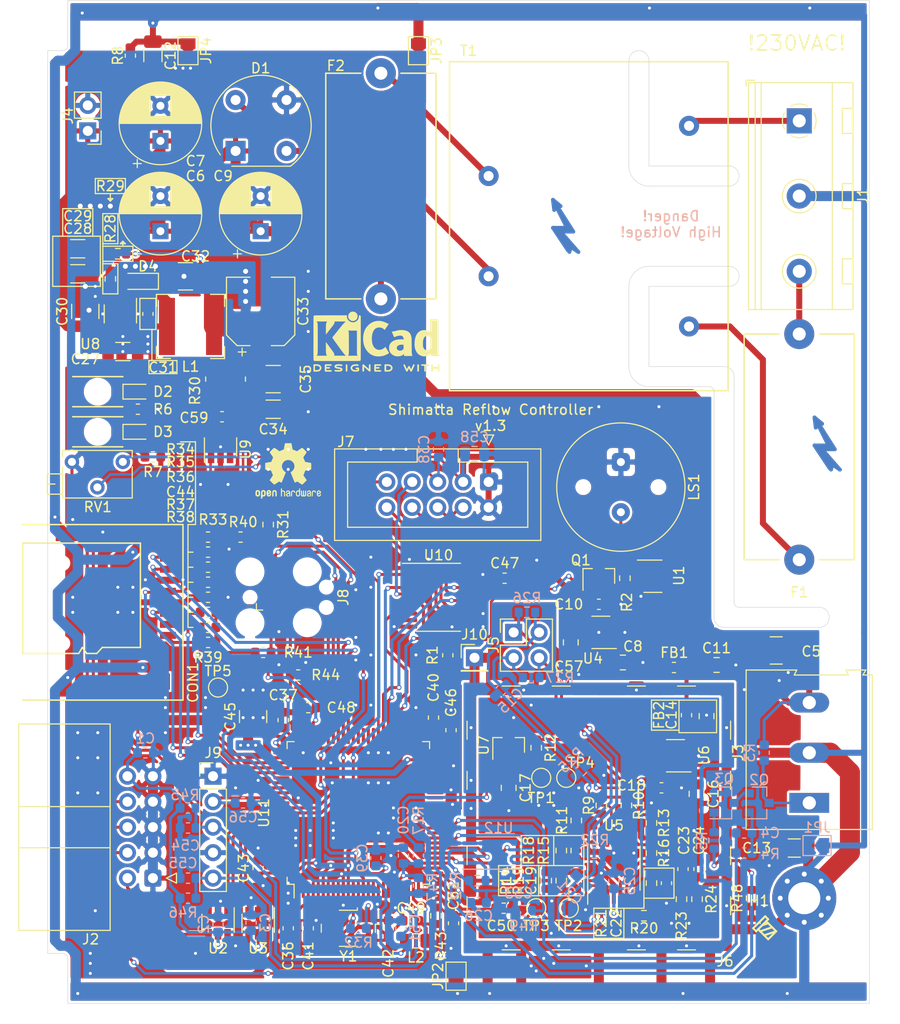
<source format=kicad_pcb>
(kicad_pcb (version 20171130) (host pcbnew 5.1.8)

  (general
    (thickness 1.6)
    (drawings 138)
    (tracks 1840)
    (zones 0)
    (modules 167)
    (nets 152)
  )

  (page A4)
  (layers
    (0 F.Cu signal)
    (31 B.Cu signal)
    (32 B.Adhes user)
    (33 F.Adhes user)
    (34 B.Paste user)
    (35 F.Paste user)
    (36 B.SilkS user)
    (37 F.SilkS user)
    (38 B.Mask user)
    (39 F.Mask user)
    (40 Dwgs.User user)
    (41 Cmts.User user)
    (42 Eco1.User user)
    (43 Eco2.User user)
    (44 Edge.Cuts user)
    (45 Margin user)
    (46 B.CrtYd user)
    (47 F.CrtYd user)
    (48 B.Fab user hide)
    (49 F.Fab user hide)
  )

  (setup
    (last_trace_width 0.3)
    (user_trace_width 0.3)
    (user_trace_width 0.4)
    (user_trace_width 0.6)
    (user_trace_width 1)
    (user_trace_width 2)
    (trace_clearance 0.2)
    (zone_clearance 0.25)
    (zone_45_only no)
    (trace_min 0.21)
    (via_size 0.5)
    (via_drill 0.3)
    (via_min_size 0.4)
    (via_min_drill 0.3)
    (user_via 0.9 0.5)
    (uvia_size 0.3)
    (uvia_drill 0.1)
    (uvias_allowed no)
    (uvia_min_size 0.2)
    (uvia_min_drill 0.1)
    (edge_width 0.05)
    (segment_width 0.2)
    (pcb_text_width 0.3)
    (pcb_text_size 1.5 1.5)
    (mod_edge_width 0.12)
    (mod_text_size 1 1)
    (mod_text_width 0.15)
    (pad_size 1.15 1.8)
    (pad_drill 0)
    (pad_to_mask_clearance 0.051)
    (solder_mask_min_width 0.25)
    (aux_axis_origin 13 13)
    (grid_origin 13 13)
    (visible_elements FFFFFF7F)
    (pcbplotparams
      (layerselection 0x010fc_ffffffff)
      (usegerberextensions true)
      (usegerberattributes false)
      (usegerberadvancedattributes false)
      (creategerberjobfile true)
      (excludeedgelayer true)
      (linewidth 0.100000)
      (plotframeref false)
      (viasonmask false)
      (mode 1)
      (useauxorigin false)
      (hpglpennumber 1)
      (hpglpenspeed 20)
      (hpglpendiameter 15.000000)
      (psnegative false)
      (psa4output false)
      (plotreference true)
      (plotvalue true)
      (plotinvisibletext false)
      (padsonsilk false)
      (subtractmaskfromsilk false)
      (outputformat 1)
      (mirror false)
      (drillshape 0)
      (scaleselection 1)
      (outputdirectory "gerber/"))
  )

  (net 0 "")
  (net 1 Earth)
  (net 2 GND)
  (net 3 +8V)
  (net 4 +3V3)
  (net 5 +5V)
  (net 6 /Controller/ENC1)
  (net 7 /Controller/ENC2)
  (net 8 /Controller/VREF)
  (net 9 /Controller/SW1)
  (net 10 /Frontend/FORCE+)
  (net 11 /Frontend/FORCE-)
  (net 12 /Frontend/SENS+)
  (net 13 /Frontend/SENS-)
  (net 14 /Controller/SDIO_D1)
  (net 15 /Controller/SDIO_D0)
  (net 16 /Controller/SDIO_CLK)
  (net 17 /Controller/SDIO_CMD)
  (net 18 /Controller/SDIO_D3)
  (net 19 /Controller/SDIO_D2)
  (net 20 /Controller/TEMP_IN)
  (net 21 /L_Trafo)
  (net 22 /L_IN)
  (net 23 /N_IN)
  (net 24 /DIGIO3)
  (net 25 /DIGIO2)
  (net 26 /DIGIO1)
  (net 27 /DIGIO0)
  (net 28 /Controller/SWDIO)
  (net 29 /Controller/SWCLK)
  (net 30 /Controller/PC_RX)
  (net 31 /Controller/PC_TX)
  (net 32 /Controller/~RST)
  (net 33 /Controller/LCD_VO)
  (net 34 /Controller/LCD_RS)
  (net 35 /Controller/LCD_EN)
  (net 36 /Controller/LCD_D3)
  (net 37 /Controller/LCD_D0)
  (net 38 /Controller/LCD_D2)
  (net 39 /Controller/LCD_D1)
  (net 40 /OUT0)
  (net 41 /OUT3)
  (net 42 /OUT2)
  (net 43 /OUT1)
  (net 44 /Controller/VDDA)
  (net 45 +5VL)
  (net 46 /Controller/CARD_DETECT)
  (net 47 +3.3VA)
  (net 48 /Frontend/VREF_OP)
  (net 49 /DIGIO0_PROT)
  (net 50 /DIGIO1_PROT)
  (net 51 /DIGIO2_PROT)
  (net 52 /DIGIO3_PROT)
  (net 53 "Net-(C4-Pad2)")
  (net 54 "Net-(C14-Pad1)")
  (net 55 "Net-(C19-Pad1)")
  (net 56 "Net-(C22-Pad2)")
  (net 57 "Net-(C22-Pad1)")
  (net 58 "Net-(C23-Pad1)")
  (net 59 "Net-(C31-Pad1)")
  (net 60 "Net-(C34-Pad1)")
  (net 61 "Net-(C42-Pad1)")
  (net 62 "Net-(D1-Pad4)")
  (net 63 "Net-(D1-Pad2)")
  (net 64 "Net-(D2-Pad1)")
  (net 65 "Net-(D3-Pad1)")
  (net 66 "Net-(F2-Pad2)")
  (net 67 "Net-(J3-Pad1)")
  (net 68 "Net-(J8-Pad5)")
  (net 69 "Net-(J8-Pad6)")
  (net 70 "Net-(J8-Pad8)")
  (net 71 "Net-(Q1-Pad1)")
  (net 72 "Net-(Q2-Pad2)")
  (net 73 "Net-(Q3-Pad1)")
  (net 74 /Controller/SSR_SAFETY_ENABLE)
  (net 75 "Net-(R10-Pad2)")
  (net 76 "Net-(R10-Pad1)")
  (net 77 /Controller/E_~CS)
  (net 78 "Net-(U9-Pad3)")
  (net 79 /Controller/E_SCK)
  (net 80 /Controller/E_MISO)
  (net 81 /Controller/E_MOSI)
  (net 82 "Net-(LS1-Pad2)")
  (net 83 "Net-(Q1-Pad3)")
  (net 84 "Net-(U11-Pad1)")
  (net 85 "/Digital Power Supply/DCDC_SW")
  (net 86 /Controller/EXT_WTCHDG_TOGGL)
  (net 87 "Net-(C41-Pad1)")
  (net 88 "Net-(C46-Pad1)")
  (net 89 "Net-(C48-Pad1)")
  (net 90 "Net-(C52-Pad2)")
  (net 91 "Net-(R11-Pad2)")
  (net 92 "Net-(R11-Pad1)")
  (net 93 "Net-(R13-Pad2)")
  (net 94 "Net-(R15-Pad1)")
  (net 95 "Net-(R20-Pad1)")
  (net 96 "Net-(R28-Pad1)")
  (net 97 "Net-(R31-Pad2)")
  (net 98 "Net-(U1-Pad1)")
  (net 99 "Net-(U6-Pad4)")
  (net 100 "Net-(U10-Pad17)")
  (net 101 "Net-(U10-Pad15)")
  (net 102 "Net-(U10-Pad9)")
  (net 103 "Net-(U10-Pad8)")
  (net 104 "Net-(U10-Pad7)")
  (net 105 "Net-(U10-Pad6)")
  (net 106 "Net-(U10-Pad4)")
  (net 107 "Net-(U10-Pad2)")
  (net 108 "Net-(U11-Pad2)")
  (net 109 "Net-(U11-Pad3)")
  (net 110 "Net-(U11-Pad4)")
  (net 111 "Net-(U11-Pad5)")
  (net 112 "Net-(U11-Pad7)")
  (net 113 "Net-(U11-Pad8)")
  (net 114 "Net-(U11-Pad9)")
  (net 115 "Net-(U11-Pad15)")
  (net 116 "Net-(U11-Pad16)")
  (net 117 "Net-(U11-Pad17)")
  (net 118 "Net-(U11-Pad18)")
  (net 119 "Net-(U11-Pad33)")
  (net 120 "Net-(U11-Pad34)")
  (net 121 "Net-(U11-Pad38)")
  (net 122 "Net-(U11-Pad40)")
  (net 123 "Net-(U11-Pad41)")
  (net 124 "Net-(U11-Pad42)")
  (net 125 "Net-(U11-Pad43)")
  (net 126 "Net-(U11-Pad44)")
  (net 127 "Net-(U11-Pad45)")
  (net 128 "Net-(U11-Pad46)")
  (net 129 "Net-(U11-Pad47)")
  (net 130 "Net-(U11-Pad48)")
  (net 131 "Net-(U11-Pad51)")
  (net 132 "Net-(U11-Pad52)")
  (net 133 "Net-(U11-Pad53)")
  (net 134 "Net-(U11-Pad54)")
  (net 135 "Net-(U11-Pad60)")
  (net 136 "Net-(U11-Pad61)")
  (net 137 "Net-(U11-Pad62)")
  (net 138 "Net-(U11-Pad63)")
  (net 139 "Net-(U11-Pad64)")
  (net 140 "Net-(U11-Pad70)")
  (net 141 "Net-(U11-Pad71)")
  (net 142 "Net-(U11-Pad77)")
  (net 143 "Net-(U11-Pad81)")
  (net 144 "Net-(U11-Pad82)")
  (net 145 "Net-(U11-Pad84)")
  (net 146 "Net-(U11-Pad86)")
  (net 147 "Net-(U11-Pad95)")
  (net 148 "Net-(U11-Pad96)")
  (net 149 "Net-(U11-Pad97)")
  (net 150 "Net-(U11-Pad98)")
  (net 151 "Net-(C10-Pad2)")

  (net_class Default "This is the default net class."
    (clearance 0.2)
    (trace_width 0.25)
    (via_dia 0.5)
    (via_drill 0.3)
    (uvia_dia 0.3)
    (uvia_drill 0.1)
    (diff_pair_width 0.3)
    (diff_pair_gap 0.25)
    (add_net +3.3VA)
    (add_net +3V3)
    (add_net +5V)
    (add_net +5VL)
    (add_net +8V)
    (add_net /Controller/CARD_DETECT)
    (add_net /Controller/ENC1)
    (add_net /Controller/ENC2)
    (add_net /Controller/EXT_WTCHDG_TOGGL)
    (add_net /Controller/E_MISO)
    (add_net /Controller/E_MOSI)
    (add_net /Controller/E_SCK)
    (add_net /Controller/E_~CS)
    (add_net /Controller/LCD_D0)
    (add_net /Controller/LCD_D1)
    (add_net /Controller/LCD_D2)
    (add_net /Controller/LCD_D3)
    (add_net /Controller/LCD_EN)
    (add_net /Controller/LCD_RS)
    (add_net /Controller/LCD_VO)
    (add_net /Controller/PC_RX)
    (add_net /Controller/PC_TX)
    (add_net /Controller/SDIO_CLK)
    (add_net /Controller/SDIO_CMD)
    (add_net /Controller/SDIO_D0)
    (add_net /Controller/SDIO_D1)
    (add_net /Controller/SDIO_D2)
    (add_net /Controller/SDIO_D3)
    (add_net /Controller/SSR_SAFETY_ENABLE)
    (add_net /Controller/SW1)
    (add_net /Controller/SWCLK)
    (add_net /Controller/SWDIO)
    (add_net /Controller/TEMP_IN)
    (add_net /Controller/VDDA)
    (add_net /Controller/VREF)
    (add_net /Controller/~RST)
    (add_net /DIGIO0)
    (add_net /DIGIO0_PROT)
    (add_net /DIGIO1)
    (add_net /DIGIO1_PROT)
    (add_net /DIGIO2)
    (add_net /DIGIO2_PROT)
    (add_net /DIGIO3)
    (add_net /DIGIO3_PROT)
    (add_net "/Digital Power Supply/DCDC_SW")
    (add_net /Frontend/FORCE+)
    (add_net /Frontend/FORCE-)
    (add_net /Frontend/SENS+)
    (add_net /Frontend/SENS-)
    (add_net /Frontend/VREF_OP)
    (add_net /OUT0)
    (add_net /OUT1)
    (add_net /OUT2)
    (add_net /OUT3)
    (add_net Earth)
    (add_net GND)
    (add_net "Net-(C10-Pad2)")
    (add_net "Net-(C14-Pad1)")
    (add_net "Net-(C19-Pad1)")
    (add_net "Net-(C22-Pad1)")
    (add_net "Net-(C22-Pad2)")
    (add_net "Net-(C23-Pad1)")
    (add_net "Net-(C31-Pad1)")
    (add_net "Net-(C34-Pad1)")
    (add_net "Net-(C4-Pad2)")
    (add_net "Net-(C41-Pad1)")
    (add_net "Net-(C42-Pad1)")
    (add_net "Net-(C46-Pad1)")
    (add_net "Net-(C48-Pad1)")
    (add_net "Net-(C52-Pad2)")
    (add_net "Net-(D1-Pad2)")
    (add_net "Net-(D1-Pad4)")
    (add_net "Net-(D2-Pad1)")
    (add_net "Net-(D3-Pad1)")
    (add_net "Net-(F2-Pad2)")
    (add_net "Net-(J3-Pad1)")
    (add_net "Net-(J8-Pad5)")
    (add_net "Net-(J8-Pad6)")
    (add_net "Net-(J8-Pad8)")
    (add_net "Net-(LS1-Pad2)")
    (add_net "Net-(Q1-Pad1)")
    (add_net "Net-(Q1-Pad3)")
    (add_net "Net-(Q2-Pad2)")
    (add_net "Net-(Q3-Pad1)")
    (add_net "Net-(R10-Pad1)")
    (add_net "Net-(R10-Pad2)")
    (add_net "Net-(R11-Pad1)")
    (add_net "Net-(R11-Pad2)")
    (add_net "Net-(R13-Pad2)")
    (add_net "Net-(R15-Pad1)")
    (add_net "Net-(R20-Pad1)")
    (add_net "Net-(R28-Pad1)")
    (add_net "Net-(R31-Pad2)")
    (add_net "Net-(U1-Pad1)")
    (add_net "Net-(U10-Pad15)")
    (add_net "Net-(U10-Pad17)")
    (add_net "Net-(U10-Pad2)")
    (add_net "Net-(U10-Pad4)")
    (add_net "Net-(U10-Pad6)")
    (add_net "Net-(U10-Pad7)")
    (add_net "Net-(U10-Pad8)")
    (add_net "Net-(U10-Pad9)")
    (add_net "Net-(U11-Pad1)")
    (add_net "Net-(U11-Pad15)")
    (add_net "Net-(U11-Pad16)")
    (add_net "Net-(U11-Pad17)")
    (add_net "Net-(U11-Pad18)")
    (add_net "Net-(U11-Pad2)")
    (add_net "Net-(U11-Pad3)")
    (add_net "Net-(U11-Pad33)")
    (add_net "Net-(U11-Pad34)")
    (add_net "Net-(U11-Pad38)")
    (add_net "Net-(U11-Pad4)")
    (add_net "Net-(U11-Pad40)")
    (add_net "Net-(U11-Pad41)")
    (add_net "Net-(U11-Pad42)")
    (add_net "Net-(U11-Pad43)")
    (add_net "Net-(U11-Pad44)")
    (add_net "Net-(U11-Pad45)")
    (add_net "Net-(U11-Pad46)")
    (add_net "Net-(U11-Pad47)")
    (add_net "Net-(U11-Pad48)")
    (add_net "Net-(U11-Pad5)")
    (add_net "Net-(U11-Pad51)")
    (add_net "Net-(U11-Pad52)")
    (add_net "Net-(U11-Pad53)")
    (add_net "Net-(U11-Pad54)")
    (add_net "Net-(U11-Pad60)")
    (add_net "Net-(U11-Pad61)")
    (add_net "Net-(U11-Pad62)")
    (add_net "Net-(U11-Pad63)")
    (add_net "Net-(U11-Pad64)")
    (add_net "Net-(U11-Pad7)")
    (add_net "Net-(U11-Pad70)")
    (add_net "Net-(U11-Pad71)")
    (add_net "Net-(U11-Pad77)")
    (add_net "Net-(U11-Pad8)")
    (add_net "Net-(U11-Pad81)")
    (add_net "Net-(U11-Pad82)")
    (add_net "Net-(U11-Pad84)")
    (add_net "Net-(U11-Pad86)")
    (add_net "Net-(U11-Pad9)")
    (add_net "Net-(U11-Pad95)")
    (add_net "Net-(U11-Pad96)")
    (add_net "Net-(U11-Pad97)")
    (add_net "Net-(U11-Pad98)")
    (add_net "Net-(U6-Pad4)")
    (add_net "Net-(U9-Pad3)")
  )

  (net_class HV ""
    (clearance 2.55)
    (trace_width 1)
    (via_dia 0.5)
    (via_drill 0.3)
    (uvia_dia 0.3)
    (uvia_drill 0.1)
    (diff_pair_width 0.21)
    (diff_pair_gap 0.25)
    (add_net /L_IN)
    (add_net /L_Trafo)
    (add_net /N_IN)
  )

  (module Capacitor_SMD:C_0603_1608Metric (layer F.Cu) (tedit 5F68FEEE) (tstamp 5FCF2BEC)
    (at 33.4 54.5)
    (descr "Capacitor SMD 0603 (1608 Metric), square (rectangular) end terminal, IPC_7351 nominal, (Body size source: IPC-SM-782 page 76, https://www.pcb-3d.com/wordpress/wp-content/uploads/ipc-sm-782a_amendment_1_and_2.pdf), generated with kicad-footprint-generator")
    (tags capacitor)
    (path /5D77EC9D/5FFAEEF2)
    (attr smd)
    (fp_text reference C59 (at -2.8 0.1) (layer F.SilkS)
      (effects (font (size 1 1) (thickness 0.15)))
    )
    (fp_text value 100n (at 0 1.43) (layer F.Fab)
      (effects (font (size 1 1) (thickness 0.15)))
    )
    (fp_text user %R (at 0 0) (layer F.Fab)
      (effects (font (size 0.4 0.4) (thickness 0.06)))
    )
    (fp_line (start -0.8 0.4) (end -0.8 -0.4) (layer F.Fab) (width 0.1))
    (fp_line (start -0.8 -0.4) (end 0.8 -0.4) (layer F.Fab) (width 0.1))
    (fp_line (start 0.8 -0.4) (end 0.8 0.4) (layer F.Fab) (width 0.1))
    (fp_line (start 0.8 0.4) (end -0.8 0.4) (layer F.Fab) (width 0.1))
    (fp_line (start -0.14058 -0.51) (end 0.14058 -0.51) (layer F.SilkS) (width 0.12))
    (fp_line (start -0.14058 0.51) (end 0.14058 0.51) (layer F.SilkS) (width 0.12))
    (fp_line (start -1.48 0.73) (end -1.48 -0.73) (layer F.CrtYd) (width 0.05))
    (fp_line (start -1.48 -0.73) (end 1.48 -0.73) (layer F.CrtYd) (width 0.05))
    (fp_line (start 1.48 -0.73) (end 1.48 0.73) (layer F.CrtYd) (width 0.05))
    (fp_line (start 1.48 0.73) (end -1.48 0.73) (layer F.CrtYd) (width 0.05))
    (pad 2 smd roundrect (at 0.775 0) (size 0.9 0.95) (layers F.Cu F.Paste F.Mask) (roundrect_rratio 0.25)
      (net 2 GND))
    (pad 1 smd roundrect (at -0.775 0) (size 0.9 0.95) (layers F.Cu F.Paste F.Mask) (roundrect_rratio 0.25)
      (net 4 +3V3))
    (model ${KISYS3DMOD}/Capacitor_SMD.3dshapes/C_0603_1608Metric.wrl
      (at (xyz 0 0 0))
      (scale (xyz 1 1 1))
      (rotate (xyz 0 0 0))
    )
  )

  (module Capacitor_SMD:C_0805_2012Metric (layer B.Cu) (tedit 5F68FEEE) (tstamp 5FCEA5B5)
    (at 58.6 58.2 180)
    (descr "Capacitor SMD 0805 (2012 Metric), square (rectangular) end terminal, IPC_7351 nominal, (Body size source: IPC-SM-782 page 76, https://www.pcb-3d.com/wordpress/wp-content/uploads/ipc-sm-782a_amendment_1_and_2.pdf, https://docs.google.com/spreadsheets/d/1BsfQQcO9C6DZCsRaXUlFlo91Tg2WpOkGARC1WS5S8t0/edit?usp=sharing), generated with kicad-footprint-generator")
    (tags capacitor)
    (path /5D77EC9D/5FEFE3CF)
    (attr smd)
    (fp_text reference C58 (at 0 1.68) (layer B.SilkS)
      (effects (font (size 1 1) (thickness 0.15)) (justify mirror))
    )
    (fp_text value 1u (at 0 -1.68) (layer B.Fab)
      (effects (font (size 1 1) (thickness 0.15)) (justify mirror))
    )
    (fp_text user %R (at 0 0) (layer B.Fab)
      (effects (font (size 0.5 0.5) (thickness 0.08)) (justify mirror))
    )
    (fp_line (start -1 -0.625) (end -1 0.625) (layer B.Fab) (width 0.1))
    (fp_line (start -1 0.625) (end 1 0.625) (layer B.Fab) (width 0.1))
    (fp_line (start 1 0.625) (end 1 -0.625) (layer B.Fab) (width 0.1))
    (fp_line (start 1 -0.625) (end -1 -0.625) (layer B.Fab) (width 0.1))
    (fp_line (start -0.261252 0.735) (end 0.261252 0.735) (layer B.SilkS) (width 0.12))
    (fp_line (start -0.261252 -0.735) (end 0.261252 -0.735) (layer B.SilkS) (width 0.12))
    (fp_line (start -1.7 -0.98) (end -1.7 0.98) (layer B.CrtYd) (width 0.05))
    (fp_line (start -1.7 0.98) (end 1.7 0.98) (layer B.CrtYd) (width 0.05))
    (fp_line (start 1.7 0.98) (end 1.7 -0.98) (layer B.CrtYd) (width 0.05))
    (fp_line (start 1.7 -0.98) (end -1.7 -0.98) (layer B.CrtYd) (width 0.05))
    (pad 2 smd roundrect (at 0.95 0 180) (size 1 1.45) (layers B.Cu B.Paste B.Mask) (roundrect_rratio 0.25)
      (net 45 +5VL))
    (pad 1 smd roundrect (at -0.95 0 180) (size 1 1.45) (layers B.Cu B.Paste B.Mask) (roundrect_rratio 0.25)
      (net 2 GND))
    (model ${KISYS3DMOD}/Capacitor_SMD.3dshapes/C_0805_2012Metric.wrl
      (at (xyz 0 0 0))
      (scale (xyz 1 1 1))
      (rotate (xyz 0 0 0))
    )
  )

  (module Capacitor_SMD:C_0805_2012Metric (layer F.Cu) (tedit 5F68FEEE) (tstamp 5FCE5B90)
    (at 73.4 79)
    (descr "Capacitor SMD 0805 (2012 Metric), square (rectangular) end terminal, IPC_7351 nominal, (Body size source: IPC-SM-782 page 76, https://www.pcb-3d.com/wordpress/wp-content/uploads/ipc-sm-782a_amendment_1_and_2.pdf, https://docs.google.com/spreadsheets/d/1BsfQQcO9C6DZCsRaXUlFlo91Tg2WpOkGARC1WS5S8t0/edit?usp=sharing), generated with kicad-footprint-generator")
    (tags capacitor)
    (path /5D992429)
    (attr smd)
    (fp_text reference C8 (at 1 -1.6) (layer F.SilkS)
      (effects (font (size 1 1) (thickness 0.15)))
    )
    (fp_text value 100n (at 0 1.68) (layer F.Fab)
      (effects (font (size 1 1) (thickness 0.15)))
    )
    (fp_text user %R (at 0 0) (layer F.Fab)
      (effects (font (size 0.5 0.5) (thickness 0.08)))
    )
    (fp_line (start -1 0.625) (end -1 -0.625) (layer F.Fab) (width 0.1))
    (fp_line (start -1 -0.625) (end 1 -0.625) (layer F.Fab) (width 0.1))
    (fp_line (start 1 -0.625) (end 1 0.625) (layer F.Fab) (width 0.1))
    (fp_line (start 1 0.625) (end -1 0.625) (layer F.Fab) (width 0.1))
    (fp_line (start -0.261252 -0.735) (end 0.261252 -0.735) (layer F.SilkS) (width 0.12))
    (fp_line (start -0.261252 0.735) (end 0.261252 0.735) (layer F.SilkS) (width 0.12))
    (fp_line (start -1.7 0.98) (end -1.7 -0.98) (layer F.CrtYd) (width 0.05))
    (fp_line (start -1.7 -0.98) (end 1.7 -0.98) (layer F.CrtYd) (width 0.05))
    (fp_line (start 1.7 -0.98) (end 1.7 0.98) (layer F.CrtYd) (width 0.05))
    (fp_line (start 1.7 0.98) (end -1.7 0.98) (layer F.CrtYd) (width 0.05))
    (pad 2 smd roundrect (at 0.95 0) (size 1 1.45) (layers F.Cu F.Paste F.Mask) (roundrect_rratio 0.25)
      (net 2 GND))
    (pad 1 smd roundrect (at -0.95 0) (size 1 1.45) (layers F.Cu F.Paste F.Mask) (roundrect_rratio 0.25)
      (net 3 +8V))
    (model ${KISYS3DMOD}/Capacitor_SMD.3dshapes/C_0805_2012Metric.wrl
      (at (xyz 0 0 0))
      (scale (xyz 1 1 1))
      (rotate (xyz 0 0 0))
    )
  )

  (module Package_TO_SOT_SMD:SOT-23-5 (layer F.Cu) (tedit 5A02FF57) (tstamp 5FCDC79F)
    (at 71.2 76 180)
    (descr "5-pin SOT23 package")
    (tags SOT-23-5)
    (path /5FD96B77)
    (attr smd)
    (fp_text reference U4 (at 0.8 -2.6) (layer F.SilkS)
      (effects (font (size 1 1) (thickness 0.15)))
    )
    (fp_text value LP2985-5.0 (at 0 2.9) (layer F.Fab)
      (effects (font (size 1 1) (thickness 0.15)))
    )
    (fp_text user %R (at 0 0 90) (layer F.Fab)
      (effects (font (size 0.5 0.5) (thickness 0.075)))
    )
    (fp_line (start -0.9 1.61) (end 0.9 1.61) (layer F.SilkS) (width 0.12))
    (fp_line (start 0.9 -1.61) (end -1.55 -1.61) (layer F.SilkS) (width 0.12))
    (fp_line (start -1.9 -1.8) (end 1.9 -1.8) (layer F.CrtYd) (width 0.05))
    (fp_line (start 1.9 -1.8) (end 1.9 1.8) (layer F.CrtYd) (width 0.05))
    (fp_line (start 1.9 1.8) (end -1.9 1.8) (layer F.CrtYd) (width 0.05))
    (fp_line (start -1.9 1.8) (end -1.9 -1.8) (layer F.CrtYd) (width 0.05))
    (fp_line (start -0.9 -0.9) (end -0.25 -1.55) (layer F.Fab) (width 0.1))
    (fp_line (start 0.9 -1.55) (end -0.25 -1.55) (layer F.Fab) (width 0.1))
    (fp_line (start -0.9 -0.9) (end -0.9 1.55) (layer F.Fab) (width 0.1))
    (fp_line (start 0.9 1.55) (end -0.9 1.55) (layer F.Fab) (width 0.1))
    (fp_line (start 0.9 -1.55) (end 0.9 1.55) (layer F.Fab) (width 0.1))
    (pad 5 smd rect (at 1.1 -0.95 180) (size 1.06 0.65) (layers F.Cu F.Paste F.Mask)
      (net 45 +5VL))
    (pad 4 smd rect (at 1.1 0.95 180) (size 1.06 0.65) (layers F.Cu F.Paste F.Mask)
      (net 151 "Net-(C10-Pad2)"))
    (pad 3 smd rect (at -1.1 0.95 180) (size 1.06 0.65) (layers F.Cu F.Paste F.Mask)
      (net 3 +8V))
    (pad 2 smd rect (at -1.1 0 180) (size 1.06 0.65) (layers F.Cu F.Paste F.Mask)
      (net 2 GND))
    (pad 1 smd rect (at -1.1 -0.95 180) (size 1.06 0.65) (layers F.Cu F.Paste F.Mask)
      (net 3 +8V))
    (model ${KISYS3DMOD}/Package_TO_SOT_SMD.3dshapes/SOT-23-5.wrl
      (at (xyz 0 0 0))
      (scale (xyz 1 1 1))
      (rotate (xyz 0 0 0))
    )
  )

  (module Capacitor_SMD:C_0805_2012Metric (layer F.Cu) (tedit 5F68FEEE) (tstamp 5FCDB92C)
    (at 68.2 77 270)
    (descr "Capacitor SMD 0805 (2012 Metric), square (rectangular) end terminal, IPC_7351 nominal, (Body size source: IPC-SM-782 page 76, https://www.pcb-3d.com/wordpress/wp-content/uploads/ipc-sm-782a_amendment_1_and_2.pdf, https://docs.google.com/spreadsheets/d/1BsfQQcO9C6DZCsRaXUlFlo91Tg2WpOkGARC1WS5S8t0/edit?usp=sharing), generated with kicad-footprint-generator")
    (tags capacitor)
    (path /5FEA6BEA)
    (attr smd)
    (fp_text reference C57 (at 2.4 0.2 180) (layer F.SilkS)
      (effects (font (size 1 1) (thickness 0.15)))
    )
    (fp_text value 2u2 (at 0 1.68 90) (layer F.Fab)
      (effects (font (size 1 1) (thickness 0.15)))
    )
    (fp_text user %R (at 0 0 90) (layer F.Fab)
      (effects (font (size 0.5 0.5) (thickness 0.08)))
    )
    (fp_line (start -1 0.625) (end -1 -0.625) (layer F.Fab) (width 0.1))
    (fp_line (start -1 -0.625) (end 1 -0.625) (layer F.Fab) (width 0.1))
    (fp_line (start 1 -0.625) (end 1 0.625) (layer F.Fab) (width 0.1))
    (fp_line (start 1 0.625) (end -1 0.625) (layer F.Fab) (width 0.1))
    (fp_line (start -0.261252 -0.735) (end 0.261252 -0.735) (layer F.SilkS) (width 0.12))
    (fp_line (start -0.261252 0.735) (end 0.261252 0.735) (layer F.SilkS) (width 0.12))
    (fp_line (start -1.7 0.98) (end -1.7 -0.98) (layer F.CrtYd) (width 0.05))
    (fp_line (start -1.7 -0.98) (end 1.7 -0.98) (layer F.CrtYd) (width 0.05))
    (fp_line (start 1.7 -0.98) (end 1.7 0.98) (layer F.CrtYd) (width 0.05))
    (fp_line (start 1.7 0.98) (end -1.7 0.98) (layer F.CrtYd) (width 0.05))
    (pad 2 smd roundrect (at 0.95 0 270) (size 1 1.45) (layers F.Cu F.Paste F.Mask) (roundrect_rratio 0.25)
      (net 2 GND))
    (pad 1 smd roundrect (at -0.95 0 270) (size 1 1.45) (layers F.Cu F.Paste F.Mask) (roundrect_rratio 0.25)
      (net 45 +5VL))
    (model ${KISYS3DMOD}/Capacitor_SMD.3dshapes/C_0805_2012Metric.wrl
      (at (xyz 0 0 0))
      (scale (xyz 1 1 1))
      (rotate (xyz 0 0 0))
    )
  )

  (module Capacitor_SMD:C_0603_1608Metric (layer F.Cu) (tedit 5F68FEEE) (tstamp 5FCDB32D)
    (at 71 73.2 180)
    (descr "Capacitor SMD 0603 (1608 Metric), square (rectangular) end terminal, IPC_7351 nominal, (Body size source: IPC-SM-782 page 76, https://www.pcb-3d.com/wordpress/wp-content/uploads/ipc-sm-782a_amendment_1_and_2.pdf), generated with kicad-footprint-generator")
    (tags capacitor)
    (path /5FDDF514)
    (attr smd)
    (fp_text reference C10 (at 3 0) (layer F.SilkS)
      (effects (font (size 1 1) (thickness 0.15)))
    )
    (fp_text value 10n (at 0 1.43) (layer F.Fab)
      (effects (font (size 1 1) (thickness 0.15)))
    )
    (fp_text user %R (at 0 0) (layer F.Fab)
      (effects (font (size 0.4 0.4) (thickness 0.06)))
    )
    (fp_line (start -0.8 0.4) (end -0.8 -0.4) (layer F.Fab) (width 0.1))
    (fp_line (start -0.8 -0.4) (end 0.8 -0.4) (layer F.Fab) (width 0.1))
    (fp_line (start 0.8 -0.4) (end 0.8 0.4) (layer F.Fab) (width 0.1))
    (fp_line (start 0.8 0.4) (end -0.8 0.4) (layer F.Fab) (width 0.1))
    (fp_line (start -0.14058 -0.51) (end 0.14058 -0.51) (layer F.SilkS) (width 0.12))
    (fp_line (start -0.14058 0.51) (end 0.14058 0.51) (layer F.SilkS) (width 0.12))
    (fp_line (start -1.48 0.73) (end -1.48 -0.73) (layer F.CrtYd) (width 0.05))
    (fp_line (start -1.48 -0.73) (end 1.48 -0.73) (layer F.CrtYd) (width 0.05))
    (fp_line (start 1.48 -0.73) (end 1.48 0.73) (layer F.CrtYd) (width 0.05))
    (fp_line (start 1.48 0.73) (end -1.48 0.73) (layer F.CrtYd) (width 0.05))
    (pad 2 smd roundrect (at 0.775 0 180) (size 0.9 0.95) (layers F.Cu F.Paste F.Mask) (roundrect_rratio 0.25)
      (net 151 "Net-(C10-Pad2)"))
    (pad 1 smd roundrect (at -0.775 0 180) (size 0.9 0.95) (layers F.Cu F.Paste F.Mask) (roundrect_rratio 0.25)
      (net 2 GND))
    (model ${KISYS3DMOD}/Capacitor_SMD.3dshapes/C_0603_1608Metric.wrl
      (at (xyz 0 0 0))
      (scale (xyz 1 1 1))
      (rotate (xyz 0 0 0))
    )
  )

  (module Capacitor_SMD:C_1206_3216Metric (layer F.Cu) (tedit 5FCD28CC) (tstamp 5FBDC8F4)
    (at 19 40.25)
    (descr "Capacitor SMD 1206 (3216 Metric), square (rectangular) end terminal, IPC_7351 nominal, (Body size source: IPC-SM-782 page 76, https://www.pcb-3d.com/wordpress/wp-content/uploads/ipc-sm-782a_amendment_1_and_2.pdf), generated with kicad-footprint-generator")
    (tags capacitor)
    (path /5FB6E41F/5FB7D1DC)
    (attr smd)
    (fp_text reference C28 (at 0 -4.5) (layer F.SilkS)
      (effects (font (size 1 1) (thickness 0.15)))
    )
    (fp_text value 100n (at 0 1.85) (layer F.Fab)
      (effects (font (size 1 1) (thickness 0.15)))
    )
    (fp_line (start 2.3 1.15) (end -2.3 1.15) (layer F.CrtYd) (width 0.05))
    (fp_line (start 2.3 -1.15) (end 2.3 1.15) (layer F.CrtYd) (width 0.05))
    (fp_line (start -2.3 -1.15) (end 2.3 -1.15) (layer F.CrtYd) (width 0.05))
    (fp_line (start -2.3 1.15) (end -2.3 -1.15) (layer F.CrtYd) (width 0.05))
    (fp_line (start -0.711252 0.91) (end 0.711252 0.91) (layer F.SilkS) (width 0.12))
    (fp_line (start -0.711252 -0.91) (end 0.711252 -0.91) (layer F.SilkS) (width 0.12))
    (fp_line (start 1.6 0.8) (end -1.6 0.8) (layer F.Fab) (width 0.1))
    (fp_line (start 1.6 -0.8) (end 1.6 0.8) (layer F.Fab) (width 0.1))
    (fp_line (start -1.6 -0.8) (end 1.6 -0.8) (layer F.Fab) (width 0.1))
    (fp_line (start -1.6 0.8) (end -1.6 -0.8) (layer F.Fab) (width 0.1))
    (fp_text user %R (at 0 0) (layer F.Fab)
      (effects (font (size 0.8 0.8) (thickness 0.12)))
    )
    (pad 2 smd roundrect (at 1.475 0) (size 1.15 1.8) (layers F.Cu F.Paste F.Mask) (roundrect_rratio 0.217)
      (net 2 GND) (zone_connect 2))
    (pad 1 smd roundrect (at -1.475 0) (size 1.15 1.8) (layers F.Cu F.Paste F.Mask) (roundrect_rratio 0.217391)
      (net 3 +8V))
    (model ${KISYS3DMOD}/Capacitor_SMD.3dshapes/C_1206_3216Metric.wrl
      (at (xyz 0 0 0))
      (scale (xyz 1 1 1))
      (rotate (xyz 0 0 0))
    )
  )

  (module Capacitor_SMD:C_0805_2012Metric (layer F.Cu) (tedit 5F68FEEE) (tstamp 5DEF1000)
    (at 82.75 79.25)
    (descr "Capacitor SMD 0805 (2012 Metric), square (rectangular) end terminal, IPC_7351 nominal, (Body size source: IPC-SM-782 page 76, https://www.pcb-3d.com/wordpress/wp-content/uploads/ipc-sm-782a_amendment_1_and_2.pdf, https://docs.google.com/spreadsheets/d/1BsfQQcO9C6DZCsRaXUlFlo91Tg2WpOkGARC1WS5S8t0/edit?usp=sharing), generated with kicad-footprint-generator")
    (tags capacitor)
    (path /5D99DEEA)
    (attr smd)
    (fp_text reference C11 (at 0 -1.68) (layer F.SilkS)
      (effects (font (size 1 1) (thickness 0.15)))
    )
    (fp_text value 1u (at 0 1.68) (layer F.Fab)
      (effects (font (size 1 1) (thickness 0.15)))
    )
    (fp_line (start 1.7 0.98) (end -1.7 0.98) (layer F.CrtYd) (width 0.05))
    (fp_line (start 1.7 -0.98) (end 1.7 0.98) (layer F.CrtYd) (width 0.05))
    (fp_line (start -1.7 -0.98) (end 1.7 -0.98) (layer F.CrtYd) (width 0.05))
    (fp_line (start -1.7 0.98) (end -1.7 -0.98) (layer F.CrtYd) (width 0.05))
    (fp_line (start -0.261252 0.735) (end 0.261252 0.735) (layer F.SilkS) (width 0.12))
    (fp_line (start -0.261252 -0.735) (end 0.261252 -0.735) (layer F.SilkS) (width 0.12))
    (fp_line (start 1 0.625) (end -1 0.625) (layer F.Fab) (width 0.1))
    (fp_line (start 1 -0.625) (end 1 0.625) (layer F.Fab) (width 0.1))
    (fp_line (start -1 -0.625) (end 1 -0.625) (layer F.Fab) (width 0.1))
    (fp_line (start -1 0.625) (end -1 -0.625) (layer F.Fab) (width 0.1))
    (fp_text user %R (at 0 0) (layer F.Fab)
      (effects (font (size 0.5 0.5) (thickness 0.08)))
    )
    (pad 2 smd roundrect (at 0.95 0) (size 1 1.45) (layers F.Cu F.Paste F.Mask) (roundrect_rratio 0.25)
      (net 2 GND))
    (pad 1 smd roundrect (at -0.95 0) (size 1 1.45) (layers F.Cu F.Paste F.Mask) (roundrect_rratio 0.25)
      (net 5 +5V))
    (model ${KISYS3DMOD}/Capacitor_SMD.3dshapes/C_0805_2012Metric.wrl
      (at (xyz 0 0 0))
      (scale (xyz 1 1 1))
      (rotate (xyz 0 0 0))
    )
  )

  (module Inductor_SMD:L_0603_1608Metric (layer F.Cu) (tedit 5F68FEF0) (tstamp 5DEF12C3)
    (at 78.5 79.5 180)
    (descr "Inductor SMD 0603 (1608 Metric), square (rectangular) end terminal, IPC_7351 nominal, (Body size source: http://www.tortai-tech.com/upload/download/2011102023233369053.pdf), generated with kicad-footprint-generator")
    (tags inductor)
    (path /5D99D868)
    (attr smd)
    (fp_text reference FB1 (at -0.032 1.476) (layer F.SilkS)
      (effects (font (size 1 1) (thickness 0.15)))
    )
    (fp_text value "600 Z" (at 0 1.43) (layer F.Fab)
      (effects (font (size 1 1) (thickness 0.15)))
    )
    (fp_line (start -0.8 0.4) (end -0.8 -0.4) (layer F.Fab) (width 0.1))
    (fp_line (start -0.8 -0.4) (end 0.8 -0.4) (layer F.Fab) (width 0.1))
    (fp_line (start 0.8 -0.4) (end 0.8 0.4) (layer F.Fab) (width 0.1))
    (fp_line (start 0.8 0.4) (end -0.8 0.4) (layer F.Fab) (width 0.1))
    (fp_line (start -0.162779 -0.51) (end 0.162779 -0.51) (layer F.SilkS) (width 0.12))
    (fp_line (start -0.162779 0.51) (end 0.162779 0.51) (layer F.SilkS) (width 0.12))
    (fp_line (start -1.48 0.73) (end -1.48 -0.73) (layer F.CrtYd) (width 0.05))
    (fp_line (start -1.48 -0.73) (end 1.48 -0.73) (layer F.CrtYd) (width 0.05))
    (fp_line (start 1.48 -0.73) (end 1.48 0.73) (layer F.CrtYd) (width 0.05))
    (fp_line (start 1.48 0.73) (end -1.48 0.73) (layer F.CrtYd) (width 0.05))
    (fp_text user %R (at 0 0) (layer F.Fab)
      (effects (font (size 0.4 0.4) (thickness 0.06)))
    )
    (pad 2 smd roundrect (at 0.7875 0 180) (size 0.875 0.95) (layers F.Cu F.Paste F.Mask) (roundrect_rratio 0.25)
      (net 45 +5VL))
    (pad 1 smd roundrect (at -0.7875 0 180) (size 0.875 0.95) (layers F.Cu F.Paste F.Mask) (roundrect_rratio 0.25)
      (net 5 +5V))
    (model ${KISYS3DMOD}/Inductor_SMD.3dshapes/L_0603_1608Metric.wrl
      (at (xyz 0 0 0))
      (scale (xyz 1 1 1))
      (rotate (xyz 0 0 0))
    )
  )

  (module Capacitor_SMD:C_0805_2012Metric (layer F.Cu) (tedit 5F68FEEE) (tstamp 5FBE6FC9)
    (at 62 91.5 270)
    (descr "Capacitor SMD 0805 (2012 Metric), square (rectangular) end terminal, IPC_7351 nominal, (Body size source: IPC-SM-782 page 76, https://www.pcb-3d.com/wordpress/wp-content/uploads/ipc-sm-782a_amendment_1_and_2.pdf, https://docs.google.com/spreadsheets/d/1BsfQQcO9C6DZCsRaXUlFlo91Tg2WpOkGARC1WS5S8t0/edit?usp=sharing), generated with kicad-footprint-generator")
    (tags capacitor)
    (path /5D8C5188/5E55CA76)
    (attr smd)
    (fp_text reference C17 (at 0 -1.68 90) (layer F.SilkS)
      (effects (font (size 1 1) (thickness 0.15)))
    )
    (fp_text value 10u (at 0 1.68 90) (layer F.Fab)
      (effects (font (size 1 1) (thickness 0.15)))
    )
    (fp_line (start 1.7 0.98) (end -1.7 0.98) (layer F.CrtYd) (width 0.05))
    (fp_line (start 1.7 -0.98) (end 1.7 0.98) (layer F.CrtYd) (width 0.05))
    (fp_line (start -1.7 -0.98) (end 1.7 -0.98) (layer F.CrtYd) (width 0.05))
    (fp_line (start -1.7 0.98) (end -1.7 -0.98) (layer F.CrtYd) (width 0.05))
    (fp_line (start -0.261252 0.735) (end 0.261252 0.735) (layer F.SilkS) (width 0.12))
    (fp_line (start -0.261252 -0.735) (end 0.261252 -0.735) (layer F.SilkS) (width 0.12))
    (fp_line (start 1 0.625) (end -1 0.625) (layer F.Fab) (width 0.1))
    (fp_line (start 1 -0.625) (end 1 0.625) (layer F.Fab) (width 0.1))
    (fp_line (start -1 -0.625) (end 1 -0.625) (layer F.Fab) (width 0.1))
    (fp_line (start -1 0.625) (end -1 -0.625) (layer F.Fab) (width 0.1))
    (fp_text user %R (at 0 0 90) (layer F.Fab)
      (effects (font (size 0.5 0.5) (thickness 0.08)))
    )
    (pad 2 smd roundrect (at 0.95 0 270) (size 1 1.45) (layers F.Cu F.Paste F.Mask) (roundrect_rratio 0.25)
      (net 2 GND))
    (pad 1 smd roundrect (at -0.95 0 270) (size 1 1.45) (layers F.Cu F.Paste F.Mask) (roundrect_rratio 0.25)
      (net 48 /Frontend/VREF_OP))
    (model ${KISYS3DMOD}/Capacitor_SMD.3dshapes/C_0805_2012Metric.wrl
      (at (xyz 0 0 0))
      (scale (xyz 1 1 1))
      (rotate (xyz 0 0 0))
    )
  )

  (module shimatta_buzzer:PKM13EPYH4002-B0 (layer F.Cu) (tedit 5FCB9B1D) (tstamp 5FCC3E58)
    (at 73.198 61.514 270)
    (tags buzzer,piezo)
    (path /5D891662)
    (fp_text reference LS1 (at 0 -7.3 90) (layer F.SilkS)
      (effects (font (size 1 1) (thickness 0.15)))
    )
    (fp_text value Buzzer (at 0 -1.7 90) (layer F.Fab)
      (effects (font (size 1 1) (thickness 0.15)))
    )
    (fp_circle (center 0 0) (end 6.5 0) (layer F.Fab) (width 0.12))
    (fp_circle (center 0 0) (end 6.5 0) (layer F.CrtYd) (width 0.12))
    (fp_circle (center 0 0) (end 6.4 0) (layer F.SilkS) (width 0.12))
    (pad "" np_thru_hole circle (at 0 -3.75 270) (size 1.1 1.1) (drill 1.1) (layers *.Cu *.Mask))
    (pad "" np_thru_hole circle (at 0 3.75 270) (size 1.1 1.1) (drill 1.1) (layers *.Cu *.Mask))
    (pad 2 thru_hole circle (at 2.5 0 270) (size 1.8 1.8) (drill 0.8) (layers *.Cu *.Mask)
      (net 82 "Net-(LS1-Pad2)"))
    (pad 1 thru_hole roundrect (at -2.5 0 270) (size 1.8 1.8) (drill 0.8) (layers *.Cu *.Mask) (roundrect_rratio 0.25)
      (net 2 GND))
  )

  (module Connector_PinHeader_2.54mm:PinHeader_1x01_P2.54mm_Vertical (layer F.Cu) (tedit 59FED5CC) (tstamp 5FCA948C)
    (at 58.593 78.532)
    (descr "Through hole straight pin header, 1x01, 2.54mm pitch, single row")
    (tags "Through hole pin header THT 1x01 2.54mm single row")
    (path /5FCB5841)
    (fp_text reference J10 (at 0 -2.33) (layer F.SilkS)
      (effects (font (size 1 1) (thickness 0.15)))
    )
    (fp_text value Conn_01x01 (at 0 2.33) (layer F.Fab)
      (effects (font (size 1 1) (thickness 0.15)))
    )
    (fp_line (start -0.635 -1.27) (end 1.27 -1.27) (layer F.Fab) (width 0.1))
    (fp_line (start 1.27 -1.27) (end 1.27 1.27) (layer F.Fab) (width 0.1))
    (fp_line (start 1.27 1.27) (end -1.27 1.27) (layer F.Fab) (width 0.1))
    (fp_line (start -1.27 1.27) (end -1.27 -0.635) (layer F.Fab) (width 0.1))
    (fp_line (start -1.27 -0.635) (end -0.635 -1.27) (layer F.Fab) (width 0.1))
    (fp_line (start -1.33 1.33) (end 1.33 1.33) (layer F.SilkS) (width 0.12))
    (fp_line (start -1.33 1.27) (end -1.33 1.33) (layer F.SilkS) (width 0.12))
    (fp_line (start 1.33 1.27) (end 1.33 1.33) (layer F.SilkS) (width 0.12))
    (fp_line (start -1.33 1.27) (end 1.33 1.27) (layer F.SilkS) (width 0.12))
    (fp_line (start -1.33 0) (end -1.33 -1.33) (layer F.SilkS) (width 0.12))
    (fp_line (start -1.33 -1.33) (end 0 -1.33) (layer F.SilkS) (width 0.12))
    (fp_line (start -1.8 -1.8) (end -1.8 1.8) (layer F.CrtYd) (width 0.05))
    (fp_line (start -1.8 1.8) (end 1.8 1.8) (layer F.CrtYd) (width 0.05))
    (fp_line (start 1.8 1.8) (end 1.8 -1.8) (layer F.CrtYd) (width 0.05))
    (fp_line (start 1.8 -1.8) (end -1.8 -1.8) (layer F.CrtYd) (width 0.05))
    (fp_text user %R (at 0 0 90) (layer F.Fab)
      (effects (font (size 1 1) (thickness 0.15)))
    )
    (pad 1 thru_hole rect (at 0 0) (size 1.7 1.7) (drill 1) (layers *.Cu *.Mask)
      (net 1 Earth))
    (model ${KISYS3DMOD}/Connector_PinHeader_2.54mm.3dshapes/PinHeader_1x01_P2.54mm_Vertical.wrl
      (at (xyz 0 0 0))
      (scale (xyz 1 1 1))
      (rotate (xyz 0 0 0))
    )
  )

  (module Resistor_SMD:R_0603_1608Metric (layer B.Cu) (tedit 5F68FEEE) (tstamp 5FCA6BA2)
    (at 63.5 103.75 180)
    (descr "Resistor SMD 0603 (1608 Metric), square (rectangular) end terminal, IPC_7351 nominal, (Body size source: IPC-SM-782 page 72, https://www.pcb-3d.com/wordpress/wp-content/uploads/ipc-sm-782a_amendment_1_and_2.pdf), generated with kicad-footprint-generator")
    (tags resistor)
    (path /5FEA7746)
    (attr smd)
    (fp_text reference R49 (at 0 -1.5 180) (layer B.SilkS)
      (effects (font (size 1 1) (thickness 0.15)) (justify mirror))
    )
    (fp_text value 22k (at 0 -1.43) (layer B.Fab)
      (effects (font (size 1 1) (thickness 0.15)) (justify mirror))
    )
    (fp_line (start 1.48 -0.73) (end -1.48 -0.73) (layer B.CrtYd) (width 0.05))
    (fp_line (start 1.48 0.73) (end 1.48 -0.73) (layer B.CrtYd) (width 0.05))
    (fp_line (start -1.48 0.73) (end 1.48 0.73) (layer B.CrtYd) (width 0.05))
    (fp_line (start -1.48 -0.73) (end -1.48 0.73) (layer B.CrtYd) (width 0.05))
    (fp_line (start -0.237258 -0.5225) (end 0.237258 -0.5225) (layer B.SilkS) (width 0.12))
    (fp_line (start -0.237258 0.5225) (end 0.237258 0.5225) (layer B.SilkS) (width 0.12))
    (fp_line (start 0.8 -0.4125) (end -0.8 -0.4125) (layer B.Fab) (width 0.1))
    (fp_line (start 0.8 0.4125) (end 0.8 -0.4125) (layer B.Fab) (width 0.1))
    (fp_line (start -0.8 0.4125) (end 0.8 0.4125) (layer B.Fab) (width 0.1))
    (fp_line (start -0.8 -0.4125) (end -0.8 0.4125) (layer B.Fab) (width 0.1))
    (fp_text user %R (at 0 0) (layer B.Fab)
      (effects (font (size 0.4 0.4) (thickness 0.06)) (justify mirror))
    )
    (pad 2 smd roundrect (at 0.825 0 180) (size 0.8 0.95) (layers B.Cu B.Paste B.Mask) (roundrect_rratio 0.25)
      (net 2 GND))
    (pad 1 smd roundrect (at -0.825 0 180) (size 0.8 0.95) (layers B.Cu B.Paste B.Mask) (roundrect_rratio 0.25)
      (net 40 /OUT0))
    (model ${KISYS3DMOD}/Resistor_SMD.3dshapes/R_0603_1608Metric.wrl
      (at (xyz 0 0 0))
      (scale (xyz 1 1 1))
      (rotate (xyz 0 0 0))
    )
  )

  (module Resistor_SMD:R_0603_1608Metric (layer F.Cu) (tedit 5F68FEEE) (tstamp 5FCA6B91)
    (at 86.25 102.5 90)
    (descr "Resistor SMD 0603 (1608 Metric), square (rectangular) end terminal, IPC_7351 nominal, (Body size source: IPC-SM-782 page 72, https://www.pcb-3d.com/wordpress/wp-content/uploads/ipc-sm-782a_amendment_1_and_2.pdf), generated with kicad-footprint-generator")
    (tags resistor)
    (path /5FE64C65)
    (attr smd)
    (fp_text reference R48 (at 0 -1.43 90) (layer F.SilkS)
      (effects (font (size 1 1) (thickness 0.15)))
    )
    (fp_text value 22k (at 0 1.43 90) (layer F.Fab)
      (effects (font (size 1 1) (thickness 0.15)))
    )
    (fp_line (start 1.48 0.73) (end -1.48 0.73) (layer F.CrtYd) (width 0.05))
    (fp_line (start 1.48 -0.73) (end 1.48 0.73) (layer F.CrtYd) (width 0.05))
    (fp_line (start -1.48 -0.73) (end 1.48 -0.73) (layer F.CrtYd) (width 0.05))
    (fp_line (start -1.48 0.73) (end -1.48 -0.73) (layer F.CrtYd) (width 0.05))
    (fp_line (start -0.237258 0.5225) (end 0.237258 0.5225) (layer F.SilkS) (width 0.12))
    (fp_line (start -0.237258 -0.5225) (end 0.237258 -0.5225) (layer F.SilkS) (width 0.12))
    (fp_line (start 0.8 0.4125) (end -0.8 0.4125) (layer F.Fab) (width 0.1))
    (fp_line (start 0.8 -0.4125) (end 0.8 0.4125) (layer F.Fab) (width 0.1))
    (fp_line (start -0.8 -0.4125) (end 0.8 -0.4125) (layer F.Fab) (width 0.1))
    (fp_line (start -0.8 0.4125) (end -0.8 -0.4125) (layer F.Fab) (width 0.1))
    (fp_text user %R (at 0 0 90) (layer F.Fab)
      (effects (font (size 0.4 0.4) (thickness 0.06)))
    )
    (pad 2 smd roundrect (at 0.825 0 90) (size 0.8 0.95) (layers F.Cu F.Paste F.Mask) (roundrect_rratio 0.25)
      (net 74 /Controller/SSR_SAFETY_ENABLE))
    (pad 1 smd roundrect (at -0.825 0 90) (size 0.8 0.95) (layers F.Cu F.Paste F.Mask) (roundrect_rratio 0.25)
      (net 2 GND))
    (model ${KISYS3DMOD}/Resistor_SMD.3dshapes/R_0603_1608Metric.wrl
      (at (xyz 0 0 0))
      (scale (xyz 1 1 1))
      (rotate (xyz 0 0 0))
    )
  )

  (module Capacitor_SMD:C_0603_1608Metric (layer B.Cu) (tedit 5FC80D21) (tstamp 5FCA81B2)
    (at 59 102.95 180)
    (descr "Capacitor SMD 0603 (1608 Metric), square (rectangular) end terminal, IPC_7351 nominal, (Body size source: IPC-SM-782 page 76, https://www.pcb-3d.com/wordpress/wp-content/uploads/ipc-sm-782a_amendment_1_and_2.pdf), generated with kicad-footprint-generator")
    (tags capacitor)
    (path /5D77EC9D/5FE1A5FC)
    (attr smd)
    (fp_text reference C26 (at 0 -1.3) (layer B.SilkS)
      (effects (font (size 1 1) (thickness 0.15)) (justify mirror))
    )
    (fp_text value 100n (at 0 -1.43) (layer B.Fab)
      (effects (font (size 1 1) (thickness 0.15)) (justify mirror))
    )
    (fp_line (start 1.48 -0.73) (end -1.48 -0.73) (layer B.CrtYd) (width 0.05))
    (fp_line (start 1.48 0.73) (end 1.48 -0.73) (layer B.CrtYd) (width 0.05))
    (fp_line (start -1.48 0.73) (end 1.48 0.73) (layer B.CrtYd) (width 0.05))
    (fp_line (start -1.48 -0.73) (end -1.48 0.73) (layer B.CrtYd) (width 0.05))
    (fp_line (start -0.14058 -0.51) (end 0.14058 -0.51) (layer B.SilkS) (width 0.12))
    (fp_line (start -0.14058 0.51) (end 0.14058 0.51) (layer B.SilkS) (width 0.12))
    (fp_line (start 0.8 -0.4) (end -0.8 -0.4) (layer B.Fab) (width 0.1))
    (fp_line (start 0.8 0.4) (end 0.8 -0.4) (layer B.Fab) (width 0.1))
    (fp_line (start -0.8 0.4) (end 0.8 0.4) (layer B.Fab) (width 0.1))
    (fp_line (start -0.8 -0.4) (end -0.8 0.4) (layer B.Fab) (width 0.1))
    (fp_text user %R (at 0 0) (layer B.Fab)
      (effects (font (size 0.4 0.4) (thickness 0.06)) (justify mirror))
    )
    (pad 2 smd roundrect (at 0.775 0 180) (size 0.9 0.95) (layers B.Cu B.Paste B.Mask) (roundrect_rratio 0.25)
      (net 2 GND) (zone_connect 2))
    (pad 1 smd roundrect (at -0.775 0 180) (size 0.9 0.95) (layers B.Cu B.Paste B.Mask) (roundrect_rratio 0.25)
      (net 4 +3V3))
    (model ${KISYS3DMOD}/Capacitor_SMD.3dshapes/C_0603_1608Metric.wrl
      (at (xyz 0 0 0))
      (scale (xyz 1 1 1))
      (rotate (xyz 0 0 0))
    )
  )

  (module shimatta_tht:BV-EI-303-2010 locked (layer F.Cu) (tedit 5FC3F18F) (tstamp 5FC1AA9A)
    (at 70 35.5 180)
    (path /5D6EA3F7)
    (fp_text reference T1 (at 12 17.5) (layer F.SilkS)
      (effects (font (size 1 1) (thickness 0.15)))
    )
    (fp_text value BV-EI-303-2050 (at 0 -0.5) (layer F.Fab)
      (effects (font (size 1 1) (thickness 0.15)))
    )
    (fp_line (start 13.97 -16.51) (end -13.97 -16.51) (layer F.Fab) (width 0.12))
    (fp_line (start 13.97 16.51) (end 13.97 -16.51) (layer F.Fab) (width 0.12))
    (fp_line (start -13.97 16.51) (end 13.97 16.51) (layer F.Fab) (width 0.12))
    (fp_line (start -13.97 -16.51) (end -13.97 16.51) (layer F.Fab) (width 0.12))
    (fp_line (start -13.97 16.51) (end -13.97 -16.51) (layer F.CrtYd) (width 0.12))
    (fp_line (start 13.97 16.51) (end -13.97 16.51) (layer F.CrtYd) (width 0.12))
    (fp_line (start 13.97 -16.51) (end 13.97 16.51) (layer F.CrtYd) (width 0.12))
    (fp_line (start -13.97 -16.51) (end 13.97 -16.51) (layer F.CrtYd) (width 0.12))
    (fp_line (start -13.9 -16.4) (end 13.9 -16.4) (layer F.SilkS) (width 0.15))
    (fp_line (start -13.9 -16.4) (end -13.9 16.4) (layer F.SilkS) (width 0.15))
    (fp_line (start -13.9 16.4) (end 13.9 16.4) (layer F.SilkS) (width 0.15))
    (fp_line (start 13.9 -16.4) (end 13.9 16.4) (layer F.SilkS) (width 0.15))
    (pad 4 thru_hole circle (at 10 -5 180) (size 2 2) (drill 1) (layers *.Cu *.Mask)
      (net 63 "Net-(D1-Pad2)"))
    (pad 3 thru_hole circle (at 10 5 180) (size 2 2) (drill 1) (layers *.Cu *.Mask)
      (net 66 "Net-(F2-Pad2)"))
    (pad 2 thru_hole circle (at -10 -10 180) (size 2 2) (drill 1) (layers *.Cu *.Mask)
      (net 21 /L_Trafo))
    (pad 1 thru_hole circle (at -10 10 180) (size 2 2) (drill 1) (layers *.Cu *.Mask)
      (net 23 /N_IN))
  )

  (module Connector_IDC:IDC-Header_2x05_P2.54mm_Vertical (layer F.Cu) (tedit 5EAC9A07) (tstamp 5FC5138E)
    (at 60 61 270)
    (descr "Through hole IDC box header, 2x05, 2.54mm pitch, DIN 41651 / IEC 60603-13, double rows, https://docs.google.com/spreadsheets/d/16SsEcesNF15N3Lb4niX7dcUr-NY5_MFPQhobNuNppn4/edit#gid=0")
    (tags "Through hole vertical IDC box header THT 2x05 2.54mm double row")
    (path /5D77EC9D/5E102471)
    (fp_text reference J7 (at -4 14.25 180) (layer F.SilkS)
      (effects (font (size 1 1) (thickness 0.15)))
    )
    (fp_text value LCD (at 1.27 16.26 90) (layer F.Fab)
      (effects (font (size 1 1) (thickness 0.15)))
    )
    (fp_line (start 6.22 -5.6) (end -3.68 -5.6) (layer F.CrtYd) (width 0.05))
    (fp_line (start 6.22 15.76) (end 6.22 -5.6) (layer F.CrtYd) (width 0.05))
    (fp_line (start -3.68 15.76) (end 6.22 15.76) (layer F.CrtYd) (width 0.05))
    (fp_line (start -3.68 -5.6) (end -3.68 15.76) (layer F.CrtYd) (width 0.05))
    (fp_line (start -4.68 0.5) (end -3.68 0) (layer F.SilkS) (width 0.12))
    (fp_line (start -4.68 -0.5) (end -4.68 0.5) (layer F.SilkS) (width 0.12))
    (fp_line (start -3.68 0) (end -4.68 -0.5) (layer F.SilkS) (width 0.12))
    (fp_line (start -1.98 7.13) (end -3.29 7.13) (layer F.SilkS) (width 0.12))
    (fp_line (start -1.98 7.13) (end -1.98 7.13) (layer F.SilkS) (width 0.12))
    (fp_line (start -1.98 14.07) (end -1.98 7.13) (layer F.SilkS) (width 0.12))
    (fp_line (start 4.52 14.07) (end -1.98 14.07) (layer F.SilkS) (width 0.12))
    (fp_line (start 4.52 -3.91) (end 4.52 14.07) (layer F.SilkS) (width 0.12))
    (fp_line (start -1.98 -3.91) (end 4.52 -3.91) (layer F.SilkS) (width 0.12))
    (fp_line (start -1.98 3.03) (end -1.98 -3.91) (layer F.SilkS) (width 0.12))
    (fp_line (start -3.29 3.03) (end -1.98 3.03) (layer F.SilkS) (width 0.12))
    (fp_line (start -3.29 15.37) (end -3.29 -5.21) (layer F.SilkS) (width 0.12))
    (fp_line (start 5.83 15.37) (end -3.29 15.37) (layer F.SilkS) (width 0.12))
    (fp_line (start 5.83 -5.21) (end 5.83 15.37) (layer F.SilkS) (width 0.12))
    (fp_line (start -3.29 -5.21) (end 5.83 -5.21) (layer F.SilkS) (width 0.12))
    (fp_line (start -1.98 7.13) (end -3.18 7.13) (layer F.Fab) (width 0.1))
    (fp_line (start -1.98 7.13) (end -1.98 7.13) (layer F.Fab) (width 0.1))
    (fp_line (start -1.98 14.07) (end -1.98 7.13) (layer F.Fab) (width 0.1))
    (fp_line (start 4.52 14.07) (end -1.98 14.07) (layer F.Fab) (width 0.1))
    (fp_line (start 4.52 -3.91) (end 4.52 14.07) (layer F.Fab) (width 0.1))
    (fp_line (start -1.98 -3.91) (end 4.52 -3.91) (layer F.Fab) (width 0.1))
    (fp_line (start -1.98 3.03) (end -1.98 -3.91) (layer F.Fab) (width 0.1))
    (fp_line (start -3.18 3.03) (end -1.98 3.03) (layer F.Fab) (width 0.1))
    (fp_line (start -3.18 15.26) (end -3.18 -4.1) (layer F.Fab) (width 0.1))
    (fp_line (start 5.72 15.26) (end -3.18 15.26) (layer F.Fab) (width 0.1))
    (fp_line (start 5.72 -5.1) (end 5.72 15.26) (layer F.Fab) (width 0.1))
    (fp_line (start -2.18 -5.1) (end 5.72 -5.1) (layer F.Fab) (width 0.1))
    (fp_line (start -3.18 -4.1) (end -2.18 -5.1) (layer F.Fab) (width 0.1))
    (fp_text user %R (at -4 0) (layer F.Fab)
      (effects (font (size 1 1) (thickness 0.15)))
    )
    (pad 10 thru_hole circle (at 2.54 10.16 270) (size 1.7 1.7) (drill 1) (layers *.Cu *.Mask)
      (net 39 /Controller/LCD_D1))
    (pad 8 thru_hole circle (at 2.54 7.62 270) (size 1.7 1.7) (drill 1) (layers *.Cu *.Mask)
      (net 37 /Controller/LCD_D0))
    (pad 6 thru_hole circle (at 2.54 5.08 270) (size 1.7 1.7) (drill 1) (layers *.Cu *.Mask)
      (net 35 /Controller/LCD_EN))
    (pad 4 thru_hole circle (at 2.54 2.54 270) (size 1.7 1.7) (drill 1) (layers *.Cu *.Mask)
      (net 34 /Controller/LCD_RS))
    (pad 2 thru_hole circle (at 2.54 0 270) (size 1.7 1.7) (drill 1) (layers *.Cu *.Mask)
      (net 2 GND))
    (pad 9 thru_hole circle (at 0 10.16 270) (size 1.7 1.7) (drill 1) (layers *.Cu *.Mask)
      (net 38 /Controller/LCD_D2))
    (pad 7 thru_hole circle (at 0 7.62 270) (size 1.7 1.7) (drill 1) (layers *.Cu *.Mask)
      (net 36 /Controller/LCD_D3))
    (pad 5 thru_hole circle (at 0 5.08 270) (size 1.7 1.7) (drill 1) (layers *.Cu *.Mask)
      (net 33 /Controller/LCD_VO))
    (pad 3 thru_hole circle (at 0 2.54 270) (size 1.7 1.7) (drill 1) (layers *.Cu *.Mask)
      (net 45 +5VL))
    (pad 1 thru_hole roundrect (at 0 0 270) (size 1.7 1.7) (drill 1) (layers *.Cu *.Mask) (roundrect_rratio 0.147059)
      (net 2 GND))
    (model ${KISYS3DMOD}/Connector_IDC.3dshapes/IDC-Header_2x05_P2.54mm_Vertical.wrl
      (at (xyz 0 0 0))
      (scale (xyz 1 1 1))
      (rotate (xyz 0 0 0))
    )
  )

  (module TestPoint:TestPoint_Pad_D1.5mm (layer F.Cu) (tedit 5FC2AA24) (tstamp 5FC31120)
    (at 33 81.5)
    (descr "SMD pad as test Point, diameter 1.5mm")
    (tags "test point SMD pad")
    (path /5D8C5188/5FC480E3)
    (attr virtual)
    (fp_text reference TP5 (at 0 -1.648) (layer F.SilkS)
      (effects (font (size 1 1) (thickness 0.15)))
    )
    (fp_text value GND (at 0 1.75) (layer F.Fab)
      (effects (font (size 1 1) (thickness 0.15)))
    )
    (fp_circle (center 0 0) (end 1.25 0) (layer F.CrtYd) (width 0.05))
    (fp_circle (center 0 0) (end 0 0.95) (layer F.SilkS) (width 0.12))
    (fp_text user %R (at 0 -1.65) (layer F.Fab)
      (effects (font (size 1 1) (thickness 0.15)))
    )
    (pad 1 smd circle (at 0 0) (size 1.5 1.5) (layers F.Cu F.Mask)
      (net 2 GND) (zone_connect 2))
  )

  (module TestPoint:TestPoint_Pad_D1.5mm (layer F.Cu) (tedit 5FC2A9A9) (tstamp 5FC314C6)
    (at 67.75 90.5)
    (descr "SMD pad as test Point, diameter 1.5mm")
    (tags "test point SMD pad")
    (path /5D8C5188/5FC423D1)
    (attr virtual)
    (fp_text reference TP4 (at 1.5 -1.5) (layer F.SilkS)
      (effects (font (size 1 1) (thickness 0.15)))
    )
    (fp_text value GND (at 0 1.75) (layer F.Fab)
      (effects (font (size 1 1) (thickness 0.15)))
    )
    (fp_circle (center 0 0) (end 1.25 0) (layer F.CrtYd) (width 0.05))
    (fp_circle (center 0 0) (end 0 0.95) (layer F.SilkS) (width 0.12))
    (fp_text user %R (at 0 -1.65) (layer F.Fab)
      (effects (font (size 1 1) (thickness 0.15)))
    )
    (pad 1 smd circle (at 0 0) (size 1.5 1.5) (layers F.Cu F.Mask)
      (net 2 GND) (zone_connect 2))
  )

  (module Symbol:Symbol_Highvoltage_Type1_CopperTop_Small (layer B.Cu) (tedit 0) (tstamp 5FC32259)
    (at 92.9 56.6)
    (descr "Symbol, Highvoltage, Type 1, Copper Top, Small,")
    (tags "Symbol, Highvoltage, Type 1, Copper Top, Small,")
    (attr virtual)
    (fp_text reference REF** (at 1.016 5.207) (layer B.SilkS) hide
      (effects (font (size 1 1) (thickness 0.15)) (justify mirror))
    )
    (fp_text value Symbol_Highvoltage_Type1_CopperTop_Small (at 0.508 -4.191) (layer B.Fab)
      (effects (font (size 1 1) (thickness 0.15)) (justify mirror))
    )
    (fp_line (start -0.127 -1.524) (end -0.254 -1.016) (layer B.Cu) (width 0.381))
    (fp_line (start 1.016 0.762) (end -0.127 -1.524) (layer B.Cu) (width 0.381))
    (fp_line (start -0.381 0.762) (end 1.016 0.762) (layer B.Cu) (width 0.381))
    (fp_line (start 1.143 3.048) (end -0.381 0.762) (layer B.Cu) (width 0.381))
    (fp_line (start 1.397 2.667) (end 1.27 3.175) (layer B.Cu) (width 0.381))
    (fp_line (start 2.159 3.175) (end 1.397 2.667) (layer B.Cu) (width 0.381))
    (fp_line (start 0.381 1.143) (end 2.159 3.175) (layer B.Cu) (width 0.381))
    (fp_line (start 1.651 1.143) (end 0.381 1.143) (layer B.Cu) (width 0.381))
    (fp_line (start -0.127 -1.651) (end 1.651 1.143) (layer B.Cu) (width 0.381))
    (fp_line (start 0.381 -1.397) (end -0.127 -1.651) (layer B.Cu) (width 0.381))
    (fp_line (start -0.381 -2.032) (end 0.381 -1.397) (layer B.Cu) (width 0.381))
    (fp_line (start -0.254 -1.016) (end -0.381 -2.032) (layer B.Cu) (width 0.381))
    (fp_line (start 0 0.889) (end 1.27 0.889) (layer B.Cu) (width 0.381))
    (fp_line (start 1.397 2.794) (end 0 0.889) (layer B.Cu) (width 0.381))
  )

  (module Symbol:Symbol_Highvoltage_Type1_CopperTop_Small (layer B.Cu) (tedit 0) (tstamp 5FC3BE9C)
    (at 66.8 34.9)
    (descr "Symbol, Highvoltage, Type 1, Copper Top, Small,")
    (tags "Symbol, Highvoltage, Type 1, Copper Top, Small,")
    (attr virtual)
    (fp_text reference "" (at 1.016 5.207) (layer B.SilkS) hide
      (effects (font (size 1 1) (thickness 0.15)) (justify mirror))
    )
    (fp_text value Symbol_Highvoltage_Type1_CopperTop_Small (at 0.508 -4.191) (layer B.Fab)
      (effects (font (size 1 1) (thickness 0.15)) (justify mirror))
    )
    (fp_line (start 1.397 2.794) (end 0 0.889) (layer B.Cu) (width 0.381))
    (fp_line (start 0 0.889) (end 1.27 0.889) (layer B.Cu) (width 0.381))
    (fp_line (start -0.254 -1.016) (end -0.381 -2.032) (layer B.Cu) (width 0.381))
    (fp_line (start -0.381 -2.032) (end 0.381 -1.397) (layer B.Cu) (width 0.381))
    (fp_line (start 0.381 -1.397) (end -0.127 -1.651) (layer B.Cu) (width 0.381))
    (fp_line (start -0.127 -1.651) (end 1.651 1.143) (layer B.Cu) (width 0.381))
    (fp_line (start 1.651 1.143) (end 0.381 1.143) (layer B.Cu) (width 0.381))
    (fp_line (start 0.381 1.143) (end 2.159 3.175) (layer B.Cu) (width 0.381))
    (fp_line (start 2.159 3.175) (end 1.397 2.667) (layer B.Cu) (width 0.381))
    (fp_line (start 1.397 2.667) (end 1.27 3.175) (layer B.Cu) (width 0.381))
    (fp_line (start 1.143 3.048) (end -0.381 0.762) (layer B.Cu) (width 0.381))
    (fp_line (start -0.381 0.762) (end 1.016 0.762) (layer B.Cu) (width 0.381))
    (fp_line (start 1.016 0.762) (end -0.127 -1.524) (layer B.Cu) (width 0.381))
    (fp_line (start -0.127 -1.524) (end -0.254 -1.016) (layer B.Cu) (width 0.381))
  )

  (module Symbol:OSHW-Logo2_7.3x6mm_SilkScreen (layer F.Cu) (tedit 0) (tstamp 5FC39B13)
    (at 40 59.9)
    (descr "Open Source Hardware Symbol")
    (tags "Logo Symbol OSHW")
    (attr virtual)
    (fp_text reference REF** (at 0 0) (layer F.SilkS) hide
      (effects (font (size 1 1) (thickness 0.15)))
    )
    (fp_text value OSHW-Logo2_7.3x6mm_SilkScreen (at 0.75 0) (layer F.Fab) hide
      (effects (font (size 1 1) (thickness 0.15)))
    )
    (fp_poly (pts (xy -2.400256 1.919918) (xy -2.344799 1.947568) (xy -2.295852 1.99848) (xy -2.282371 2.017338)
      (xy -2.267686 2.042015) (xy -2.258158 2.068816) (xy -2.252707 2.104587) (xy -2.250253 2.156169)
      (xy -2.249714 2.224267) (xy -2.252148 2.317588) (xy -2.260606 2.387657) (xy -2.276826 2.439931)
      (xy -2.302546 2.479869) (xy -2.339503 2.512929) (xy -2.342218 2.514886) (xy -2.37864 2.534908)
      (xy -2.422498 2.544815) (xy -2.478276 2.547257) (xy -2.568952 2.547257) (xy -2.56899 2.635283)
      (xy -2.569834 2.684308) (xy -2.574976 2.713065) (xy -2.588413 2.730311) (xy -2.614142 2.744808)
      (xy -2.620321 2.747769) (xy -2.649236 2.761648) (xy -2.671624 2.770414) (xy -2.688271 2.771171)
      (xy -2.699964 2.761023) (xy -2.70749 2.737073) (xy -2.711634 2.696426) (xy -2.713185 2.636186)
      (xy -2.712929 2.553455) (xy -2.711651 2.445339) (xy -2.711252 2.413) (xy -2.709815 2.301524)
      (xy -2.708528 2.228603) (xy -2.569029 2.228603) (xy -2.568245 2.290499) (xy -2.56476 2.330997)
      (xy -2.556876 2.357708) (xy -2.542895 2.378244) (xy -2.533403 2.38826) (xy -2.494596 2.417567)
      (xy -2.460237 2.419952) (xy -2.424784 2.39575) (xy -2.423886 2.394857) (xy -2.409461 2.376153)
      (xy -2.400687 2.350732) (xy -2.396261 2.311584) (xy -2.394882 2.251697) (xy -2.394857 2.23843)
      (xy -2.398188 2.155901) (xy -2.409031 2.098691) (xy -2.42866 2.063766) (xy -2.45835 2.048094)
      (xy -2.475509 2.046514) (xy -2.516234 2.053926) (xy -2.544168 2.07833) (xy -2.560983 2.12298)
      (xy -2.56835 2.19113) (xy -2.569029 2.228603) (xy -2.708528 2.228603) (xy -2.708292 2.215245)
      (xy -2.706323 2.150333) (xy -2.70355 2.102958) (xy -2.699612 2.06929) (xy -2.694151 2.045498)
      (xy -2.686808 2.027753) (xy -2.677223 2.012224) (xy -2.673113 2.006381) (xy -2.618595 1.951185)
      (xy -2.549664 1.91989) (xy -2.469928 1.911165) (xy -2.400256 1.919918)) (layer F.SilkS) (width 0.01))
    (fp_poly (pts (xy -1.283907 1.92778) (xy -1.237328 1.954723) (xy -1.204943 1.981466) (xy -1.181258 2.009484)
      (xy -1.164941 2.043748) (xy -1.154661 2.089227) (xy -1.149086 2.150892) (xy -1.146884 2.233711)
      (xy -1.146629 2.293246) (xy -1.146629 2.512391) (xy -1.208314 2.540044) (xy -1.27 2.567697)
      (xy -1.277257 2.32767) (xy -1.280256 2.238028) (xy -1.283402 2.172962) (xy -1.287299 2.128026)
      (xy -1.292553 2.09877) (xy -1.299769 2.080748) (xy -1.30955 2.069511) (xy -1.312688 2.067079)
      (xy -1.360239 2.048083) (xy -1.408303 2.0556) (xy -1.436914 2.075543) (xy -1.448553 2.089675)
      (xy -1.456609 2.10822) (xy -1.461729 2.136334) (xy -1.464559 2.179173) (xy -1.465744 2.241895)
      (xy -1.465943 2.307261) (xy -1.465982 2.389268) (xy -1.467386 2.447316) (xy -1.472086 2.486465)
      (xy -1.482013 2.51178) (xy -1.499097 2.528323) (xy -1.525268 2.541156) (xy -1.560225 2.554491)
      (xy -1.598404 2.569007) (xy -1.593859 2.311389) (xy -1.592029 2.218519) (xy -1.589888 2.149889)
      (xy -1.586819 2.100711) (xy -1.582206 2.066198) (xy -1.575432 2.041562) (xy -1.565881 2.022016)
      (xy -1.554366 2.00477) (xy -1.49881 1.94968) (xy -1.43102 1.917822) (xy -1.357287 1.910191)
      (xy -1.283907 1.92778)) (layer F.SilkS) (width 0.01))
    (fp_poly (pts (xy -2.958885 1.921962) (xy -2.890855 1.957733) (xy -2.840649 2.015301) (xy -2.822815 2.052312)
      (xy -2.808937 2.107882) (xy -2.801833 2.178096) (xy -2.80116 2.254727) (xy -2.806573 2.329552)
      (xy -2.81773 2.394342) (xy -2.834286 2.440873) (xy -2.839374 2.448887) (xy -2.899645 2.508707)
      (xy -2.971231 2.544535) (xy -3.048908 2.55502) (xy -3.127452 2.53881) (xy -3.149311 2.529092)
      (xy -3.191878 2.499143) (xy -3.229237 2.459433) (xy -3.232768 2.454397) (xy -3.247119 2.430124)
      (xy -3.256606 2.404178) (xy -3.26221 2.370022) (xy -3.264914 2.321119) (xy -3.265701 2.250935)
      (xy -3.265714 2.2352) (xy -3.265678 2.230192) (xy -3.120571 2.230192) (xy -3.119727 2.29643)
      (xy -3.116404 2.340386) (xy -3.109417 2.368779) (xy -3.097584 2.388325) (xy -3.091543 2.394857)
      (xy -3.056814 2.41968) (xy -3.023097 2.418548) (xy -2.989005 2.397016) (xy -2.968671 2.374029)
      (xy -2.956629 2.340478) (xy -2.949866 2.287569) (xy -2.949402 2.281399) (xy -2.948248 2.185513)
      (xy -2.960312 2.114299) (xy -2.98543 2.068194) (xy -3.02344 2.047635) (xy -3.037008 2.046514)
      (xy -3.072636 2.052152) (xy -3.097006 2.071686) (xy -3.111907 2.109042) (xy -3.119125 2.16815)
      (xy -3.120571 2.230192) (xy -3.265678 2.230192) (xy -3.265174 2.160413) (xy -3.262904 2.108159)
      (xy -3.257932 2.071949) (xy -3.249287 2.045299) (xy -3.235995 2.021722) (xy -3.233057 2.017338)
      (xy -3.183687 1.958249) (xy -3.129891 1.923947) (xy -3.064398 1.910331) (xy -3.042158 1.909665)
      (xy -2.958885 1.921962)) (layer F.SilkS) (width 0.01))
    (fp_poly (pts (xy -1.831697 1.931239) (xy -1.774473 1.969735) (xy -1.730251 2.025335) (xy -1.703833 2.096086)
      (xy -1.69849 2.148162) (xy -1.699097 2.169893) (xy -1.704178 2.186531) (xy -1.718145 2.201437)
      (xy -1.745411 2.217973) (xy -1.790388 2.239498) (xy -1.857489 2.269374) (xy -1.857829 2.269524)
      (xy -1.919593 2.297813) (xy -1.970241 2.322933) (xy -2.004596 2.342179) (xy -2.017482 2.352848)
      (xy -2.017486 2.352934) (xy -2.006128 2.376166) (xy -1.979569 2.401774) (xy -1.949077 2.420221)
      (xy -1.93363 2.423886) (xy -1.891485 2.411212) (xy -1.855192 2.379471) (xy -1.837483 2.344572)
      (xy -1.820448 2.318845) (xy -1.787078 2.289546) (xy -1.747851 2.264235) (xy -1.713244 2.250471)
      (xy -1.706007 2.249714) (xy -1.697861 2.26216) (xy -1.69737 2.293972) (xy -1.703357 2.336866)
      (xy -1.714643 2.382558) (xy -1.73005 2.422761) (xy -1.730829 2.424322) (xy -1.777196 2.489062)
      (xy -1.837289 2.533097) (xy -1.905535 2.554711) (xy -1.976362 2.552185) (xy -2.044196 2.523804)
      (xy -2.047212 2.521808) (xy -2.100573 2.473448) (xy -2.13566 2.410352) (xy -2.155078 2.327387)
      (xy -2.157684 2.304078) (xy -2.162299 2.194055) (xy -2.156767 2.142748) (xy -2.017486 2.142748)
      (xy -2.015676 2.174753) (xy -2.005778 2.184093) (xy -1.981102 2.177105) (xy -1.942205 2.160587)
      (xy -1.898725 2.139881) (xy -1.897644 2.139333) (xy -1.860791 2.119949) (xy -1.846 2.107013)
      (xy -1.849647 2.093451) (xy -1.865005 2.075632) (xy -1.904077 2.049845) (xy -1.946154 2.04795)
      (xy -1.983897 2.066717) (xy -2.009966 2.102915) (xy -2.017486 2.142748) (xy -2.156767 2.142748)
      (xy -2.152806 2.106027) (xy -2.12845 2.036212) (xy -2.094544 1.987302) (xy -2.033347 1.937878)
      (xy -1.965937 1.913359) (xy -1.89712 1.911797) (xy -1.831697 1.931239)) (layer F.SilkS) (width 0.01))
    (fp_poly (pts (xy -0.624114 1.851289) (xy -0.619861 1.910613) (xy -0.614975 1.945572) (xy -0.608205 1.96082)
      (xy -0.598298 1.961015) (xy -0.595086 1.959195) (xy -0.552356 1.946015) (xy -0.496773 1.946785)
      (xy -0.440263 1.960333) (xy -0.404918 1.977861) (xy -0.368679 2.005861) (xy -0.342187 2.037549)
      (xy -0.324001 2.077813) (xy -0.312678 2.131543) (xy -0.306778 2.203626) (xy -0.304857 2.298951)
      (xy -0.304823 2.317237) (xy -0.3048 2.522646) (xy -0.350509 2.53858) (xy -0.382973 2.54942)
      (xy -0.400785 2.554468) (xy -0.401309 2.554514) (xy -0.403063 2.540828) (xy -0.404556 2.503076)
      (xy -0.405674 2.446224) (xy -0.406303 2.375234) (xy -0.4064 2.332073) (xy -0.406602 2.246973)
      (xy -0.407642 2.185981) (xy -0.410169 2.144177) (xy -0.414836 2.116642) (xy -0.422293 2.098456)
      (xy -0.433189 2.084698) (xy -0.439993 2.078073) (xy -0.486728 2.051375) (xy -0.537728 2.049375)
      (xy -0.583999 2.071955) (xy -0.592556 2.080107) (xy -0.605107 2.095436) (xy -0.613812 2.113618)
      (xy -0.619369 2.139909) (xy -0.622474 2.179562) (xy -0.623824 2.237832) (xy -0.624114 2.318173)
      (xy -0.624114 2.522646) (xy -0.669823 2.53858) (xy -0.702287 2.54942) (xy -0.720099 2.554468)
      (xy -0.720623 2.554514) (xy -0.721963 2.540623) (xy -0.723172 2.501439) (xy -0.724199 2.4407)
      (xy -0.724998 2.362141) (xy -0.725519 2.269498) (xy -0.725714 2.166509) (xy -0.725714 1.769342)
      (xy -0.678543 1.749444) (xy -0.631371 1.729547) (xy -0.624114 1.851289)) (layer F.SilkS) (width 0.01))
    (fp_poly (pts (xy 0.039744 1.950968) (xy 0.096616 1.972087) (xy 0.097267 1.972493) (xy 0.13244 1.99838)
      (xy 0.158407 2.028633) (xy 0.17667 2.068058) (xy 0.188732 2.121462) (xy 0.196096 2.193651)
      (xy 0.200264 2.289432) (xy 0.200629 2.303078) (xy 0.205876 2.508842) (xy 0.161716 2.531678)
      (xy 0.129763 2.54711) (xy 0.11047 2.554423) (xy 0.109578 2.554514) (xy 0.106239 2.541022)
      (xy 0.103587 2.504626) (xy 0.101956 2.451452) (xy 0.1016 2.408393) (xy 0.101592 2.338641)
      (xy 0.098403 2.294837) (xy 0.087288 2.273944) (xy 0.063501 2.272925) (xy 0.022296 2.288741)
      (xy -0.039914 2.317815) (xy -0.085659 2.341963) (xy -0.109187 2.362913) (xy -0.116104 2.385747)
      (xy -0.116114 2.386877) (xy -0.104701 2.426212) (xy -0.070908 2.447462) (xy -0.019191 2.450539)
      (xy 0.018061 2.450006) (xy 0.037703 2.460735) (xy 0.049952 2.486505) (xy 0.057002 2.519337)
      (xy 0.046842 2.537966) (xy 0.043017 2.540632) (xy 0.007001 2.55134) (xy -0.043434 2.552856)
      (xy -0.095374 2.545759) (xy -0.132178 2.532788) (xy -0.183062 2.489585) (xy -0.211986 2.429446)
      (xy -0.217714 2.382462) (xy -0.213343 2.340082) (xy -0.197525 2.305488) (xy -0.166203 2.274763)
      (xy -0.115322 2.24399) (xy -0.040824 2.209252) (xy -0.036286 2.207288) (xy 0.030821 2.176287)
      (xy 0.072232 2.150862) (xy 0.089981 2.128014) (xy 0.086107 2.104745) (xy 0.062643 2.078056)
      (xy 0.055627 2.071914) (xy 0.00863 2.0481) (xy -0.040067 2.049103) (xy -0.082478 2.072451)
      (xy -0.110616 2.115675) (xy -0.113231 2.12416) (xy -0.138692 2.165308) (xy -0.170999 2.185128)
      (xy -0.217714 2.20477) (xy -0.217714 2.15395) (xy -0.203504 2.080082) (xy -0.161325 2.012327)
      (xy -0.139376 1.989661) (xy -0.089483 1.960569) (xy -0.026033 1.9474) (xy 0.039744 1.950968)) (layer F.SilkS) (width 0.01))
    (fp_poly (pts (xy 0.529926 1.949755) (xy 0.595858 1.974084) (xy 0.649273 2.017117) (xy 0.670164 2.047409)
      (xy 0.692939 2.102994) (xy 0.692466 2.143186) (xy 0.668562 2.170217) (xy 0.659717 2.174813)
      (xy 0.62153 2.189144) (xy 0.602028 2.185472) (xy 0.595422 2.161407) (xy 0.595086 2.148114)
      (xy 0.582992 2.09921) (xy 0.551471 2.064999) (xy 0.507659 2.048476) (xy 0.458695 2.052634)
      (xy 0.418894 2.074227) (xy 0.40545 2.086544) (xy 0.395921 2.101487) (xy 0.389485 2.124075)
      (xy 0.385317 2.159328) (xy 0.382597 2.212266) (xy 0.380502 2.287907) (xy 0.37996 2.311857)
      (xy 0.377981 2.39379) (xy 0.375731 2.451455) (xy 0.372357 2.489608) (xy 0.367006 2.513004)
      (xy 0.358824 2.526398) (xy 0.346959 2.534545) (xy 0.339362 2.538144) (xy 0.307102 2.550452)
      (xy 0.288111 2.554514) (xy 0.281836 2.540948) (xy 0.278006 2.499934) (xy 0.2766 2.430999)
      (xy 0.277598 2.333669) (xy 0.277908 2.318657) (xy 0.280101 2.229859) (xy 0.282693 2.165019)
      (xy 0.286382 2.119067) (xy 0.291864 2.086935) (xy 0.299835 2.063553) (xy 0.310993 2.043852)
      (xy 0.31683 2.03541) (xy 0.350296 1.998057) (xy 0.387727 1.969003) (xy 0.392309 1.966467)
      (xy 0.459426 1.946443) (xy 0.529926 1.949755)) (layer F.SilkS) (width 0.01))
    (fp_poly (pts (xy 1.190117 2.065358) (xy 1.189933 2.173837) (xy 1.189219 2.257287) (xy 1.187675 2.319704)
      (xy 1.185001 2.365085) (xy 1.180894 2.397429) (xy 1.175055 2.420733) (xy 1.167182 2.438995)
      (xy 1.161221 2.449418) (xy 1.111855 2.505945) (xy 1.049264 2.541377) (xy 0.980013 2.55409)
      (xy 0.910668 2.542463) (xy 0.869375 2.521568) (xy 0.826025 2.485422) (xy 0.796481 2.441276)
      (xy 0.778655 2.383462) (xy 0.770463 2.306313) (xy 0.769302 2.249714) (xy 0.769458 2.245647)
      (xy 0.870857 2.245647) (xy 0.871476 2.31055) (xy 0.874314 2.353514) (xy 0.88084 2.381622)
      (xy 0.892523 2.401953) (xy 0.906483 2.417288) (xy 0.953365 2.44689) (xy 1.003701 2.449419)
      (xy 1.051276 2.424705) (xy 1.054979 2.421356) (xy 1.070783 2.403935) (xy 1.080693 2.383209)
      (xy 1.086058 2.352362) (xy 1.088228 2.304577) (xy 1.088571 2.251748) (xy 1.087827 2.185381)
      (xy 1.084748 2.141106) (xy 1.078061 2.112009) (xy 1.066496 2.091173) (xy 1.057013 2.080107)
      (xy 1.01296 2.052198) (xy 0.962224 2.048843) (xy 0.913796 2.070159) (xy 0.90445 2.078073)
      (xy 0.88854 2.095647) (xy 0.87861 2.116587) (xy 0.873278 2.147782) (xy 0.871163 2.196122)
      (xy 0.870857 2.245647) (xy 0.769458 2.245647) (xy 0.77281 2.158568) (xy 0.784726 2.090086)
      (xy 0.807135 2.0386) (xy 0.842124 1.998443) (xy 0.869375 1.977861) (xy 0.918907 1.955625)
      (xy 0.976316 1.945304) (xy 1.029682 1.948067) (xy 1.059543 1.959212) (xy 1.071261 1.962383)
      (xy 1.079037 1.950557) (xy 1.084465 1.918866) (xy 1.088571 1.870593) (xy 1.093067 1.816829)
      (xy 1.099313 1.784482) (xy 1.110676 1.765985) (xy 1.130528 1.75377) (xy 1.143 1.748362)
      (xy 1.190171 1.728601) (xy 1.190117 2.065358)) (layer F.SilkS) (width 0.01))
    (fp_poly (pts (xy 1.779833 1.958663) (xy 1.782048 1.99685) (xy 1.783784 2.054886) (xy 1.784899 2.12818)
      (xy 1.785257 2.205055) (xy 1.785257 2.465196) (xy 1.739326 2.511127) (xy 1.707675 2.539429)
      (xy 1.67989 2.550893) (xy 1.641915 2.550168) (xy 1.62684 2.548321) (xy 1.579726 2.542948)
      (xy 1.540756 2.539869) (xy 1.531257 2.539585) (xy 1.499233 2.541445) (xy 1.453432 2.546114)
      (xy 1.435674 2.548321) (xy 1.392057 2.551735) (xy 1.362745 2.54432) (xy 1.33368 2.521427)
      (xy 1.323188 2.511127) (xy 1.277257 2.465196) (xy 1.277257 1.978602) (xy 1.314226 1.961758)
      (xy 1.346059 1.949282) (xy 1.364683 1.944914) (xy 1.369458 1.958718) (xy 1.373921 1.997286)
      (xy 1.377775 2.056356) (xy 1.380722 2.131663) (xy 1.382143 2.195286) (xy 1.386114 2.445657)
      (xy 1.420759 2.450556) (xy 1.452268 2.447131) (xy 1.467708 2.436041) (xy 1.472023 2.415308)
      (xy 1.475708 2.371145) (xy 1.478469 2.309146) (xy 1.480012 2.234909) (xy 1.480235 2.196706)
      (xy 1.480457 1.976783) (xy 1.526166 1.960849) (xy 1.558518 1.950015) (xy 1.576115 1.944962)
      (xy 1.576623 1.944914) (xy 1.578388 1.958648) (xy 1.580329 1.99673) (xy 1.582282 2.054482)
      (xy 1.584084 2.127227) (xy 1.585343 2.195286) (xy 1.589314 2.445657) (xy 1.6764 2.445657)
      (xy 1.680396 2.21724) (xy 1.684392 1.988822) (xy 1.726847 1.966868) (xy 1.758192 1.951793)
      (xy 1.776744 1.944951) (xy 1.777279 1.944914) (xy 1.779833 1.958663)) (layer F.SilkS) (width 0.01))
    (fp_poly (pts (xy 2.144876 1.956335) (xy 2.186667 1.975344) (xy 2.219469 1.998378) (xy 2.243503 2.024133)
      (xy 2.260097 2.057358) (xy 2.270577 2.1028) (xy 2.276271 2.165207) (xy 2.278507 2.249327)
      (xy 2.278743 2.304721) (xy 2.278743 2.520826) (xy 2.241774 2.53767) (xy 2.212656 2.549981)
      (xy 2.198231 2.554514) (xy 2.195472 2.541025) (xy 2.193282 2.504653) (xy 2.191942 2.451542)
      (xy 2.191657 2.409372) (xy 2.190434 2.348447) (xy 2.187136 2.300115) (xy 2.182321 2.270518)
      (xy 2.178496 2.264229) (xy 2.152783 2.270652) (xy 2.112418 2.287125) (xy 2.065679 2.309458)
      (xy 2.020845 2.333457) (xy 1.986193 2.35493) (xy 1.970002 2.369685) (xy 1.969938 2.369845)
      (xy 1.97133 2.397152) (xy 1.983818 2.423219) (xy 2.005743 2.444392) (xy 2.037743 2.451474)
      (xy 2.065092 2.450649) (xy 2.103826 2.450042) (xy 2.124158 2.459116) (xy 2.136369 2.483092)
      (xy 2.137909 2.487613) (xy 2.143203 2.521806) (xy 2.129047 2.542568) (xy 2.092148 2.552462)
      (xy 2.052289 2.554292) (xy 1.980562 2.540727) (xy 1.943432 2.521355) (xy 1.897576 2.475845)
      (xy 1.873256 2.419983) (xy 1.871073 2.360957) (xy 1.891629 2.305953) (xy 1.922549 2.271486)
      (xy 1.95342 2.252189) (xy 2.001942 2.227759) (xy 2.058485 2.202985) (xy 2.06791 2.199199)
      (xy 2.130019 2.171791) (xy 2.165822 2.147634) (xy 2.177337 2.123619) (xy 2.16658 2.096635)
      (xy 2.148114 2.075543) (xy 2.104469 2.049572) (xy 2.056446 2.047624) (xy 2.012406 2.067637)
      (xy 1.980709 2.107551) (xy 1.976549 2.117848) (xy 1.952327 2.155724) (xy 1.916965 2.183842)
      (xy 1.872343 2.206917) (xy 1.872343 2.141485) (xy 1.874969 2.101506) (xy 1.88623 2.069997)
      (xy 1.911199 2.036378) (xy 1.935169 2.010484) (xy 1.972441 1.973817) (xy 2.001401 1.954121)
      (xy 2.032505 1.94622) (xy 2.067713 1.944914) (xy 2.144876 1.956335)) (layer F.SilkS) (width 0.01))
    (fp_poly (pts (xy 2.6526 1.958752) (xy 2.669948 1.966334) (xy 2.711356 1.999128) (xy 2.746765 2.046547)
      (xy 2.768664 2.097151) (xy 2.772229 2.122098) (xy 2.760279 2.156927) (xy 2.734067 2.175357)
      (xy 2.705964 2.186516) (xy 2.693095 2.188572) (xy 2.686829 2.173649) (xy 2.674456 2.141175)
      (xy 2.669028 2.126502) (xy 2.63859 2.075744) (xy 2.59452 2.050427) (xy 2.53801 2.051206)
      (xy 2.533825 2.052203) (xy 2.503655 2.066507) (xy 2.481476 2.094393) (xy 2.466327 2.139287)
      (xy 2.45725 2.204615) (xy 2.453286 2.293804) (xy 2.452914 2.341261) (xy 2.45273 2.416071)
      (xy 2.451522 2.467069) (xy 2.448309 2.499471) (xy 2.442109 2.518495) (xy 2.43194 2.529356)
      (xy 2.416819 2.537272) (xy 2.415946 2.53767) (xy 2.386828 2.549981) (xy 2.372403 2.554514)
      (xy 2.370186 2.540809) (xy 2.368289 2.502925) (xy 2.366847 2.445715) (xy 2.365998 2.374027)
      (xy 2.365829 2.321565) (xy 2.366692 2.220047) (xy 2.37007 2.143032) (xy 2.377142 2.086023)
      (xy 2.389088 2.044526) (xy 2.40709 2.014043) (xy 2.432327 1.99008) (xy 2.457247 1.973355)
      (xy 2.517171 1.951097) (xy 2.586911 1.946076) (xy 2.6526 1.958752)) (layer F.SilkS) (width 0.01))
    (fp_poly (pts (xy 3.153595 1.966966) (xy 3.211021 2.004497) (xy 3.238719 2.038096) (xy 3.260662 2.099064)
      (xy 3.262405 2.147308) (xy 3.258457 2.211816) (xy 3.109686 2.276934) (xy 3.037349 2.310202)
      (xy 2.990084 2.336964) (xy 2.965507 2.360144) (xy 2.961237 2.382667) (xy 2.974889 2.407455)
      (xy 2.989943 2.423886) (xy 3.033746 2.450235) (xy 3.081389 2.452081) (xy 3.125145 2.431546)
      (xy 3.157289 2.390752) (xy 3.163038 2.376347) (xy 3.190576 2.331356) (xy 3.222258 2.312182)
      (xy 3.265714 2.295779) (xy 3.265714 2.357966) (xy 3.261872 2.400283) (xy 3.246823 2.435969)
      (xy 3.21528 2.476943) (xy 3.210592 2.482267) (xy 3.175506 2.51872) (xy 3.145347 2.538283)
      (xy 3.107615 2.547283) (xy 3.076335 2.55023) (xy 3.020385 2.550965) (xy 2.980555 2.54166)
      (xy 2.955708 2.527846) (xy 2.916656 2.497467) (xy 2.889625 2.464613) (xy 2.872517 2.423294)
      (xy 2.863238 2.367521) (xy 2.859693 2.291305) (xy 2.85941 2.252622) (xy 2.860372 2.206247)
      (xy 2.948007 2.206247) (xy 2.949023 2.231126) (xy 2.951556 2.2352) (xy 2.968274 2.229665)
      (xy 3.004249 2.215017) (xy 3.052331 2.19419) (xy 3.062386 2.189714) (xy 3.123152 2.158814)
      (xy 3.156632 2.131657) (xy 3.16399 2.10622) (xy 3.146391 2.080481) (xy 3.131856 2.069109)
      (xy 3.07941 2.046364) (xy 3.030322 2.050122) (xy 2.989227 2.077884) (xy 2.960758 2.127152)
      (xy 2.951631 2.166257) (xy 2.948007 2.206247) (xy 2.860372 2.206247) (xy 2.861285 2.162249)
      (xy 2.868196 2.095384) (xy 2.881884 2.046695) (xy 2.904096 2.010849) (xy 2.936574 1.982513)
      (xy 2.950733 1.973355) (xy 3.015053 1.949507) (xy 3.085473 1.948006) (xy 3.153595 1.966966)) (layer F.SilkS) (width 0.01))
    (fp_poly (pts (xy 0.10391 -2.757652) (xy 0.182454 -2.757222) (xy 0.239298 -2.756058) (xy 0.278105 -2.753793)
      (xy 0.302538 -2.75006) (xy 0.316262 -2.744494) (xy 0.32294 -2.736727) (xy 0.326236 -2.726395)
      (xy 0.326556 -2.725057) (xy 0.331562 -2.700921) (xy 0.340829 -2.653299) (xy 0.353392 -2.587259)
      (xy 0.368287 -2.507872) (xy 0.384551 -2.420204) (xy 0.385119 -2.417125) (xy 0.40141 -2.331211)
      (xy 0.416652 -2.255304) (xy 0.429861 -2.193955) (xy 0.440054 -2.151718) (xy 0.446248 -2.133145)
      (xy 0.446543 -2.132816) (xy 0.464788 -2.123747) (xy 0.502405 -2.108633) (xy 0.551271 -2.090738)
      (xy 0.551543 -2.090642) (xy 0.613093 -2.067507) (xy 0.685657 -2.038035) (xy 0.754057 -2.008403)
      (xy 0.757294 -2.006938) (xy 0.868702 -1.956374) (xy 1.115399 -2.12484) (xy 1.191077 -2.176197)
      (xy 1.259631 -2.222111) (xy 1.317088 -2.25997) (xy 1.359476 -2.287163) (xy 1.382825 -2.301079)
      (xy 1.385042 -2.302111) (xy 1.40201 -2.297516) (xy 1.433701 -2.275345) (xy 1.481352 -2.234553)
      (xy 1.546198 -2.174095) (xy 1.612397 -2.109773) (xy 1.676214 -2.046388) (xy 1.733329 -1.988549)
      (xy 1.780305 -1.939825) (xy 1.813703 -1.90379) (xy 1.830085 -1.884016) (xy 1.830694 -1.882998)
      (xy 1.832505 -1.869428) (xy 1.825683 -1.847267) (xy 1.80854 -1.813522) (xy 1.779393 -1.7652)
      (xy 1.736555 -1.699308) (xy 1.679448 -1.614483) (xy 1.628766 -1.539823) (xy 1.583461 -1.47286)
      (xy 1.54615 -1.417484) (xy 1.519452 -1.37758) (xy 1.505985 -1.357038) (xy 1.505137 -1.355644)
      (xy 1.506781 -1.335962) (xy 1.519245 -1.297707) (xy 1.540048 -1.248111) (xy 1.547462 -1.232272)
      (xy 1.579814 -1.16171) (xy 1.614328 -1.081647) (xy 1.642365 -1.012371) (xy 1.662568 -0.960955)
      (xy 1.678615 -0.921881) (xy 1.687888 -0.901459) (xy 1.689041 -0.899886) (xy 1.706096 -0.897279)
      (xy 1.746298 -0.890137) (xy 1.804302 -0.879477) (xy 1.874763 -0.866315) (xy 1.952335 -0.851667)
      (xy 2.031672 -0.836551) (xy 2.107431 -0.821982) (xy 2.174264 -0.808978) (xy 2.226828 -0.798555)
      (xy 2.259776 -0.79173) (xy 2.267857 -0.789801) (xy 2.276205 -0.785038) (xy 2.282506 -0.774282)
      (xy 2.287045 -0.753902) (xy 2.290104 -0.720266) (xy 2.291967 -0.669745) (xy 2.292918 -0.598708)
      (xy 2.29324 -0.503524) (xy 2.293257 -0.464508) (xy 2.293257 -0.147201) (xy 2.217057 -0.132161)
      (xy 2.174663 -0.124005) (xy 2.1114 -0.112101) (xy 2.034962 -0.097884) (xy 1.953043 -0.08279)
      (xy 1.9304 -0.078645) (xy 1.854806 -0.063947) (xy 1.788953 -0.049495) (xy 1.738366 -0.036625)
      (xy 1.708574 -0.026678) (xy 1.703612 -0.023713) (xy 1.691426 -0.002717) (xy 1.673953 0.037967)
      (xy 1.654577 0.090322) (xy 1.650734 0.1016) (xy 1.625339 0.171523) (xy 1.593817 0.250418)
      (xy 1.562969 0.321266) (xy 1.562817 0.321595) (xy 1.511447 0.432733) (xy 1.680399 0.681253)
      (xy 1.849352 0.929772) (xy 1.632429 1.147058) (xy 1.566819 1.211726) (xy 1.506979 1.268733)
      (xy 1.456267 1.315033) (xy 1.418046 1.347584) (xy 1.395675 1.363343) (xy 1.392466 1.364343)
      (xy 1.373626 1.356469) (xy 1.33518 1.334578) (xy 1.28133 1.301267) (xy 1.216276 1.259131)
      (xy 1.14594 1.211943) (xy 1.074555 1.16381) (xy 1.010908 1.121928) (xy 0.959041 1.088871)
      (xy 0.922995 1.067218) (xy 0.906867 1.059543) (xy 0.887189 1.066037) (xy 0.849875 1.08315)
      (xy 0.802621 1.107326) (xy 0.797612 1.110013) (xy 0.733977 1.141927) (xy 0.690341 1.157579)
      (xy 0.663202 1.157745) (xy 0.649057 1.143204) (xy 0.648975 1.143) (xy 0.641905 1.125779)
      (xy 0.625042 1.084899) (xy 0.599695 1.023525) (xy 0.567171 0.944819) (xy 0.528778 0.851947)
      (xy 0.485822 0.748072) (xy 0.444222 0.647502) (xy 0.398504 0.536516) (xy 0.356526 0.433703)
      (xy 0.319548 0.342215) (xy 0.288827 0.265201) (xy 0.265622 0.205815) (xy 0.25119 0.167209)
      (xy 0.246743 0.1528) (xy 0.257896 0.136272) (xy 0.287069 0.10993) (xy 0.325971 0.080887)
      (xy 0.436757 -0.010961) (xy 0.523351 -0.116241) (xy 0.584716 -0.232734) (xy 0.619815 -0.358224)
      (xy 0.627608 -0.490493) (xy 0.621943 -0.551543) (xy 0.591078 -0.678205) (xy 0.53792 -0.790059)
      (xy 0.465767 -0.885999) (xy 0.377917 -0.964924) (xy 0.277665 -1.02573) (xy 0.16831 -1.067313)
      (xy 0.053147 -1.088572) (xy -0.064525 -1.088401) (xy -0.18141 -1.065699) (xy -0.294211 -1.019362)
      (xy -0.399631 -0.948287) (xy -0.443632 -0.908089) (xy -0.528021 -0.804871) (xy -0.586778 -0.692075)
      (xy -0.620296 -0.57299) (xy -0.628965 -0.450905) (xy -0.613177 -0.329107) (xy -0.573322 -0.210884)
      (xy -0.509793 -0.099525) (xy -0.422979 0.001684) (xy -0.325971 0.080887) (xy -0.285563 0.111162)
      (xy -0.257018 0.137219) (xy -0.246743 0.152825) (xy -0.252123 0.169843) (xy -0.267425 0.2105)
      (xy -0.291388 0.271642) (xy -0.322756 0.350119) (xy -0.360268 0.44278) (xy -0.402667 0.546472)
      (xy -0.444337 0.647526) (xy -0.49031 0.758607) (xy -0.532893 0.861541) (xy -0.570779 0.953165)
      (xy -0.60266 1.030316) (xy -0.627229 1.089831) (xy -0.64318 1.128544) (xy -0.64909 1.143)
      (xy -0.663052 1.157685) (xy -0.69006 1.157642) (xy -0.733587 1.142099) (xy -0.79711 1.110284)
      (xy -0.797612 1.110013) (xy -0.84544 1.085323) (xy -0.884103 1.067338) (xy -0.905905 1.059614)
      (xy -0.906867 1.059543) (xy -0.923279 1.067378) (xy -0.959513 1.089165) (xy -1.011526 1.122328)
      (xy -1.075275 1.164291) (xy -1.14594 1.211943) (xy -1.217884 1.260191) (xy -1.282726 1.302151)
      (xy -1.336265 1.335227) (xy -1.374303 1.356821) (xy -1.392467 1.364343) (xy -1.409192 1.354457)
      (xy -1.44282 1.326826) (xy -1.48999 1.284495) (xy -1.547342 1.230505) (xy -1.611516 1.167899)
      (xy -1.632503 1.146983) (xy -1.849501 0.929623) (xy -1.684332 0.68722) (xy -1.634136 0.612781)
      (xy -1.590081 0.545972) (xy -1.554638 0.490665) (xy -1.530281 0.450729) (xy -1.519478 0.430036)
      (xy -1.519162 0.428563) (xy -1.524857 0.409058) (xy -1.540174 0.369822) (xy -1.562463 0.31743)
      (xy -1.578107 0.282355) (xy -1.607359 0.215201) (xy -1.634906 0.147358) (xy -1.656263 0.090034)
      (xy -1.662065 0.072572) (xy -1.678548 0.025938) (xy -1.69466 -0.010095) (xy -1.70351 -0.023713)
      (xy -1.72304 -0.032048) (xy -1.765666 -0.043863) (xy -1.825855 -0.057819) (xy -1.898078 -0.072578)
      (xy -1.9304 -0.078645) (xy -2.012478 -0.093727) (xy -2.091205 -0.108331) (xy -2.158891 -0.12102)
      (xy -2.20784 -0.130358) (xy -2.217057 -0.132161) (xy -2.293257 -0.147201) (xy -2.293257 -0.464508)
      (xy -2.293086 -0.568846) (xy -2.292384 -0.647787) (xy -2.290866 -0.704962) (xy -2.288251 -0.744001)
      (xy -2.284254 -0.768535) (xy -2.278591 -0.782195) (xy -2.27098 -0.788611) (xy -2.267857 -0.789801)
      (xy -2.249022 -0.79402) (xy -2.207412 -0.802438) (xy -2.14837 -0.814039) (xy -2.077243 -0.827805)
      (xy -1.999375 -0.84272) (xy -1.920113 -0.857768) (xy -1.844802 -0.871931) (xy -1.778787 -0.884194)
      (xy -1.727413 -0.893539) (xy -1.696025 -0.89895) (xy -1.689041 -0.899886) (xy -1.682715 -0.912404)
      (xy -1.66871 -0.945754) (xy -1.649645 -0.993623) (xy -1.642366 -1.012371) (xy -1.613004 -1.084805)
      (xy -1.578429 -1.16483) (xy -1.547463 -1.232272) (xy -1.524677 -1.283841) (xy -1.509518 -1.326215)
      (xy -1.504458 -1.352166) (xy -1.505264 -1.355644) (xy -1.515959 -1.372064) (xy -1.54038 -1.408583)
      (xy -1.575905 -1.461313) (xy -1.619913 -1.526365) (xy -1.669783 -1.599849) (xy -1.679644 -1.614355)
      (xy -1.737508 -1.700296) (xy -1.780044 -1.765739) (xy -1.808946 -1.813696) (xy -1.82591 -1.84718)
      (xy -1.832633 -1.869205) (xy -1.83081 -1.882783) (xy -1.830764 -1.882869) (xy -1.816414 -1.900703)
      (xy -1.784677 -1.935183) (xy -1.73899 -1.982732) (xy -1.682796 -2.039778) (xy -1.619532 -2.102745)
      (xy -1.612398 -2.109773) (xy -1.53267 -2.18698) (xy -1.471143 -2.24367) (xy -1.426579 -2.28089)
      (xy -1.397743 -2.299685) (xy -1.385042 -2.302111) (xy -1.366506 -2.291529) (xy -1.328039 -2.267084)
      (xy -1.273614 -2.231388) (xy -1.207202 -2.187053) (xy -1.132775 -2.136689) (xy -1.115399 -2.12484)
      (xy -0.868703 -1.956374) (xy -0.757294 -2.006938) (xy -0.689543 -2.036405) (xy -0.616817 -2.066041)
      (xy -0.554297 -2.08967) (xy -0.551543 -2.090642) (xy -0.50264 -2.108543) (xy -0.464943 -2.12368)
      (xy -0.446575 -2.13279) (xy -0.446544 -2.132816) (xy -0.440715 -2.149283) (xy -0.430808 -2.189781)
      (xy -0.417805 -2.249758) (xy -0.402691 -2.32466) (xy -0.386448 -2.409936) (xy -0.385119 -2.417125)
      (xy -0.368825 -2.504986) (xy -0.353867 -2.58474) (xy -0.341209 -2.651319) (xy -0.331814 -2.699653)
      (xy -0.326646 -2.724675) (xy -0.326556 -2.725057) (xy -0.323411 -2.735701) (xy -0.317296 -2.743738)
      (xy -0.304547 -2.749533) (xy -0.2815 -2.753453) (xy -0.244491 -2.755865) (xy -0.189856 -2.757135)
      (xy -0.113933 -2.757629) (xy -0.013056 -2.757714) (xy 0 -2.757714) (xy 0.10391 -2.757652)) (layer F.SilkS) (width 0.01))
  )

  (module Symbol:KiCad-Logo2_5mm_SilkScreen (layer F.Cu) (tedit 0) (tstamp 5FC39627)
    (at 48.8 47)
    (descr "KiCad Logo")
    (tags "Logo KiCad")
    (attr virtual)
    (fp_text reference REF** (at 0 -5.08) (layer F.SilkS) hide
      (effects (font (size 1 1) (thickness 0.15)))
    )
    (fp_text value KiCad-Logo2_5mm_SilkScreen (at 0 5.08) (layer F.Fab) hide
      (effects (font (size 1 1) (thickness 0.15)))
    )
    (fp_poly (pts (xy -2.9464 -2.510946) (xy -2.935535 -2.397007) (xy -2.903918 -2.289384) (xy -2.853015 -2.190385)
      (xy -2.784293 -2.102316) (xy -2.699219 -2.027484) (xy -2.602232 -1.969616) (xy -2.495964 -1.929995)
      (xy -2.38895 -1.911427) (xy -2.2833 -1.912566) (xy -2.181125 -1.93207) (xy -2.084534 -1.968594)
      (xy -1.995638 -2.020795) (xy -1.916546 -2.087327) (xy -1.849369 -2.166848) (xy -1.796217 -2.258013)
      (xy -1.759199 -2.359477) (xy -1.740427 -2.469898) (xy -1.738489 -2.519794) (xy -1.738489 -2.607733)
      (xy -1.68656 -2.607733) (xy -1.650253 -2.604889) (xy -1.623355 -2.593089) (xy -1.596249 -2.569351)
      (xy -1.557867 -2.530969) (xy -1.557867 -0.339398) (xy -1.557876 -0.077261) (xy -1.557908 0.163241)
      (xy -1.557972 0.383048) (xy -1.558076 0.583101) (xy -1.558227 0.764344) (xy -1.558434 0.927716)
      (xy -1.558706 1.07416) (xy -1.55905 1.204617) (xy -1.559474 1.320029) (xy -1.559987 1.421338)
      (xy -1.560597 1.509484) (xy -1.561312 1.58541) (xy -1.56214 1.650057) (xy -1.563089 1.704367)
      (xy -1.564167 1.74928) (xy -1.565383 1.78574) (xy -1.566745 1.814687) (xy -1.568261 1.837063)
      (xy -1.569938 1.853809) (xy -1.571786 1.865868) (xy -1.573813 1.87418) (xy -1.576025 1.879687)
      (xy -1.577108 1.881537) (xy -1.581271 1.888549) (xy -1.584805 1.894996) (xy -1.588635 1.9009)
      (xy -1.593682 1.906286) (xy -1.600871 1.911178) (xy -1.611123 1.915598) (xy -1.625364 1.919572)
      (xy -1.644514 1.923121) (xy -1.669499 1.92627) (xy -1.70124 1.929042) (xy -1.740662 1.931461)
      (xy -1.788686 1.933551) (xy -1.846237 1.935335) (xy -1.914237 1.936837) (xy -1.99361 1.93808)
      (xy -2.085279 1.939089) (xy -2.190166 1.939885) (xy -2.309196 1.940494) (xy -2.44329 1.940939)
      (xy -2.593373 1.941243) (xy -2.760367 1.94143) (xy -2.945196 1.941524) (xy -3.148783 1.941548)
      (xy -3.37205 1.941525) (xy -3.615922 1.94148) (xy -3.881321 1.941437) (xy -3.919704 1.941432)
      (xy -4.186682 1.941389) (xy -4.432002 1.941318) (xy -4.656583 1.941213) (xy -4.861345 1.941066)
      (xy -5.047206 1.940869) (xy -5.215088 1.940616) (xy -5.365908 1.9403) (xy -5.500587 1.939913)
      (xy -5.620044 1.939447) (xy -5.725199 1.938897) (xy -5.816971 1.938253) (xy -5.896279 1.937511)
      (xy -5.964043 1.936661) (xy -6.021182 1.935697) (xy -6.068617 1.934611) (xy -6.107266 1.933397)
      (xy -6.138049 1.932047) (xy -6.161885 1.930555) (xy -6.179694 1.928911) (xy -6.192395 1.927111)
      (xy -6.200908 1.925145) (xy -6.205266 1.923477) (xy -6.213728 1.919906) (xy -6.221497 1.91727)
      (xy -6.228602 1.914634) (xy -6.235073 1.911062) (xy -6.240939 1.905621) (xy -6.246229 1.897375)
      (xy -6.250974 1.88539) (xy -6.255202 1.868731) (xy -6.258943 1.846463) (xy -6.262227 1.817652)
      (xy -6.265083 1.781363) (xy -6.26754 1.736661) (xy -6.269629 1.682611) (xy -6.271378 1.618279)
      (xy -6.272817 1.54273) (xy -6.273976 1.45503) (xy -6.274883 1.354243) (xy -6.275569 1.239434)
      (xy -6.276063 1.10967) (xy -6.276395 0.964015) (xy -6.276593 0.801535) (xy -6.276687 0.621295)
      (xy -6.276708 0.42236) (xy -6.276685 0.203796) (xy -6.276646 -0.035332) (xy -6.276622 -0.29596)
      (xy -6.276622 -0.338111) (xy -6.276636 -0.601008) (xy -6.276661 -0.842268) (xy -6.276671 -1.062835)
      (xy -6.276642 -1.263648) (xy -6.276548 -1.445651) (xy -6.276362 -1.609784) (xy -6.276059 -1.756989)
      (xy -6.275614 -1.888208) (xy -6.275034 -1.998133) (xy -5.972197 -1.998133) (xy -5.932407 -1.940289)
      (xy -5.921236 -1.924521) (xy -5.911166 -1.910559) (xy -5.902138 -1.897216) (xy -5.894097 -1.883307)
      (xy -5.886986 -1.867644) (xy -5.880747 -1.849042) (xy -5.875325 -1.826314) (xy -5.870662 -1.798273)
      (xy -5.866701 -1.763733) (xy -5.863385 -1.721508) (xy -5.860659 -1.670411) (xy -5.858464 -1.609256)
      (xy -5.856745 -1.536856) (xy -5.855444 -1.452025) (xy -5.854505 -1.353578) (xy -5.85387 -1.240326)
      (xy -5.853484 -1.111084) (xy -5.853288 -0.964666) (xy -5.853227 -0.799884) (xy -5.853243 -0.615553)
      (xy -5.85328 -0.410487) (xy -5.853289 -0.287867) (xy -5.853265 -0.070918) (xy -5.853231 0.124642)
      (xy -5.853243 0.299999) (xy -5.853358 0.456341) (xy -5.85363 0.594857) (xy -5.854118 0.716734)
      (xy -5.854876 0.82316) (xy -5.855962 0.915322) (xy -5.857431 0.994409) (xy -5.85934 1.061608)
      (xy -5.861744 1.118107) (xy -5.864701 1.165093) (xy -5.868266 1.203755) (xy -5.872495 1.23528)
      (xy -5.877446 1.260855) (xy -5.883173 1.28167) (xy -5.889733 1.298911) (xy -5.897183 1.313765)
      (xy -5.905579 1.327422) (xy -5.914976 1.341069) (xy -5.925432 1.355893) (xy -5.931523 1.364783)
      (xy -5.970296 1.4224) (xy -5.438732 1.4224) (xy -5.315483 1.422365) (xy -5.212987 1.422215)
      (xy -5.12942 1.421878) (xy -5.062956 1.421286) (xy -5.011771 1.420367) (xy -4.974041 1.419051)
      (xy -4.94794 1.417269) (xy -4.931644 1.414951) (xy -4.923328 1.412026) (xy -4.921168 1.408424)
      (xy -4.923339 1.404075) (xy -4.924535 1.402645) (xy -4.949685 1.365573) (xy -4.975583 1.312772)
      (xy -4.999192 1.25077) (xy -5.007461 1.224357) (xy -5.012078 1.206416) (xy -5.015979 1.185355)
      (xy -5.019248 1.159089) (xy -5.021966 1.125532) (xy -5.024215 1.082599) (xy -5.026077 1.028204)
      (xy -5.027636 0.960262) (xy -5.028972 0.876688) (xy -5.030169 0.775395) (xy -5.031308 0.6543)
      (xy -5.031685 0.6096) (xy -5.032702 0.484449) (xy -5.03346 0.380082) (xy -5.033903 0.294707)
      (xy -5.03397 0.226533) (xy -5.033605 0.173765) (xy -5.032748 0.134614) (xy -5.031341 0.107285)
      (xy -5.029325 0.089986) (xy -5.026643 0.080926) (xy -5.023236 0.078312) (xy -5.019044 0.080351)
      (xy -5.014571 0.084667) (xy -5.004216 0.097602) (xy -4.982158 0.126676) (xy -4.949957 0.169759)
      (xy -4.909174 0.224718) (xy -4.86137 0.289423) (xy -4.808105 0.361742) (xy -4.75094 0.439544)
      (xy -4.691437 0.520698) (xy -4.631155 0.603072) (xy -4.571655 0.684536) (xy -4.514498 0.762957)
      (xy -4.461245 0.836204) (xy -4.413457 0.902147) (xy -4.372693 0.958654) (xy -4.340516 1.003593)
      (xy -4.318485 1.034834) (xy -4.313917 1.041466) (xy -4.290996 1.078369) (xy -4.264188 1.126359)
      (xy -4.238789 1.175897) (xy -4.235568 1.182577) (xy -4.21389 1.230772) (xy -4.201304 1.268334)
      (xy -4.195574 1.30416) (xy -4.194456 1.3462) (xy -4.19509 1.4224) (xy -3.040651 1.4224)
      (xy -3.131815 1.328669) (xy -3.178612 1.278775) (xy -3.228899 1.222295) (xy -3.274944 1.168026)
      (xy -3.295369 1.142673) (xy -3.325807 1.103128) (xy -3.365862 1.049916) (xy -3.414361 0.984667)
      (xy -3.470135 0.909011) (xy -3.532011 0.824577) (xy -3.598819 0.732994) (xy -3.669387 0.635892)
      (xy -3.742545 0.534901) (xy -3.817121 0.43165) (xy -3.891944 0.327768) (xy -3.965843 0.224885)
      (xy -4.037646 0.124631) (xy -4.106184 0.028636) (xy -4.170284 -0.061473) (xy -4.228775 -0.144064)
      (xy -4.280486 -0.217508) (xy -4.324247 -0.280176) (xy -4.358885 -0.330439) (xy -4.38323 -0.366666)
      (xy -4.396111 -0.387229) (xy -4.397869 -0.391332) (xy -4.38991 -0.402658) (xy -4.369115 -0.429838)
      (xy -4.336847 -0.471171) (xy -4.29447 -0.524956) (xy -4.243347 -0.589494) (xy -4.184841 -0.663082)
      (xy -4.120314 -0.744022) (xy -4.051131 -0.830612) (xy -3.978653 -0.921152) (xy -3.904246 -1.01394)
      (xy -3.844517 -1.088298) (xy -2.833511 -1.088298) (xy -2.827602 -1.075341) (xy -2.813272 -1.053092)
      (xy -2.812225 -1.051609) (xy -2.793438 -1.021456) (xy -2.773791 -0.984625) (xy -2.769892 -0.976489)
      (xy -2.766356 -0.96806) (xy -2.76323 -0.957941) (xy -2.760486 -0.94474) (xy -2.758092 -0.927062)
      (xy -2.756019 -0.903516) (xy -2.754235 -0.872707) (xy -2.752712 -0.833243) (xy -2.751419 -0.783731)
      (xy -2.750326 -0.722777) (xy -2.749403 -0.648989) (xy -2.748619 -0.560972) (xy -2.747945 -0.457335)
      (xy -2.74735 -0.336684) (xy -2.746805 -0.197626) (xy -2.746279 -0.038768) (xy -2.745745 0.140089)
      (xy -2.745206 0.325207) (xy -2.744772 0.489145) (xy -2.744509 0.633303) (xy -2.744484 0.759079)
      (xy -2.744765 0.867871) (xy -2.745419 0.961077) (xy -2.746514 1.040097) (xy -2.748118 1.106328)
      (xy -2.750297 1.16117) (xy -2.753119 1.206021) (xy -2.756651 1.242278) (xy -2.760961 1.271341)
      (xy -2.766117 1.294609) (xy -2.772185 1.313479) (xy -2.779233 1.329351) (xy -2.787329 1.343622)
      (xy -2.79654 1.357691) (xy -2.80504 1.370158) (xy -2.822176 1.396452) (xy -2.832322 1.414037)
      (xy -2.833511 1.417257) (xy -2.822604 1.418334) (xy -2.791411 1.419335) (xy -2.742223 1.420235)
      (xy -2.677333 1.42101) (xy -2.59903 1.421637) (xy -2.509607 1.422091) (xy -2.411356 1.422349)
      (xy -2.342445 1.4224) (xy -2.237452 1.42218) (xy -2.14061 1.421548) (xy -2.054107 1.420549)
      (xy -1.980132 1.419227) (xy -1.920874 1.417626) (xy -1.87852 1.415791) (xy -1.85526 1.413765)
      (xy -1.851378 1.412493) (xy -1.859076 1.397591) (xy -1.867074 1.38956) (xy -1.880246 1.372434)
      (xy -1.897485 1.342183) (xy -1.909407 1.317622) (xy -1.936045 1.258711) (xy -1.93912 0.081845)
      (xy -1.942195 -1.095022) (xy -2.387853 -1.095022) (xy -2.48567 -1.094858) (xy -2.576064 -1.094389)
      (xy -2.65663 -1.093653) (xy -2.724962 -1.092684) (xy -2.778656 -1.09152) (xy -2.815305 -1.090197)
      (xy -2.832504 -1.088751) (xy -2.833511 -1.088298) (xy -3.844517 -1.088298) (xy -3.82927 -1.107278)
      (xy -3.75509 -1.199463) (xy -3.683069 -1.288796) (xy -3.614569 -1.373576) (xy -3.550955 -1.452102)
      (xy -3.493588 -1.522674) (xy -3.443833 -1.583591) (xy -3.403052 -1.633153) (xy -3.385888 -1.653822)
      (xy -3.299596 -1.754484) (xy -3.222997 -1.837741) (xy -3.154183 -1.905562) (xy -3.091248 -1.959911)
      (xy -3.081867 -1.967278) (xy -3.042356 -1.997883) (xy -4.174116 -1.998133) (xy -4.168827 -1.950156)
      (xy -4.17213 -1.892812) (xy -4.193661 -1.824537) (xy -4.233635 -1.744788) (xy -4.278943 -1.672505)
      (xy -4.295161 -1.64986) (xy -4.323214 -1.612304) (xy -4.36143 -1.561979) (xy -4.408137 -1.501027)
      (xy -4.461661 -1.431589) (xy -4.520331 -1.355806) (xy -4.582475 -1.27582) (xy -4.646421 -1.193772)
      (xy -4.710495 -1.111804) (xy -4.773027 -1.032057) (xy -4.832343 -0.956673) (xy -4.886771 -0.887793)
      (xy -4.934639 -0.827558) (xy -4.974275 -0.778111) (xy -5.004006 -0.741592) (xy -5.022161 -0.720142)
      (xy -5.02522 -0.716844) (xy -5.028079 -0.724851) (xy -5.030293 -0.755145) (xy -5.031857 -0.807444)
      (xy -5.032767 -0.881469) (xy -5.03302 -0.976937) (xy -5.032613 -1.093566) (xy -5.031704 -1.213555)
      (xy -5.030382 -1.345667) (xy -5.028857 -1.457406) (xy -5.026881 -1.550975) (xy -5.024206 -1.628581)
      (xy -5.020582 -1.692426) (xy -5.015761 -1.744717) (xy -5.009494 -1.787656) (xy -5.001532 -1.823449)
      (xy -4.991627 -1.8543) (xy -4.979531 -1.882414) (xy -4.964993 -1.909995) (xy -4.950311 -1.935034)
      (xy -4.912314 -1.998133) (xy -5.972197 -1.998133) (xy -6.275034 -1.998133) (xy -6.275001 -2.004383)
      (xy -6.274195 -2.106456) (xy -6.27317 -2.195367) (xy -6.2719 -2.272059) (xy -6.27036 -2.337473)
      (xy -6.268524 -2.392551) (xy -6.266367 -2.438235) (xy -6.263863 -2.475466) (xy -6.260987 -2.505187)
      (xy -6.257713 -2.528338) (xy -6.254015 -2.545861) (xy -6.249869 -2.558699) (xy -6.245247 -2.567792)
      (xy -6.240126 -2.574082) (xy -6.234478 -2.578512) (xy -6.228279 -2.582022) (xy -6.221504 -2.585555)
      (xy -6.215508 -2.589124) (xy -6.210275 -2.5917) (xy -6.202099 -2.594028) (xy -6.189886 -2.596122)
      (xy -6.172541 -2.597993) (xy -6.148969 -2.599653) (xy -6.118077 -2.601116) (xy -6.078768 -2.602392)
      (xy -6.02995 -2.603496) (xy -5.970527 -2.604439) (xy -5.899404 -2.605233) (xy -5.815488 -2.605891)
      (xy -5.717683 -2.606425) (xy -5.604894 -2.606847) (xy -5.476029 -2.607171) (xy -5.329991 -2.607408)
      (xy -5.165686 -2.60757) (xy -4.98202 -2.60767) (xy -4.777897 -2.60772) (xy -4.566753 -2.607733)
      (xy -2.9464 -2.607733) (xy -2.9464 -2.510946)) (layer F.SilkS) (width 0.01))
    (fp_poly (pts (xy 0.328429 -2.050929) (xy 0.48857 -2.029755) (xy 0.65251 -1.989615) (xy 0.822313 -1.930111)
      (xy 1.000043 -1.850846) (xy 1.01131 -1.845301) (xy 1.069005 -1.817275) (xy 1.120552 -1.793198)
      (xy 1.162191 -1.774751) (xy 1.190162 -1.763614) (xy 1.199733 -1.761067) (xy 1.21895 -1.756059)
      (xy 1.223561 -1.751853) (xy 1.218458 -1.74142) (xy 1.202418 -1.715132) (xy 1.177288 -1.675743)
      (xy 1.144914 -1.626009) (xy 1.107143 -1.568685) (xy 1.065822 -1.506524) (xy 1.022798 -1.442282)
      (xy 0.979917 -1.378715) (xy 0.939026 -1.318575) (xy 0.901971 -1.26462) (xy 0.8706 -1.219603)
      (xy 0.846759 -1.186279) (xy 0.832294 -1.167403) (xy 0.830309 -1.165213) (xy 0.820191 -1.169862)
      (xy 0.79785 -1.187038) (xy 0.76728 -1.21356) (xy 0.751536 -1.228036) (xy 0.655047 -1.303318)
      (xy 0.548336 -1.358759) (xy 0.432832 -1.393859) (xy 0.309962 -1.40812) (xy 0.240561 -1.406949)
      (xy 0.119423 -1.389788) (xy 0.010205 -1.353906) (xy -0.087418 -1.299041) (xy -0.173772 -1.22493)
      (xy -0.249185 -1.131312) (xy -0.313982 -1.017924) (xy -0.351399 -0.931333) (xy -0.395252 -0.795634)
      (xy -0.427572 -0.64815) (xy -0.448443 -0.492686) (xy -0.457949 -0.333044) (xy -0.456173 -0.173027)
      (xy -0.443197 -0.016439) (xy -0.419106 0.132918) (xy -0.383982 0.27124) (xy -0.337908 0.394724)
      (xy -0.321627 0.428978) (xy -0.25338 0.543064) (xy -0.172921 0.639557) (xy -0.08143 0.71767)
      (xy 0.019911 0.776617) (xy 0.12992 0.815612) (xy 0.247415 0.833868) (xy 0.288883 0.835211)
      (xy 0.410441 0.82429) (xy 0.530878 0.791474) (xy 0.648666 0.737439) (xy 0.762277 0.662865)
      (xy 0.853685 0.584539) (xy 0.900215 0.540008) (xy 1.081483 0.837271) (xy 1.12658 0.911433)
      (xy 1.167819 0.979646) (xy 1.203735 1.039459) (xy 1.232866 1.08842) (xy 1.25375 1.124079)
      (xy 1.264924 1.143984) (xy 1.266375 1.147079) (xy 1.258146 1.156718) (xy 1.232567 1.173999)
      (xy 1.192873 1.197283) (xy 1.142297 1.224934) (xy 1.084074 1.255315) (xy 1.021437 1.28679)
      (xy 0.957621 1.317722) (xy 0.89586 1.346473) (xy 0.839388 1.371408) (xy 0.791438 1.390889)
      (xy 0.767986 1.399318) (xy 0.634221 1.437133) (xy 0.496327 1.462136) (xy 0.348622 1.47514)
      (xy 0.221833 1.477468) (xy 0.153878 1.476373) (xy 0.088277 1.474275) (xy 0.030847 1.471434)
      (xy -0.012597 1.468106) (xy -0.026702 1.466422) (xy -0.165716 1.437587) (xy -0.307243 1.392468)
      (xy -0.444725 1.33375) (xy -0.571606 1.26412) (xy -0.649111 1.211441) (xy -0.776519 1.103239)
      (xy -0.894822 0.976671) (xy -1.001828 0.834866) (xy -1.095348 0.680951) (xy -1.17319 0.518053)
      (xy -1.217044 0.400756) (xy -1.267292 0.217128) (xy -1.300791 0.022581) (xy -1.317551 -0.178675)
      (xy -1.317584 -0.382432) (xy -1.300899 -0.584479) (xy -1.267507 -0.780608) (xy -1.21742 -0.966609)
      (xy -1.213603 -0.978197) (xy -1.150719 -1.14025) (xy -1.073972 -1.288168) (xy -0.980758 -1.426135)
      (xy -0.868473 -1.558339) (xy -0.824608 -1.603601) (xy -0.688466 -1.727543) (xy -0.548509 -1.830085)
      (xy -0.402589 -1.912344) (xy -0.248558 -1.975436) (xy -0.084268 -2.020477) (xy 0.011289 -2.037967)
      (xy 0.170023 -2.053534) (xy 0.328429 -2.050929)) (layer F.SilkS) (width 0.01))
    (fp_poly (pts (xy 2.673574 -1.133448) (xy 2.825492 -1.113433) (xy 2.960756 -1.079798) (xy 3.080239 -1.032275)
      (xy 3.184815 -0.970595) (xy 3.262424 -0.907035) (xy 3.331265 -0.832901) (xy 3.385006 -0.753129)
      (xy 3.42791 -0.660909) (xy 3.443384 -0.617839) (xy 3.456244 -0.578858) (xy 3.467446 -0.542711)
      (xy 3.47712 -0.507566) (xy 3.485396 -0.47159) (xy 3.492403 -0.43295) (xy 3.498272 -0.389815)
      (xy 3.503131 -0.340351) (xy 3.50711 -0.282727) (xy 3.51034 -0.215109) (xy 3.512949 -0.135666)
      (xy 3.515067 -0.042564) (xy 3.516824 0.066027) (xy 3.518349 0.191942) (xy 3.519772 0.337012)
      (xy 3.521025 0.479778) (xy 3.522351 0.635968) (xy 3.523556 0.771239) (xy 3.524766 0.887246)
      (xy 3.526106 0.985645) (xy 3.5277 1.068093) (xy 3.529675 1.136246) (xy 3.532156 1.19176)
      (xy 3.535269 1.236292) (xy 3.539138 1.271498) (xy 3.543889 1.299034) (xy 3.549648 1.320556)
      (xy 3.556539 1.337722) (xy 3.564689 1.352186) (xy 3.574223 1.365606) (xy 3.585266 1.379638)
      (xy 3.589566 1.385071) (xy 3.605386 1.40791) (xy 3.612422 1.423463) (xy 3.612444 1.423922)
      (xy 3.601567 1.426121) (xy 3.570582 1.428147) (xy 3.521957 1.429942) (xy 3.458163 1.431451)
      (xy 3.381669 1.432616) (xy 3.294944 1.43338) (xy 3.200457 1.433686) (xy 3.18955 1.433689)
      (xy 2.766657 1.433689) (xy 2.763395 1.337622) (xy 2.760133 1.241556) (xy 2.698044 1.292543)
      (xy 2.600714 1.360057) (xy 2.490813 1.414749) (xy 2.404349 1.444978) (xy 2.335278 1.459666)
      (xy 2.251925 1.469659) (xy 2.162159 1.474646) (xy 2.073845 1.474313) (xy 1.994851 1.468351)
      (xy 1.958622 1.462638) (xy 1.818603 1.424776) (xy 1.692178 1.369932) (xy 1.58026 1.298924)
      (xy 1.483762 1.212568) (xy 1.4036 1.111679) (xy 1.340687 0.997076) (xy 1.296312 0.870984)
      (xy 1.283978 0.814401) (xy 1.276368 0.752202) (xy 1.272739 0.677363) (xy 1.272245 0.643467)
      (xy 1.27231 0.640282) (xy 2.032248 0.640282) (xy 2.041541 0.715333) (xy 2.069728 0.77916)
      (xy 2.118197 0.834798) (xy 2.123254 0.839211) (xy 2.171548 0.874037) (xy 2.223257 0.89662)
      (xy 2.283989 0.90854) (xy 2.359352 0.911383) (xy 2.377459 0.910978) (xy 2.431278 0.908325)
      (xy 2.471308 0.902909) (xy 2.506324 0.892745) (xy 2.545103 0.87585) (xy 2.555745 0.870672)
      (xy 2.616396 0.834844) (xy 2.663215 0.792212) (xy 2.675952 0.776973) (xy 2.720622 0.720462)
      (xy 2.720622 0.524586) (xy 2.720086 0.445939) (xy 2.718396 0.387988) (xy 2.715428 0.348875)
      (xy 2.711057 0.326741) (xy 2.706972 0.320274) (xy 2.691047 0.317111) (xy 2.657264 0.314488)
      (xy 2.61034 0.312655) (xy 2.554993 0.311857) (xy 2.546106 0.311842) (xy 2.42533 0.317096)
      (xy 2.32266 0.333263) (xy 2.236106 0.360961) (xy 2.163681 0.400808) (xy 2.108751 0.447758)
      (xy 2.064204 0.505645) (xy 2.03948 0.568693) (xy 2.032248 0.640282) (xy 1.27231 0.640282)
      (xy 1.274178 0.549712) (xy 1.282522 0.470812) (xy 1.298768 0.39959) (xy 1.324405 0.328864)
      (xy 1.348401 0.276493) (xy 1.40702 0.181196) (xy 1.485117 0.09317) (xy 1.580315 0.014017)
      (xy 1.690238 -0.05466) (xy 1.81251 -0.111259) (xy 1.944755 -0.154179) (xy 2.009422 -0.169118)
      (xy 2.145604 -0.191223) (xy 2.294049 -0.205806) (xy 2.445505 -0.212187) (xy 2.572064 -0.210555)
      (xy 2.73395 -0.203776) (xy 2.72653 -0.262755) (xy 2.707238 -0.361908) (xy 2.676104 -0.442628)
      (xy 2.632269 -0.505534) (xy 2.574871 -0.551244) (xy 2.503048 -0.580378) (xy 2.415941 -0.593553)
      (xy 2.312686 -0.591389) (xy 2.274711 -0.587388) (xy 2.13352 -0.56222) (xy 1.996707 -0.521186)
      (xy 1.902178 -0.483185) (xy 1.857018 -0.46381) (xy 1.818585 -0.44824) (xy 1.792234 -0.438595)
      (xy 1.784546 -0.436548) (xy 1.774802 -0.445626) (xy 1.758083 -0.474595) (xy 1.734232 -0.523783)
      (xy 1.703093 -0.593516) (xy 1.664507 -0.684121) (xy 1.65791 -0.699911) (xy 1.627853 -0.772228)
      (xy 1.600874 -0.837575) (xy 1.578136 -0.893094) (xy 1.560806 -0.935928) (xy 1.550048 -0.963219)
      (xy 1.546941 -0.972058) (xy 1.55694 -0.976813) (xy 1.583217 -0.98209) (xy 1.611489 -0.985769)
      (xy 1.641646 -0.990526) (xy 1.689433 -0.999972) (xy 1.750612 -1.01318) (xy 1.820946 -1.029224)
      (xy 1.896194 -1.04718) (xy 1.924755 -1.054203) (xy 2.029816 -1.079791) (xy 2.11748 -1.099853)
      (xy 2.192068 -1.115031) (xy 2.257903 -1.125965) (xy 2.319307 -1.133296) (xy 2.380602 -1.137665)
      (xy 2.44611 -1.139713) (xy 2.504128 -1.140111) (xy 2.673574 -1.133448)) (layer F.SilkS) (width 0.01))
    (fp_poly (pts (xy 6.186507 -0.527755) (xy 6.186526 -0.293338) (xy 6.186552 -0.080397) (xy 6.186625 0.112168)
      (xy 6.186782 0.285459) (xy 6.187064 0.440576) (xy 6.187509 0.57862) (xy 6.188156 0.700692)
      (xy 6.189045 0.807894) (xy 6.190213 0.901326) (xy 6.191701 0.98209) (xy 6.193546 1.051286)
      (xy 6.195789 1.110015) (xy 6.198469 1.159379) (xy 6.201623 1.200478) (xy 6.205292 1.234413)
      (xy 6.209513 1.262286) (xy 6.214327 1.285198) (xy 6.219773 1.304249) (xy 6.225888 1.32054)
      (xy 6.232712 1.335173) (xy 6.240285 1.349249) (xy 6.248645 1.363868) (xy 6.253839 1.372974)
      (xy 6.288104 1.433689) (xy 5.429955 1.433689) (xy 5.429955 1.337733) (xy 5.429224 1.29437)
      (xy 5.427272 1.261205) (xy 5.424463 1.243424) (xy 5.423221 1.241778) (xy 5.411799 1.248662)
      (xy 5.389084 1.266505) (xy 5.366385 1.285879) (xy 5.3118 1.326614) (xy 5.242321 1.367617)
      (xy 5.16527 1.405123) (xy 5.087965 1.435364) (xy 5.057113 1.445012) (xy 4.988616 1.459578)
      (xy 4.905764 1.469539) (xy 4.816371 1.474583) (xy 4.728248 1.474396) (xy 4.649207 1.468666)
      (xy 4.611511 1.462858) (xy 4.473414 1.424797) (xy 4.346113 1.367073) (xy 4.230292 1.290211)
      (xy 4.126637 1.194739) (xy 4.035833 1.081179) (xy 3.969031 0.970381) (xy 3.914164 0.853625)
      (xy 3.872163 0.734276) (xy 3.842167 0.608283) (xy 3.823311 0.471594) (xy 3.814732 0.320158)
      (xy 3.814006 0.242711) (xy 3.8161 0.185934) (xy 4.645217 0.185934) (xy 4.645424 0.279002)
      (xy 4.648337 0.366692) (xy 4.654 0.443772) (xy 4.662455 0.505009) (xy 4.665038 0.51735)
      (xy 4.69684 0.624633) (xy 4.738498 0.711658) (xy 4.790363 0.778642) (xy 4.852781 0.825805)
      (xy 4.9261 0.853365) (xy 5.010669 0.861541) (xy 5.106835 0.850551) (xy 5.170311 0.834829)
      (xy 5.219454 0.816639) (xy 5.273583 0.790791) (xy 5.314244 0.767089) (xy 5.3848 0.720721)
      (xy 5.3848 -0.42947) (xy 5.317392 -0.473038) (xy 5.238867 -0.51396) (xy 5.154681 -0.540611)
      (xy 5.069557 -0.552535) (xy 4.988216 -0.549278) (xy 4.91538 -0.530385) (xy 4.883426 -0.514816)
      (xy 4.825501 -0.471819) (xy 4.776544 -0.415047) (xy 4.73539 -0.342425) (xy 4.700874 -0.251879)
      (xy 4.671833 -0.141334) (xy 4.670552 -0.135467) (xy 4.660381 -0.073212) (xy 4.652739 0.004594)
      (xy 4.64767 0.09272) (xy 4.645217 0.185934) (xy 3.8161 0.185934) (xy 3.821857 0.029895)
      (xy 3.843802 -0.165941) (xy 3.879786 -0.344668) (xy 3.929759 -0.506155) (xy 3.993668 -0.650274)
      (xy 4.071462 -0.776894) (xy 4.163089 -0.885885) (xy 4.268497 -0.977117) (xy 4.313662 -1.008068)
      (xy 4.414611 -1.064215) (xy 4.517901 -1.103826) (xy 4.627989 -1.127986) (xy 4.74933 -1.137781)
      (xy 4.841836 -1.136735) (xy 4.97149 -1.125769) (xy 5.084084 -1.103954) (xy 5.182875 -1.070286)
      (xy 5.271121 -1.023764) (xy 5.319986 -0.989552) (xy 5.349353 -0.967638) (xy 5.371043 -0.952667)
      (xy 5.379253 -0.948267) (xy 5.380868 -0.959096) (xy 5.382159 -0.989749) (xy 5.383138 -1.037474)
      (xy 5.383817 -1.099521) (xy 5.38421 -1.173138) (xy 5.38433 -1.255573) (xy 5.384188 -1.344075)
      (xy 5.383797 -1.435893) (xy 5.383171 -1.528276) (xy 5.38232 -1.618472) (xy 5.38126 -1.703729)
      (xy 5.380001 -1.781297) (xy 5.378556 -1.848424) (xy 5.376938 -1.902359) (xy 5.375161 -1.94035)
      (xy 5.374669 -1.947333) (xy 5.367092 -2.017749) (xy 5.355531 -2.072898) (xy 5.337792 -2.120019)
      (xy 5.311682 -2.166353) (xy 5.305415 -2.175933) (xy 5.280983 -2.212622) (xy 6.186311 -2.212622)
      (xy 6.186507 -0.527755)) (layer F.SilkS) (width 0.01))
    (fp_poly (pts (xy -2.273043 -2.973429) (xy -2.176768 -2.949191) (xy -2.090184 -2.906359) (xy -2.015373 -2.846581)
      (xy -1.954418 -2.771506) (xy -1.909399 -2.68278) (xy -1.883136 -2.58647) (xy -1.877286 -2.489205)
      (xy -1.89214 -2.395346) (xy -1.92584 -2.307489) (xy -1.976528 -2.22823) (xy -2.042345 -2.160164)
      (xy -2.121434 -2.105888) (xy -2.211934 -2.067998) (xy -2.2632 -2.055574) (xy -2.307698 -2.048053)
      (xy -2.341999 -2.045081) (xy -2.37496 -2.046906) (xy -2.415434 -2.053775) (xy -2.448531 -2.06075)
      (xy -2.541947 -2.092259) (xy -2.625619 -2.143383) (xy -2.697665 -2.212571) (xy -2.7562 -2.298272)
      (xy -2.770148 -2.325511) (xy -2.786586 -2.361878) (xy -2.796894 -2.392418) (xy -2.80246 -2.42455)
      (xy -2.804669 -2.465693) (xy -2.804948 -2.511778) (xy -2.800861 -2.596135) (xy -2.787446 -2.665414)
      (xy -2.762256 -2.726039) (xy -2.722846 -2.784433) (xy -2.684298 -2.828698) (xy -2.612406 -2.894516)
      (xy -2.537313 -2.939947) (xy -2.454562 -2.96715) (xy -2.376928 -2.977424) (xy -2.273043 -2.973429)) (layer F.SilkS) (width 0.01))
    (fp_poly (pts (xy -6.121371 2.269066) (xy -6.081889 2.269467) (xy -5.9662 2.272259) (xy -5.869311 2.28055)
      (xy -5.787919 2.295232) (xy -5.718723 2.317193) (xy -5.65842 2.347322) (xy -5.603708 2.38651)
      (xy -5.584167 2.403532) (xy -5.55175 2.443363) (xy -5.52252 2.497413) (xy -5.499991 2.557323)
      (xy -5.487679 2.614739) (xy -5.4864 2.635956) (xy -5.494417 2.694769) (xy -5.515899 2.759013)
      (xy -5.546999 2.819821) (xy -5.583866 2.86833) (xy -5.589854 2.874182) (xy -5.640579 2.915321)
      (xy -5.696125 2.947435) (xy -5.759696 2.971365) (xy -5.834494 2.987953) (xy -5.923722 2.998041)
      (xy -6.030582 3.002469) (xy -6.079528 3.002845) (xy -6.141762 3.002545) (xy -6.185528 3.001292)
      (xy -6.214931 2.998554) (xy -6.234079 2.993801) (xy -6.247077 2.986501) (xy -6.254045 2.980267)
      (xy -6.260626 2.972694) (xy -6.265788 2.962924) (xy -6.269703 2.94834) (xy -6.272543 2.926326)
      (xy -6.27448 2.894264) (xy -6.275684 2.849536) (xy -6.276328 2.789526) (xy -6.276583 2.711617)
      (xy -6.276622 2.635956) (xy -6.27687 2.535041) (xy -6.276817 2.454427) (xy -6.275857 2.415822)
      (xy -6.129867 2.415822) (xy -6.129867 2.856089) (xy -6.036734 2.856004) (xy -5.980693 2.854396)
      (xy -5.921999 2.850256) (xy -5.873028 2.844464) (xy -5.871538 2.844226) (xy -5.792392 2.82509)
      (xy -5.731002 2.795287) (xy -5.684305 2.752878) (xy -5.654635 2.706961) (xy -5.636353 2.656026)
      (xy -5.637771 2.6082) (xy -5.658988 2.556933) (xy -5.700489 2.503899) (xy -5.757998 2.4646)
      (xy -5.83275 2.438331) (xy -5.882708 2.429035) (xy -5.939416 2.422507) (xy -5.999519 2.417782)
      (xy -6.050639 2.415817) (xy -6.053667 2.415808) (xy -6.129867 2.415822) (xy -6.275857 2.415822)
      (xy -6.27526 2.391851) (xy -6.270998 2.345055) (xy -6.26283 2.311778) (xy -6.249556 2.289759)
      (xy -6.229974 2.276739) (xy -6.202883 2.270457) (xy -6.167082 2.268653) (xy -6.121371 2.269066)) (layer F.SilkS) (width 0.01))
    (fp_poly (pts (xy -4.712794 2.269146) (xy -4.643386 2.269518) (xy -4.590997 2.270385) (xy -4.552847 2.271946)
      (xy -4.526159 2.274403) (xy -4.508153 2.277957) (xy -4.496049 2.28281) (xy -4.487069 2.289161)
      (xy -4.483818 2.292084) (xy -4.464043 2.323142) (xy -4.460482 2.358828) (xy -4.473491 2.39051)
      (xy -4.479506 2.396913) (xy -4.489235 2.403121) (xy -4.504901 2.40791) (xy -4.529408 2.411514)
      (xy -4.565661 2.414164) (xy -4.616565 2.416095) (xy -4.685026 2.417539) (xy -4.747617 2.418418)
      (xy -4.995334 2.421467) (xy -4.998719 2.486378) (xy -5.002105 2.551289) (xy -4.833958 2.551289)
      (xy -4.760959 2.551919) (xy -4.707517 2.554553) (xy -4.670628 2.560309) (xy -4.647288 2.570304)
      (xy -4.634494 2.585656) (xy -4.629242 2.607482) (xy -4.628445 2.627738) (xy -4.630923 2.652592)
      (xy -4.640277 2.670906) (xy -4.659383 2.683637) (xy -4.691118 2.691741) (xy -4.738359 2.696176)
      (xy -4.803983 2.697899) (xy -4.839801 2.698045) (xy -5.000978 2.698045) (xy -5.000978 2.856089)
      (xy -4.752622 2.856089) (xy -4.671213 2.856202) (xy -4.609342 2.856712) (xy -4.563968 2.85787)
      (xy -4.532054 2.85993) (xy -4.510559 2.863146) (xy -4.496443 2.867772) (xy -4.486668 2.874059)
      (xy -4.481689 2.878667) (xy -4.46461 2.90556) (xy -4.459111 2.929467) (xy -4.466963 2.958667)
      (xy -4.481689 2.980267) (xy -4.489546 2.987066) (xy -4.499688 2.992346) (xy -4.514844 2.996298)
      (xy -4.537741 2.999113) (xy -4.571109 3.000982) (xy -4.617675 3.002098) (xy -4.680167 3.002651)
      (xy -4.761314 3.002833) (xy -4.803422 3.002845) (xy -4.893598 3.002765) (xy -4.963924 3.002398)
      (xy -5.017129 3.001552) (xy -5.05594 3.000036) (xy -5.083087 2.997659) (xy -5.101298 2.994229)
      (xy -5.1133 2.989554) (xy -5.121822 2.983444) (xy -5.125156 2.980267) (xy -5.131755 2.97267)
      (xy -5.136927 2.96287) (xy -5.140846 2.948239) (xy -5.143684 2.926152) (xy -5.145615 2.893982)
      (xy -5.146812 2.849103) (xy -5.147448 2.788889) (xy -5.147697 2.710713) (xy -5.147734 2.637923)
      (xy -5.1477 2.544707) (xy -5.147465 2.471431) (xy -5.14683 2.415458) (xy -5.145594 2.374151)
      (xy -5.143556 2.344872) (xy -5.140517 2.324984) (xy -5.136277 2.31185) (xy -5.130635 2.302832)
      (xy -5.123391 2.295293) (xy -5.121606 2.293612) (xy -5.112945 2.286172) (xy -5.102882 2.280409)
      (xy -5.088625 2.276112) (xy -5.067383 2.273064) (xy -5.036364 2.271051) (xy -4.992777 2.26986)
      (xy -4.933831 2.269275) (xy -4.856734 2.269083) (xy -4.802001 2.269067) (xy -4.712794 2.269146)) (layer F.SilkS) (width 0.01))
    (fp_poly (pts (xy -3.691703 2.270351) (xy -3.616888 2.275581) (xy -3.547306 2.28375) (xy -3.487002 2.29455)
      (xy -3.44002 2.307673) (xy -3.410406 2.322813) (xy -3.40586 2.327269) (xy -3.390054 2.36185)
      (xy -3.394847 2.397351) (xy -3.419364 2.427725) (xy -3.420534 2.428596) (xy -3.434954 2.437954)
      (xy -3.450008 2.442876) (xy -3.471005 2.443473) (xy -3.503257 2.439861) (xy -3.552073 2.432154)
      (xy -3.556 2.431505) (xy -3.628739 2.422569) (xy -3.707217 2.418161) (xy -3.785927 2.418119)
      (xy -3.859361 2.422279) (xy -3.922011 2.430479) (xy -3.96837 2.442557) (xy -3.971416 2.443771)
      (xy -4.005048 2.462615) (xy -4.016864 2.481685) (xy -4.007614 2.500439) (xy -3.978047 2.518337)
      (xy -3.928911 2.534837) (xy -3.860957 2.549396) (xy -3.815645 2.556406) (xy -3.721456 2.569889)
      (xy -3.646544 2.582214) (xy -3.587717 2.594449) (xy -3.541785 2.607661) (xy -3.505555 2.622917)
      (xy -3.475838 2.641285) (xy -3.449442 2.663831) (xy -3.42823 2.685971) (xy -3.403065 2.716819)
      (xy -3.390681 2.743345) (xy -3.386808 2.776026) (xy -3.386667 2.787995) (xy -3.389576 2.827712)
      (xy -3.401202 2.857259) (xy -3.421323 2.883486) (xy -3.462216 2.923576) (xy -3.507817 2.954149)
      (xy -3.561513 2.976203) (xy -3.626692 2.990735) (xy -3.706744 2.998741) (xy -3.805057 3.001218)
      (xy -3.821289 3.001177) (xy -3.886849 2.999818) (xy -3.951866 2.99673) (xy -4.009252 2.992356)
      (xy -4.051922 2.98714) (xy -4.055372 2.986541) (xy -4.097796 2.976491) (xy -4.13378 2.963796)
      (xy -4.15415 2.95219) (xy -4.173107 2.921572) (xy -4.174427 2.885918) (xy -4.158085 2.854144)
      (xy -4.154429 2.850551) (xy -4.139315 2.839876) (xy -4.120415 2.835276) (xy -4.091162 2.836059)
      (xy -4.055651 2.840127) (xy -4.01597 2.843762) (xy -3.960345 2.846828) (xy -3.895406 2.849053)
      (xy -3.827785 2.850164) (xy -3.81 2.850237) (xy -3.742128 2.849964) (xy -3.692454 2.848646)
      (xy -3.65661 2.845827) (xy -3.630224 2.84105) (xy -3.608926 2.833857) (xy -3.596126 2.827867)
      (xy -3.568 2.811233) (xy -3.550068 2.796168) (xy -3.547447 2.791897) (xy -3.552976 2.774263)
      (xy -3.57926 2.757192) (xy -3.624478 2.741458) (xy -3.686808 2.727838) (xy -3.705171 2.724804)
      (xy -3.80109 2.709738) (xy -3.877641 2.697146) (xy -3.93778 2.686111) (xy -3.98446 2.67572)
      (xy -4.020637 2.665056) (xy -4.049265 2.653205) (xy -4.073298 2.639251) (xy -4.095692 2.622281)
      (xy -4.119402 2.601378) (xy -4.12738 2.594049) (xy -4.155353 2.566699) (xy -4.17016 2.545029)
      (xy -4.175952 2.520232) (xy -4.176889 2.488983) (xy -4.166575 2.427705) (xy -4.135752 2.37564)
      (xy -4.084595 2.332958) (xy -4.013283 2.299825) (xy -3.9624 2.284964) (xy -3.9071 2.275366)
      (xy -3.840853 2.269936) (xy -3.767706 2.268367) (xy -3.691703 2.270351)) (layer F.SilkS) (width 0.01))
    (fp_poly (pts (xy -2.923822 2.291645) (xy -2.917242 2.299218) (xy -2.912079 2.308987) (xy -2.908164 2.323571)
      (xy -2.905324 2.345585) (xy -2.903387 2.377648) (xy -2.902183 2.422375) (xy -2.901539 2.482385)
      (xy -2.901284 2.560294) (xy -2.901245 2.635956) (xy -2.901314 2.729802) (xy -2.901638 2.803689)
      (xy -2.902386 2.860232) (xy -2.903732 2.902049) (xy -2.905846 2.931757) (xy -2.9089 2.951973)
      (xy -2.913066 2.965314) (xy -2.918516 2.974398) (xy -2.923822 2.980267) (xy -2.956826 2.999947)
      (xy -2.991991 2.998181) (xy -3.023455 2.976717) (xy -3.030684 2.968337) (xy -3.036334 2.958614)
      (xy -3.040599 2.944861) (xy -3.043673 2.924389) (xy -3.045752 2.894512) (xy -3.04703 2.852541)
      (xy -3.047701 2.795789) (xy -3.047959 2.721567) (xy -3.048 2.637537) (xy -3.048 2.324485)
      (xy -3.020291 2.296776) (xy -2.986137 2.273463) (xy -2.953006 2.272623) (xy -2.923822 2.291645)) (layer F.SilkS) (width 0.01))
    (fp_poly (pts (xy -1.950081 2.274599) (xy -1.881565 2.286095) (xy -1.828943 2.303967) (xy -1.794708 2.327499)
      (xy -1.785379 2.340924) (xy -1.775893 2.372148) (xy -1.782277 2.400395) (xy -1.80243 2.427182)
      (xy -1.833745 2.439713) (xy -1.879183 2.438696) (xy -1.914326 2.431906) (xy -1.992419 2.418971)
      (xy -2.072226 2.417742) (xy -2.161555 2.428241) (xy -2.186229 2.43269) (xy -2.269291 2.456108)
      (xy -2.334273 2.490945) (xy -2.380461 2.536604) (xy -2.407145 2.592494) (xy -2.412663 2.621388)
      (xy -2.409051 2.680012) (xy -2.385729 2.731879) (xy -2.344824 2.775978) (xy -2.288459 2.811299)
      (xy -2.21876 2.836829) (xy -2.137852 2.851559) (xy -2.04786 2.854478) (xy -1.95091 2.844575)
      (xy -1.945436 2.843641) (xy -1.906875 2.836459) (xy -1.885494 2.829521) (xy -1.876227 2.819227)
      (xy -1.874006 2.801976) (xy -1.873956 2.792841) (xy -1.873956 2.754489) (xy -1.942431 2.754489)
      (xy -2.0029 2.750347) (xy -2.044165 2.737147) (xy -2.068175 2.71373) (xy -2.076877 2.678936)
      (xy -2.076983 2.674394) (xy -2.071892 2.644654) (xy -2.054433 2.623419) (xy -2.021939 2.609366)
      (xy -1.971743 2.601173) (xy -1.923123 2.598161) (xy -1.852456 2.596433) (xy -1.801198 2.59907)
      (xy -1.766239 2.6088) (xy -1.74447 2.628353) (xy -1.73278 2.660456) (xy -1.72806 2.707838)
      (xy -1.7272 2.770071) (xy -1.728609 2.839535) (xy -1.732848 2.886786) (xy -1.739936 2.912012)
      (xy -1.741311 2.913988) (xy -1.780228 2.945508) (xy -1.837286 2.97047) (xy -1.908869 2.98834)
      (xy -1.991358 2.998586) (xy -2.081139 3.000673) (xy -2.174592 2.994068) (xy -2.229556 2.985956)
      (xy -2.315766 2.961554) (xy -2.395892 2.921662) (xy -2.462977 2.869887) (xy -2.473173 2.859539)
      (xy -2.506302 2.816035) (xy -2.536194 2.762118) (xy -2.559357 2.705592) (xy -2.572298 2.654259)
      (xy -2.573858 2.634544) (xy -2.567218 2.593419) (xy -2.549568 2.542252) (xy -2.524297 2.488394)
      (xy -2.494789 2.439195) (xy -2.468719 2.406334) (xy -2.407765 2.357452) (xy -2.328969 2.318545)
      (xy -2.235157 2.290494) (xy -2.12915 2.274179) (xy -2.032 2.270192) (xy -1.950081 2.274599)) (layer F.SilkS) (width 0.01))
    (fp_poly (pts (xy -1.300114 2.273448) (xy -1.276548 2.287273) (xy -1.245735 2.309881) (xy -1.206078 2.342338)
      (xy -1.15598 2.385708) (xy -1.093843 2.441058) (xy -1.018072 2.509451) (xy -0.931334 2.588084)
      (xy -0.750711 2.751878) (xy -0.745067 2.532029) (xy -0.743029 2.456351) (xy -0.741063 2.399994)
      (xy -0.738734 2.359706) (xy -0.735606 2.332235) (xy -0.731245 2.314329) (xy -0.725216 2.302737)
      (xy -0.717084 2.294208) (xy -0.712772 2.290623) (xy -0.678241 2.27167) (xy -0.645383 2.274441)
      (xy -0.619318 2.290633) (xy -0.592667 2.312199) (xy -0.589352 2.627151) (xy -0.588435 2.719779)
      (xy -0.587968 2.792544) (xy -0.588113 2.848161) (xy -0.589032 2.889342) (xy -0.590887 2.918803)
      (xy -0.593839 2.939255) (xy -0.59805 2.953413) (xy -0.603682 2.963991) (xy -0.609927 2.972474)
      (xy -0.623439 2.988207) (xy -0.636883 2.998636) (xy -0.652124 3.002639) (xy -0.671026 2.999094)
      (xy -0.695455 2.986879) (xy -0.727273 2.964871) (xy -0.768348 2.931949) (xy -0.820542 2.886991)
      (xy -0.885722 2.828875) (xy -0.959556 2.762099) (xy -1.224845 2.521458) (xy -1.230489 2.740589)
      (xy -1.232531 2.816128) (xy -1.234502 2.872354) (xy -1.236839 2.912524) (xy -1.239981 2.939896)
      (xy -1.244364 2.957728) (xy -1.250424 2.969279) (xy -1.2586 2.977807) (xy -1.262784 2.981282)
      (xy -1.299765 3.000372) (xy -1.334708 2.997493) (xy -1.365136 2.9731) (xy -1.372097 2.963286)
      (xy -1.377523 2.951826) (xy -1.381603 2.935968) (xy -1.384529 2.912963) (xy -1.386492 2.880062)
      (xy -1.387683 2.834516) (xy -1.388292 2.773573) (xy -1.388511 2.694486) (xy -1.388534 2.635956)
      (xy -1.38846 2.544407) (xy -1.388113 2.472687) (xy -1.387301 2.418045) (xy -1.385833 2.377732)
      (xy -1.383519 2.348998) (xy -1.380167 2.329093) (xy -1.375588 2.315268) (xy -1.369589 2.304772)
      (xy -1.365136 2.298811) (xy -1.35385 2.284691) (xy -1.343301 2.274029) (xy -1.331893 2.267892)
      (xy -1.31803 2.267343) (xy -1.300114 2.273448)) (layer F.SilkS) (width 0.01))
    (fp_poly (pts (xy 0.230343 2.26926) (xy 0.306701 2.270174) (xy 0.365217 2.272311) (xy 0.408255 2.276175)
      (xy 0.438183 2.282267) (xy 0.457368 2.29109) (xy 0.468176 2.303146) (xy 0.472973 2.318939)
      (xy 0.474127 2.33897) (xy 0.474133 2.341335) (xy 0.473131 2.363992) (xy 0.468396 2.381503)
      (xy 0.457333 2.394574) (xy 0.437348 2.403913) (xy 0.405846 2.410227) (xy 0.360232 2.414222)
      (xy 0.297913 2.416606) (xy 0.216293 2.418086) (xy 0.191277 2.418414) (xy -0.0508 2.421467)
      (xy -0.054186 2.486378) (xy -0.057571 2.551289) (xy 0.110576 2.551289) (xy 0.176266 2.551531)
      (xy 0.223172 2.552556) (xy 0.255083 2.554811) (xy 0.275791 2.558742) (xy 0.289084 2.564798)
      (xy 0.298755 2.573424) (xy 0.298817 2.573493) (xy 0.316356 2.607112) (xy 0.315722 2.643448)
      (xy 0.297314 2.674423) (xy 0.293671 2.677607) (xy 0.280741 2.685812) (xy 0.263024 2.691521)
      (xy 0.23657 2.695162) (xy 0.197432 2.697167) (xy 0.141662 2.697964) (xy 0.105994 2.698045)
      (xy -0.056445 2.698045) (xy -0.056445 2.856089) (xy 0.190161 2.856089) (xy 0.27158 2.856231)
      (xy 0.33341 2.856814) (xy 0.378637 2.858068) (xy 0.410248 2.860227) (xy 0.431231 2.863523)
      (xy 0.444573 2.868189) (xy 0.453261 2.874457) (xy 0.45545 2.876733) (xy 0.471614 2.90828)
      (xy 0.472797 2.944168) (xy 0.459536 2.975285) (xy 0.449043 2.985271) (xy 0.438129 2.990769)
      (xy 0.421217 2.995022) (xy 0.395633 2.99818) (xy 0.358701 3.000392) (xy 0.307746 3.001806)
      (xy 0.240094 3.002572) (xy 0.153069 3.002838) (xy 0.133394 3.002845) (xy 0.044911 3.002787)
      (xy -0.023773 3.002467) (xy -0.075436 3.001667) (xy -0.112855 3.000167) (xy -0.13881 2.997749)
      (xy -0.156078 2.994194) (xy -0.167438 2.989282) (xy -0.175668 2.982795) (xy -0.180183 2.978138)
      (xy -0.186979 2.969889) (xy -0.192288 2.959669) (xy -0.196294 2.9448) (xy -0.199179 2.922602)
      (xy -0.201126 2.890393) (xy -0.202319 2.845496) (xy -0.202939 2.785228) (xy -0.203171 2.706911)
      (xy -0.2032 2.640994) (xy -0.203129 2.548628) (xy -0.202792 2.476117) (xy -0.202002 2.420737)
      (xy -0.200574 2.379765) (xy -0.198321 2.350478) (xy -0.195057 2.330153) (xy -0.190596 2.316066)
      (xy -0.184752 2.305495) (xy -0.179803 2.298811) (xy -0.156406 2.269067) (xy 0.133774 2.269067)
      (xy 0.230343 2.26926)) (layer F.SilkS) (width 0.01))
    (fp_poly (pts (xy 1.018309 2.269275) (xy 1.147288 2.273636) (xy 1.256991 2.286861) (xy 1.349226 2.309741)
      (xy 1.425802 2.34307) (xy 1.488527 2.387638) (xy 1.539212 2.444236) (xy 1.579663 2.513658)
      (xy 1.580459 2.515351) (xy 1.604601 2.577483) (xy 1.613203 2.632509) (xy 1.606231 2.687887)
      (xy 1.583654 2.751073) (xy 1.579372 2.760689) (xy 1.550172 2.816966) (xy 1.517356 2.860451)
      (xy 1.475002 2.897417) (xy 1.41719 2.934135) (xy 1.413831 2.936052) (xy 1.363504 2.960227)
      (xy 1.306621 2.978282) (xy 1.239527 2.990839) (xy 1.158565 2.998522) (xy 1.060082 3.001953)
      (xy 1.025286 3.002251) (xy 0.859594 3.002845) (xy 0.836197 2.9731) (xy 0.829257 2.963319)
      (xy 0.823842 2.951897) (xy 0.819765 2.936095) (xy 0.816837 2.913175) (xy 0.814867 2.880396)
      (xy 0.814225 2.856089) (xy 0.970844 2.856089) (xy 1.064726 2.856089) (xy 1.119664 2.854483)
      (xy 1.17606 2.850255) (xy 1.222345 2.844292) (xy 1.225139 2.84379) (xy 1.307348 2.821736)
      (xy 1.371114 2.7886) (xy 1.418452 2.742847) (xy 1.451382 2.682939) (xy 1.457108 2.667061)
      (xy 1.462721 2.642333) (xy 1.460291 2.617902) (xy 1.448467 2.5854) (xy 1.44134 2.569434)
      (xy 1.418 2.527006) (xy 1.38988 2.49724) (xy 1.35894 2.476511) (xy 1.296966 2.449537)
      (xy 1.217651 2.429998) (xy 1.125253 2.418746) (xy 1.058333 2.41627) (xy 0.970844 2.415822)
      (xy 0.970844 2.856089) (xy 0.814225 2.856089) (xy 0.813668 2.835021) (xy 0.81305 2.774311)
      (xy 0.812825 2.695526) (xy 0.8128 2.63392) (xy 0.8128 2.324485) (xy 0.840509 2.296776)
      (xy 0.852806 2.285544) (xy 0.866103 2.277853) (xy 0.884672 2.27304) (xy 0.912786 2.270446)
      (xy 0.954717 2.26941) (xy 1.014737 2.26927) (xy 1.018309 2.269275)) (layer F.SilkS) (width 0.01))
    (fp_poly (pts (xy 3.744665 2.271034) (xy 3.764255 2.278035) (xy 3.76501 2.278377) (xy 3.791613 2.298678)
      (xy 3.80627 2.319561) (xy 3.809138 2.329352) (xy 3.808996 2.342361) (xy 3.804961 2.360895)
      (xy 3.796146 2.387257) (xy 3.781669 2.423752) (xy 3.760645 2.472687) (xy 3.732188 2.536365)
      (xy 3.695415 2.617093) (xy 3.675175 2.661216) (xy 3.638625 2.739985) (xy 3.604315 2.812423)
      (xy 3.573552 2.87588) (xy 3.547648 2.927708) (xy 3.52791 2.965259) (xy 3.51565 2.985884)
      (xy 3.513224 2.988733) (xy 3.482183 3.001302) (xy 3.447121 2.999619) (xy 3.419 2.984332)
      (xy 3.417854 2.983089) (xy 3.406668 2.966154) (xy 3.387904 2.93317) (xy 3.363875 2.88838)
      (xy 3.336897 2.836032) (xy 3.327201 2.816742) (xy 3.254014 2.67015) (xy 3.17424 2.829393)
      (xy 3.145767 2.884415) (xy 3.11935 2.932132) (xy 3.097148 2.968893) (xy 3.081319 2.991044)
      (xy 3.075954 2.995741) (xy 3.034257 3.002102) (xy 2.999849 2.988733) (xy 2.989728 2.974446)
      (xy 2.972214 2.942692) (xy 2.948735 2.896597) (xy 2.92072 2.839285) (xy 2.889599 2.77388)
      (xy 2.856799 2.703507) (xy 2.82375 2.631291) (xy 2.791881 2.560355) (xy 2.762619 2.493825)
      (xy 2.737395 2.434826) (xy 2.717636 2.386481) (xy 2.704772 2.351915) (xy 2.700231 2.334253)
      (xy 2.700277 2.333613) (xy 2.711326 2.311388) (xy 2.73341 2.288753) (xy 2.73471 2.287768)
      (xy 2.761853 2.272425) (xy 2.786958 2.272574) (xy 2.796368 2.275466) (xy 2.807834 2.281718)
      (xy 2.82001 2.294014) (xy 2.834357 2.314908) (xy 2.852336 2.346949) (xy 2.875407 2.392688)
      (xy 2.90503 2.454677) (xy 2.931745 2.511898) (xy 2.96248 2.578226) (xy 2.990021 2.637874)
      (xy 3.012938 2.687725) (xy 3.029798 2.724664) (xy 3.039173 2.745573) (xy 3.04054 2.748845)
      (xy 3.046689 2.743497) (xy 3.060822 2.721109) (xy 3.081057 2.684946) (xy 3.105515 2.638277)
      (xy 3.115248 2.619022) (xy 3.148217 2.554004) (xy 3.173643 2.506654) (xy 3.193612 2.474219)
      (xy 3.21021 2.453946) (xy 3.225524 2.443082) (xy 3.24164 2.438875) (xy 3.252143 2.4384)
      (xy 3.27067 2.440042) (xy 3.286904 2.446831) (xy 3.303035 2.461566) (xy 3.321251 2.487044)
      (xy 3.343739 2.526061) (xy 3.372689 2.581414) (xy 3.388662 2.612903) (xy 3.41457 2.663087)
      (xy 3.437167 2.704704) (xy 3.454458 2.734242) (xy 3.46445 2.748189) (xy 3.465809 2.74877)
      (xy 3.472261 2.737793) (xy 3.486708 2.70929) (xy 3.507703 2.666244) (xy 3.533797 2.611638)
      (xy 3.563546 2.548454) (xy 3.57818 2.517071) (xy 3.61625 2.436078) (xy 3.646905 2.373756)
      (xy 3.671737 2.328071) (xy 3.692337 2.296989) (xy 3.710298 2.278478) (xy 3.72721 2.270504)
      (xy 3.744665 2.271034)) (layer F.SilkS) (width 0.01))
    (fp_poly (pts (xy 4.188614 2.275877) (xy 4.212327 2.290647) (xy 4.238978 2.312227) (xy 4.238978 2.633773)
      (xy 4.238893 2.72783) (xy 4.238529 2.801932) (xy 4.237724 2.858704) (xy 4.236313 2.900768)
      (xy 4.234133 2.930748) (xy 4.231021 2.951267) (xy 4.226814 2.964949) (xy 4.221348 2.974416)
      (xy 4.217472 2.979082) (xy 4.186034 2.999575) (xy 4.150233 2.998739) (xy 4.118873 2.981264)
      (xy 4.092222 2.959684) (xy 4.092222 2.312227) (xy 4.118873 2.290647) (xy 4.144594 2.274949)
      (xy 4.1656 2.269067) (xy 4.188614 2.275877)) (layer F.SilkS) (width 0.01))
    (fp_poly (pts (xy 4.963065 2.269163) (xy 5.041772 2.269542) (xy 5.102863 2.270333) (xy 5.148817 2.27167)
      (xy 5.182114 2.273683) (xy 5.205236 2.276506) (xy 5.220662 2.280269) (xy 5.230871 2.285105)
      (xy 5.235813 2.288822) (xy 5.261457 2.321358) (xy 5.264559 2.355138) (xy 5.248711 2.385826)
      (xy 5.238348 2.398089) (xy 5.227196 2.40645) (xy 5.211035 2.411657) (xy 5.185642 2.414457)
      (xy 5.146798 2.415596) (xy 5.09028 2.415821) (xy 5.07918 2.415822) (xy 4.933244 2.415822)
      (xy 4.933244 2.686756) (xy 4.933148 2.772154) (xy 4.932711 2.837864) (xy 4.931712 2.886774)
      (xy 4.929928 2.921773) (xy 4.927137 2.945749) (xy 4.923117 2.961593) (xy 4.917645 2.972191)
      (xy 4.910666 2.980267) (xy 4.877734 3.000112) (xy 4.843354 2.998548) (xy 4.812176 2.975906)
      (xy 4.809886 2.9731) (xy 4.802429 2.962492) (xy 4.796747 2.950081) (xy 4.792601 2.93285)
      (xy 4.78975 2.907784) (xy 4.787954 2.871867) (xy 4.786972 2.822083) (xy 4.786564 2.755417)
      (xy 4.786489 2.679589) (xy 4.786489 2.415822) (xy 4.647127 2.415822) (xy 4.587322 2.415418)
      (xy 4.545918 2.41384) (xy 4.518748 2.410547) (xy 4.501646 2.404992) (xy 4.490443 2.396631)
      (xy 4.489083 2.395178) (xy 4.472725 2.361939) (xy 4.474172 2.324362) (xy 4.492978 2.291645)
      (xy 4.50025 2.285298) (xy 4.509627 2.280266) (xy 4.523609 2.276396) (xy 4.544696 2.273537)
      (xy 4.575389 2.271535) (xy 4.618189 2.270239) (xy 4.675595 2.269498) (xy 4.75011 2.269158)
      (xy 4.844233 2.269068) (xy 4.86426 2.269067) (xy 4.963065 2.269163)) (layer F.SilkS) (width 0.01))
    (fp_poly (pts (xy 6.228823 2.274533) (xy 6.260202 2.296776) (xy 6.287911 2.324485) (xy 6.287911 2.63392)
      (xy 6.287838 2.725799) (xy 6.287495 2.79784) (xy 6.286692 2.85278) (xy 6.285241 2.89336)
      (xy 6.282952 2.922317) (xy 6.279636 2.942391) (xy 6.275105 2.956321) (xy 6.269169 2.966845)
      (xy 6.264514 2.9731) (xy 6.233783 2.997673) (xy 6.198496 3.000341) (xy 6.166245 2.985271)
      (xy 6.155588 2.976374) (xy 6.148464 2.964557) (xy 6.144167 2.945526) (xy 6.141991 2.914992)
      (xy 6.141228 2.868662) (xy 6.141155 2.832871) (xy 6.141155 2.698045) (xy 5.644444 2.698045)
      (xy 5.644444 2.8207) (xy 5.643931 2.876787) (xy 5.641876 2.915333) (xy 5.637508 2.941361)
      (xy 5.630056 2.959897) (xy 5.621047 2.9731) (xy 5.590144 2.997604) (xy 5.555196 3.000506)
      (xy 5.521738 2.983089) (xy 5.512604 2.973959) (xy 5.506152 2.961855) (xy 5.501897 2.943001)
      (xy 5.499352 2.91362) (xy 5.498029 2.869937) (xy 5.497443 2.808175) (xy 5.497375 2.794)
      (xy 5.496891 2.677631) (xy 5.496641 2.581727) (xy 5.496723 2.504177) (xy 5.497231 2.442869)
      (xy 5.498262 2.39569) (xy 5.499913 2.36053) (xy 5.502279 2.335276) (xy 5.505457 2.317817)
      (xy 5.509544 2.306041) (xy 5.514634 2.297835) (xy 5.520266 2.291645) (xy 5.552128 2.271844)
      (xy 5.585357 2.274533) (xy 5.616735 2.296776) (xy 5.629433 2.311126) (xy 5.637526 2.326978)
      (xy 5.642042 2.349554) (xy 5.644006 2.384078) (xy 5.644444 2.435776) (xy 5.644444 2.551289)
      (xy 6.141155 2.551289) (xy 6.141155 2.432756) (xy 6.141662 2.378148) (xy 6.143698 2.341275)
      (xy 6.148035 2.317307) (xy 6.155447 2.301415) (xy 6.163733 2.291645) (xy 6.195594 2.271844)
      (xy 6.228823 2.274533)) (layer F.SilkS) (width 0.01))
  )

  (module shimatta_artwork:screw_art_tiny (layer F.Cu) (tedit 5605587C) (tstamp 5FC36C9B)
    (at 87.7 105.6)
    (fp_text reference REF** (at 0 2.2) (layer F.SilkS) hide
      (effects (font (size 1 1) (thickness 0.15)))
    )
    (fp_text value screw_art_tiny (at 0 -2.5) (layer F.Fab) hide
      (effects (font (size 1 1) (thickness 0.15)))
    )
    (fp_line (start 0.2 -0.6) (end -0.4 -0.4) (layer F.SilkS) (width 0.2))
    (fp_line (start 0.6 -0.2) (end -0.6 0.2) (layer F.SilkS) (width 0.2))
    (fp_line (start 1 0.2) (end -0.2 0.6) (layer F.SilkS) (width 0.2))
    (fp_line (start -0.7 -0.7) (end -0.6 -0.6) (layer F.SilkS) (width 0.15))
    (fp_line (start -0.8 0) (end 0 -0.8) (layer F.SilkS) (width 0.2))
    (fp_line (start -0.1 -1.3) (end 0.2 -1) (layer F.SilkS) (width 0.2))
    (fp_line (start -1.3 -0.1) (end -0.1 -1.3) (layer F.SilkS) (width 0.2))
    (fp_line (start -1 0.2) (end -1.3 -0.1) (layer F.SilkS) (width 0.2))
    (fp_line (start -0.8 0) (end -1 0.2) (layer F.SilkS) (width 0.2))
    (fp_line (start 0.2 1) (end -0.8 0) (layer F.SilkS) (width 0.2))
    (fp_line (start 0 -0.8) (end 0.2 -1) (layer F.SilkS) (width 0.2))
    (fp_line (start 1 0.2) (end 0 -0.8) (layer F.SilkS) (width 0.2))
    (fp_line (start 0.2 1) (end 1 0.2) (layer F.SilkS) (width 0.2))
  )

  (module shimatta_artwork:shimatta_kanji_10mm_solder_mask (layer F.Cu) (tedit 0) (tstamp 5FC34763)
    (at 47.2 52.5)
    (fp_text reference G*** (at 0 0) (layer F.SilkS) hide
      (effects (font (size 1.524 1.524) (thickness 0.3)))
    )
    (fp_text value LOGO (at 0.75 0) (layer F.SilkS) hide
      (effects (font (size 1.524 1.524) (thickness 0.3)))
    )
    (fp_poly (pts (xy -1.974371 1.038841) (xy -1.921286 1.053288) (xy -1.872623 1.079719) (xy -1.866195 1.084191)
      (xy -1.838293 1.104059) (xy -1.817119 1.069799) (xy -1.79976 1.048167) (xy -1.782486 1.036309)
      (xy -1.778291 1.035539) (xy -1.768206 1.038583) (xy -1.760646 1.049319) (xy -1.755185 1.070154)
      (xy -1.7514 1.103496) (xy -1.748865 1.15175) (xy -1.747273 1.211385) (xy -1.746474 1.259613)
      (xy -1.746752 1.291726) (xy -1.748675 1.311141) (xy -1.75281 1.321274) (xy -1.759723 1.325542)
      (xy -1.766441 1.326858) (xy -1.786978 1.322585) (xy -1.793979 1.312205) (xy -1.82301 1.2417)
      (xy -1.856701 1.183639) (xy -1.890646 1.143766) (xy -1.936773 1.110849) (xy -1.98647 1.091476)
      (xy -2.036678 1.08492) (xy -2.084334 1.090454) (xy -2.126379 1.107351) (xy -2.159752 1.134885)
      (xy -2.181392 1.172328) (xy -2.188308 1.214467) (xy -2.182791 1.248681) (xy -2.165175 1.278144)
      (xy -2.133859 1.30396) (xy -2.087242 1.327231) (xy -2.023723 1.349063) (xy -1.972988 1.362908)
      (xy -1.926945 1.37512) (xy -1.884295 1.387388) (xy -1.85095 1.397965) (xy -1.837224 1.403038)
      (xy -1.783941 1.43521) (xy -1.7442 1.480643) (xy -1.719152 1.537493) (xy -1.709948 1.603912)
      (xy -1.709925 1.607039) (xy -1.718324 1.675881) (xy -1.743018 1.735267) (xy -1.782805 1.783525)
      (xy -1.836485 1.818985) (xy -1.87192 1.832554) (xy -1.918944 1.841854) (xy -1.97371 1.845409)
      (xy -2.028119 1.84323) (xy -2.074074 1.835326) (xy -2.083751 1.832294) (xy -2.116174 1.818033)
      (xy -2.150925 1.79893) (xy -2.159336 1.793591) (xy -2.197825 1.76812) (xy -2.219932 1.802247)
      (xy -2.24036 1.826752) (xy -2.262088 1.836076) (xy -2.268904 1.836495) (xy -2.295769 1.836616)
      (xy -2.295769 1.524) (xy -2.272298 1.524) (xy -2.259227 1.52626) (xy -2.249254 1.535687)
      (xy -2.239777 1.556254) (xy -2.228545 1.590772) (xy -2.200232 1.656354) (xy -2.159137 1.713395)
      (xy -2.108703 1.757526) (xy -2.086983 1.770431) (xy -2.043168 1.785715) (xy -1.991547 1.792606)
      (xy -1.939352 1.79103) (xy -1.893813 1.780914) (xy -1.875726 1.772587) (xy -1.835146 1.739209)
      (xy -1.80866 1.697192) (xy -1.797641 1.650585) (xy -1.803458 1.603433) (xy -1.811693 1.583581)
      (xy -1.823542 1.564842) (xy -1.839561 1.549289) (xy -1.86277 1.535442) (xy -1.896185 1.521824)
      (xy -1.942823 1.506956) (xy -2.001869 1.490396) (xy -2.070514 1.470952) (xy -2.12321 1.453777)
      (xy -2.163196 1.437447) (xy -2.193709 1.420542) (xy -2.217988 1.401639) (xy -2.229206 1.390568)
      (xy -2.258638 1.349794) (xy -2.273428 1.302837) (xy -2.276231 1.263171) (xy -2.268182 1.193355)
      (xy -2.244667 1.13505) (xy -2.206631 1.089166) (xy -2.155021 1.056615) (xy -2.090784 1.038307)
      (xy -2.038549 1.034453) (xy -1.974371 1.038841)) (layer F.Mask) (width 0.01))
    (fp_poly (pts (xy 0.640944 1.312618) (xy 0.67704 1.319504) (xy 0.709375 1.333293) (xy 0.740902 1.35388)
      (xy 0.745424 1.357713) (xy 0.776654 1.385604) (xy 0.781782 1.564706) (xy 0.783857 1.622571)
      (xy 0.786497 1.674136) (xy 0.789465 1.716036) (xy 0.792525 1.744908) (xy 0.79526 1.757136)
      (xy 0.810932 1.766015) (xy 0.84142 1.765392) (xy 0.866266 1.76353) (xy 0.877171 1.76799)
      (xy 0.879231 1.777416) (xy 0.870113 1.801327) (xy 0.844983 1.820342) (xy 0.807181 1.832279)
      (xy 0.792135 1.834328) (xy 0.760728 1.835756) (xy 0.740346 1.830993) (xy 0.722902 1.817897)
      (xy 0.72021 1.815253) (xy 0.702591 1.795118) (xy 0.692224 1.778656) (xy 0.691979 1.777976)
      (xy 0.684959 1.772802) (xy 0.669292 1.779728) (xy 0.649017 1.79442) (xy 0.618564 1.81506)
      (xy 0.58745 1.831466) (xy 0.577369 1.835408) (xy 0.533609 1.844151) (xy 0.484536 1.845295)
      (xy 0.438788 1.839118) (xy 0.412345 1.830092) (xy 0.372494 1.802851) (xy 0.349635 1.767447)
      (xy 0.341942 1.720977) (xy 0.341923 1.718095) (xy 0.343126 1.700515) (xy 0.455607 1.700515)
      (xy 0.457835 1.73071) (xy 0.469349 1.752095) (xy 0.48304 1.765362) (xy 0.507125 1.781844)
      (xy 0.532 1.786258) (xy 0.550438 1.78465) (xy 0.58274 1.776437) (xy 0.610963 1.763138)
      (xy 0.614012 1.761016) (xy 0.645603 1.732311) (xy 0.665621 1.699528) (xy 0.677036 1.656731)
      (xy 0.680628 1.627794) (xy 0.683522 1.592705) (xy 0.683443 1.573158) (xy 0.679617 1.565278)
      (xy 0.671269 1.565193) (xy 0.668269 1.565968) (xy 0.648488 1.570944) (xy 0.617794 1.578137)
      (xy 0.595923 1.583073) (xy 0.536922 1.599909) (xy 0.495378 1.621103) (xy 0.469412 1.648229)
      (xy 0.457142 1.682862) (xy 0.455607 1.700515) (xy 0.343126 1.700515) (xy 0.344116 1.686059)
      (xy 0.353266 1.661888) (xy 0.373232 1.635965) (xy 0.376197 1.632658) (xy 0.40625 1.605269)
      (xy 0.444581 1.581703) (xy 0.4938 1.560914) (xy 0.556523 1.541856) (xy 0.635361 1.523484)
      (xy 0.663059 1.517848) (xy 0.676458 1.513728) (xy 0.682332 1.50481) (xy 0.682301 1.485745)
      (xy 0.679595 1.463209) (xy 0.674002 1.43082) (xy 0.667225 1.404589) (xy 0.663822 1.396093)
      (xy 0.644922 1.378737) (xy 0.61268 1.366075) (xy 0.573062 1.359819) (xy 0.540027 1.360581)
      (xy 0.500622 1.369239) (xy 0.478247 1.383995) (xy 0.473727 1.40413) (xy 0.477739 1.414757)
      (xy 0.487636 1.447797) (xy 0.483358 1.477167) (xy 0.468279 1.499765) (xy 0.445775 1.512488)
      (xy 0.419223 1.512233) (xy 0.391997 1.495897) (xy 0.390769 1.494692) (xy 0.373401 1.465279)
      (xy 0.372129 1.431335) (xy 0.385222 1.396326) (xy 0.410949 1.363713) (xy 0.447576 1.336962)
      (xy 0.475841 1.324549) (xy 0.525279 1.313638) (xy 0.58351 1.309581) (xy 0.640944 1.312618)) (layer F.Mask) (width 0.01))
    (fp_poly (pts (xy 1.067389 1.108152) (xy 1.073653 1.114475) (xy 1.077607 1.128178) (xy 1.079988 1.152711)
      (xy 1.081536 1.191523) (xy 1.082262 1.218712) (xy 1.085024 1.328616) (xy 1.163538 1.328616)
      (xy 1.202366 1.3289) (xy 1.225462 1.330495) (xy 1.23663 1.334508) (xy 1.239675 1.342049)
      (xy 1.238929 1.350596) (xy 1.235823 1.361747) (xy 1.227612 1.368592) (xy 1.210101 1.372452)
      (xy 1.179094 1.37465) (xy 1.160096 1.37543) (xy 1.084385 1.378284) (xy 1.084385 1.55643)
      (xy 1.084671 1.622622) (xy 1.085671 1.672073) (xy 1.087598 1.707571) (xy 1.090664 1.731905)
      (xy 1.09508 1.747866) (xy 1.099592 1.756288) (xy 1.121883 1.774299) (xy 1.148938 1.776923)
      (xy 1.176351 1.766026) (xy 1.199718 1.743476) (xy 1.214633 1.711137) (xy 1.215545 1.707173)
      (xy 1.22186 1.676871) (xy 1.226224 1.655885) (xy 1.235543 1.636856) (xy 1.256152 1.631464)
      (xy 1.256791 1.631462) (xy 1.271513 1.632447) (xy 1.278247 1.638659) (xy 1.278807 1.654982)
      (xy 1.275582 1.681998) (xy 1.26038 1.743784) (xy 1.232522 1.791452) (xy 1.191026 1.826549)
      (xy 1.18012 1.832659) (xy 1.145866 1.843001) (xy 1.104011 1.845687) (xy 1.064409 1.840618)
      (xy 1.046249 1.834029) (xy 1.023745 1.8175) (xy 1.002423 1.794593) (xy 1.002288 1.794411)
      (xy 0.995239 1.783637) (xy 0.989937 1.770968) (xy 0.986075 1.753497) (xy 0.983345 1.728317)
      (xy 0.98144 1.692522) (xy 0.980054 1.643206) (xy 0.978878 1.577463) (xy 0.978796 1.572161)
      (xy 0.975784 1.377462) (xy 0.932392 1.377462) (xy 0.905449 1.376377) (xy 0.892769 1.371235)
      (xy 0.889118 1.359204) (xy 0.889 1.353994) (xy 0.894585 1.334751) (xy 0.914328 1.321845)
      (xy 0.92033 1.319605) (xy 0.958438 1.29963) (xy 0.987906 1.268085) (xy 1.010137 1.222673)
      (xy 1.026541 1.161099) (xy 1.030398 1.139951) (xy 1.036325 1.115595) (xy 1.045494 1.105989)
      (xy 1.058076 1.105759) (xy 1.067389 1.108152)) (layer F.Mask) (width 0.01))
    (fp_poly (pts (xy 1.488944 1.110289) (xy 1.494525 1.116945) (xy 1.498106 1.132096) (xy 1.500339 1.159063)
      (xy 1.501878 1.201166) (xy 1.502339 1.218712) (xy 1.505101 1.328616) (xy 1.582935 1.328616)
      (xy 1.6216 1.328878) (xy 1.644721 1.330503) (xy 1.656293 1.334742) (xy 1.66031 1.342849)
      (xy 1.660769 1.353039) (xy 1.659936 1.365151) (xy 1.65478 1.372404) (xy 1.641314 1.376043)
      (xy 1.615552 1.377313) (xy 1.582615 1.377462) (xy 1.504461 1.377462) (xy 1.504461 1.558192)
      (xy 1.504599 1.622242) (xy 1.5052 1.669671) (xy 1.50655 1.703395) (xy 1.508932 1.726331)
      (xy 1.512633 1.741394) (xy 1.517936 1.751503) (xy 1.524 1.758462) (xy 1.553175 1.776093)
      (xy 1.584057 1.77626) (xy 1.611666 1.759856) (xy 1.625783 1.740182) (xy 1.635945 1.713599)
      (xy 1.644478 1.680299) (xy 1.645819 1.672981) (xy 1.651731 1.646626) (xy 1.660436 1.634536)
      (xy 1.675946 1.631473) (xy 1.677642 1.631462) (xy 1.69222 1.632603) (xy 1.698789 1.63934)
      (xy 1.699297 1.656642) (xy 1.696783 1.680302) (xy 1.682886 1.743441) (xy 1.657693 1.790854)
      (xy 1.620651 1.823134) (xy 1.571209 1.840874) (xy 1.544177 1.844314) (xy 1.50807 1.844991)
      (xy 1.482071 1.839541) (xy 1.457198 1.825996) (xy 1.455615 1.82493) (xy 1.437063 1.81038)
      (xy 1.422919 1.793322) (xy 1.412591 1.771022) (xy 1.405489 1.740747) (xy 1.401022 1.699763)
      (xy 1.398599 1.645336) (xy 1.39763 1.574735) (xy 1.397551 1.556312) (xy 1.397 1.378585)
      (xy 1.355481 1.375581) (xy 1.327979 1.371614) (xy 1.314897 1.363255) (xy 1.311576 1.353039)
      (xy 1.315704 1.337223) (xy 1.334351 1.32219) (xy 1.350145 1.313962) (xy 1.38592 1.292045)
      (xy 1.412117 1.263056) (xy 1.431723 1.222652) (xy 1.445662 1.17518) (xy 1.45552 1.139038)
      (xy 1.464372 1.118497) (xy 1.474178 1.109844) (xy 1.48071 1.108808) (xy 1.488944 1.110289)) (layer F.Mask) (width 0.01))
    (fp_poly (pts (xy 2.067017 1.312015) (xy 2.091074 1.317656) (xy 2.115093 1.328184) (xy 2.119351 1.330379)
      (xy 2.147999 1.346455) (xy 2.169267 1.362613) (xy 2.184314 1.38202) (xy 2.194299 1.407842)
      (xy 2.200379 1.443246) (xy 2.203714 1.491396) (xy 2.205462 1.55546) (xy 2.205652 1.56621)
      (xy 2.206886 1.634499) (xy 2.208354 1.685635) (xy 2.210672 1.721998) (xy 2.214456 1.745971)
      (xy 2.220321 1.759934) (xy 2.228883 1.766269) (xy 2.240758 1.767357) (xy 2.256562 1.76558)
      (xy 2.257183 1.765496) (xy 2.2874 1.764126) (xy 2.301366 1.77125) (xy 2.300944 1.788041)
      (xy 2.299502 1.792134) (xy 2.282756 1.811763) (xy 2.252528 1.827163) (xy 2.21481 1.835705)
      (xy 2.198095 1.836616) (xy 2.165222 1.832505) (xy 2.140837 1.817535) (xy 2.13411 1.810766)
      (xy 2.118195 1.791346) (xy 2.110332 1.777346) (xy 2.110154 1.776076) (xy 2.103393 1.775971)
      (xy 2.086279 1.785859) (xy 2.075981 1.793301) (xy 2.018762 1.826325) (xy 1.956762 1.843577)
      (xy 1.894263 1.844524) (xy 1.83555 1.828632) (xy 1.82662 1.824404) (xy 1.78778 1.795174)
      (xy 1.765426 1.756208) (xy 1.760635 1.709667) (xy 1.762569 1.695669) (xy 1.762917 1.694639)
      (xy 1.875692 1.694639) (xy 1.882946 1.738312) (xy 1.90319 1.768727) (xy 1.934148 1.784818)
      (xy 1.973544 1.785521) (xy 2.0191 1.769771) (xy 2.027115 1.765481) (xy 2.065577 1.734584)
      (xy 2.089543 1.692505) (xy 2.099829 1.637617) (xy 2.100369 1.619064) (xy 2.100385 1.562705)
      (xy 2.073519 1.568707) (xy 2.002641 1.586563) (xy 1.949443 1.60502) (xy 1.912071 1.625257)
      (xy 1.888675 1.648452) (xy 1.877405 1.675784) (xy 1.875692 1.694639) (xy 1.762917 1.694639)
      (xy 1.775241 1.658177) (xy 1.799184 1.625607) (xy 1.835942 1.597087) (xy 1.887055 1.571743)
      (xy 1.954065 1.5487) (xy 2.038515 1.527086) (xy 2.073519 1.519478) (xy 2.091119 1.51337)
      (xy 2.098748 1.500718) (xy 2.100385 1.475604) (xy 2.095153 1.427605) (xy 2.078669 1.393815)
      (xy 2.052443 1.373045) (xy 2.013304 1.361056) (xy 1.967038 1.358661) (xy 1.923753 1.36625)
      (xy 1.919185 1.367871) (xy 1.900754 1.378362) (xy 1.897388 1.393896) (xy 1.89901 1.402063)
      (xy 1.906334 1.431636) (xy 1.910841 1.449775) (xy 1.90831 1.475393) (xy 1.891704 1.498124)
      (xy 1.866273 1.512219) (xy 1.851978 1.514231) (xy 1.827936 1.505801) (xy 1.805532 1.484928)
      (xy 1.790661 1.458238) (xy 1.787806 1.442086) (xy 1.796395 1.409192) (xy 1.81924 1.375487)
      (xy 1.852116 1.346505) (xy 1.867982 1.337029) (xy 1.901035 1.323791) (xy 1.941599 1.315663)
      (xy 1.992923 1.311533) (xy 2.036455 1.310295) (xy 2.067017 1.312015)) (layer F.Mask) (width 0.01))
    (fp_poly (pts (xy -1.455615 1.215473) (xy -1.450731 1.398336) (xy -1.421423 1.367157) (xy -1.376353 1.331405)
      (xy -1.326607 1.312133) (xy -1.275539 1.308504) (xy -1.226501 1.31968) (xy -1.182846 1.344823)
      (xy -1.147927 1.383095) (xy -1.125098 1.433658) (xy -1.123046 1.441718) (xy -1.119874 1.465079)
      (xy -1.117169 1.503375) (xy -1.115156 1.552) (xy -1.114058 1.606352) (xy -1.113925 1.628833)
      (xy -1.113934 1.686246) (xy -1.11338 1.727126) (xy -1.11108 1.754472) (xy -1.10585 1.771281)
      (xy -1.096506 1.780548) (xy -1.081867 1.785271) (xy -1.060747 1.788448) (xy -1.050305 1.789943)
      (xy -1.03283 1.799802) (xy -1.027608 1.809862) (xy -1.027842 1.816489) (xy -1.03341 1.821136)
      (xy -1.047143 1.82415) (xy -1.071873 1.825876) (xy -1.110431 1.826659) (xy -1.165648 1.826846)
      (xy -1.166707 1.826846) (xy -1.222097 1.826711) (xy -1.260894 1.826038) (xy -1.28604 1.824421)
      (xy -1.30048 1.821457) (xy -1.307159 1.816742) (xy -1.309018 1.809871) (xy -1.309077 1.807308)
      (xy -1.304974 1.793528) (xy -1.289229 1.788224) (xy -1.276839 1.787769) (xy -1.25665 1.786726)
      (xy -1.24203 1.781795) (xy -1.232084 1.770273) (xy -1.225917 1.749459) (xy -1.222637 1.716651)
      (xy -1.22135 1.669146) (xy -1.221154 1.619425) (xy -1.222023 1.550012) (xy -1.22506 1.497159)
      (xy -1.230911 1.457944) (xy -1.240222 1.429447) (xy -1.253639 1.408749) (xy -1.271142 1.393392)
      (xy -1.306881 1.379323) (xy -1.346249 1.381693) (xy -1.384996 1.399063) (xy -1.418873 1.429993)
      (xy -1.431192 1.447614) (xy -1.439055 1.463151) (xy -1.44473 1.481935) (xy -1.448683 1.507586)
      (xy -1.451382 1.543727) (xy -1.453292 1.593978) (xy -1.454095 1.625431) (xy -1.455257 1.685008)
      (xy -1.45493 1.727828) (xy -1.452182 1.756663) (xy -1.446076 1.774287) (xy -1.43568 1.783474)
      (xy -1.420057 1.786995) (xy -1.399442 1.78762) (xy -1.376896 1.790323) (xy -1.368343 1.800256)
      (xy -1.367692 1.807308) (xy -1.368675 1.814909) (xy -1.373585 1.820234) (xy -1.385367 1.823685)
      (xy -1.406965 1.825666) (xy -1.441322 1.826583) (xy -1.491383 1.826838) (xy -1.510063 1.826846)
      (xy -1.565576 1.826666) (xy -1.604384 1.825895) (xy -1.629317 1.824188) (xy -1.643208 1.821198)
      (xy -1.648887 1.81658) (xy -1.649186 1.809989) (xy -1.649162 1.809862) (xy -1.637956 1.794552)
      (xy -1.626465 1.789943) (xy -1.600387 1.785385) (xy -1.584931 1.782287) (xy -1.562824 1.777564)
      (xy -1.565393 1.438302) (xy -1.567962 1.099039) (xy -1.614365 1.096061) (xy -1.6426 1.093155)
      (xy -1.65633 1.087339) (xy -1.660586 1.075813) (xy -1.660769 1.070241) (xy -1.659089 1.056138)
      (xy -1.651888 1.04659) (xy -1.635928 1.040587) (xy -1.607967 1.037118) (xy -1.564767 1.035173)
      (xy -1.546808 1.034698) (xy -1.4605 1.03261) (xy -1.455615 1.215473)) (layer F.Mask) (width 0.01))
    (fp_poly (pts (xy -0.791308 1.541671) (xy -0.79114 1.616724) (xy -0.790274 1.674548) (xy -0.788164 1.717452)
      (xy -0.784266 1.747744) (xy -0.778034 1.767735) (xy -0.768923 1.779731) (xy -0.756389 1.786044)
      (xy -0.739886 1.788981) (xy -0.732772 1.789665) (xy -0.705556 1.796467) (xy -0.695421 1.80975)
      (xy -0.695628 1.81631) (xy -0.700994 1.820947) (xy -0.714308 1.82399) (xy -0.738353 1.825767)
      (xy -0.775917 1.826609) (xy -0.829783 1.826843) (xy -0.840154 1.826846) (xy -0.896902 1.826679)
      (xy -0.936899 1.825957) (xy -0.96293 1.824353) (xy -0.977782 1.821535) (xy -0.984238 1.817177)
      (xy -0.985086 1.810948) (xy -0.984886 1.80975) (xy -0.97342 1.795751) (xy -0.947535 1.789665)
      (xy -0.927021 1.786674) (xy -0.911938 1.780045) (xy -0.901459 1.767116) (xy -0.894754 1.745221)
      (xy -0.890995 1.711698) (xy -0.889353 1.663884) (xy -0.889 1.601508) (xy -0.889384 1.54625)
      (xy -0.890442 1.495701) (xy -0.892032 1.454098) (xy -0.894015 1.425682) (xy -0.895106 1.41776)
      (xy -0.900096 1.399466) (xy -0.909311 1.390477) (xy -0.928545 1.387501) (xy -0.948837 1.387231)
      (xy -0.977413 1.386342) (xy -0.991501 1.382043) (xy -0.996126 1.371885) (xy -0.996462 1.364029)
      (xy -0.992671 1.349345) (xy -0.979576 1.33915) (xy -0.954592 1.332756) (xy -0.915134 1.329476)
      (xy -0.863356 1.328616) (xy -0.791308 1.328616) (xy -0.791308 1.541671)) (layer F.Mask) (width 0.01))
    (fp_poly (pts (xy 0.080297 1.3191) (xy 0.125771 1.345358) (xy 0.152577 1.373188) (xy 0.180731 1.410065)
      (xy 0.183814 1.586478) (xy 0.185487 1.650324) (xy 0.187999 1.703674) (xy 0.191173 1.744022)
      (xy 0.194831 1.768864) (xy 0.197222 1.77533) (xy 0.213481 1.783903) (xy 0.238852 1.787753)
      (xy 0.240542 1.787769) (xy 0.263603 1.790132) (xy 0.272652 1.799263) (xy 0.273538 1.807308)
      (xy 0.272556 1.814909) (xy 0.267645 1.820234) (xy 0.255863 1.823685) (xy 0.234266 1.825666)
      (xy 0.199908 1.826583) (xy 0.149847 1.826838) (xy 0.131168 1.826846) (xy 0.075655 1.826666)
      (xy 0.036847 1.825895) (xy 0.011913 1.824188) (xy -0.001977 1.821198) (xy -0.007656 1.81658)
      (xy -0.007955 1.809989) (xy -0.007931 1.809862) (xy 0.003274 1.794552) (xy 0.014766 1.789943)
      (xy 0.040674 1.785404) (xy 0.056786 1.782164) (xy 0.079379 1.77732) (xy 0.076324 1.602575)
      (xy 0.07513 1.540071) (xy 0.073784 1.494035) (xy 0.071875 1.461401) (xy 0.068992 1.4391)
      (xy 0.064727 1.424065) (xy 0.058668 1.413227) (xy 0.050405 1.403519) (xy 0.049585 1.402645)
      (xy 0.018289 1.381785) (xy -0.017565 1.377181) (xy -0.053905 1.387557) (xy -0.086657 1.41164)
      (xy -0.11175 1.448156) (xy -0.114311 1.453926) (xy -0.121097 1.479773) (xy -0.126816 1.519311)
      (xy -0.13124 1.567557) (xy -0.134142 1.619526) (xy -0.135296 1.670235) (xy -0.134473 1.714698)
      (xy -0.131448 1.747932) (xy -0.128291 1.760904) (xy -0.117156 1.779704) (xy -0.099101 1.786984)
      (xy -0.08328 1.787769) (xy -0.059613 1.789922) (xy -0.050013 1.79834) (xy -0.048846 1.807308)
      (xy -0.049861 1.815039) (xy -0.054906 1.820409) (xy -0.066985 1.823845) (xy -0.089101 1.825777)
      (xy -0.124255 1.826634) (xy -0.17545 1.826844) (xy -0.185615 1.826846) (xy -0.239737 1.826701)
      (xy -0.277324 1.825981) (xy -0.301377 1.824255) (xy -0.314901 1.821096) (xy -0.320897 1.816074)
      (xy -0.322369 1.80876) (xy -0.322385 1.807308) (xy -0.318514 1.793788) (xy -0.303445 1.788375)
      (xy -0.288536 1.787769) (xy -0.259067 1.782638) (xy -0.244575 1.768873) (xy -0.240334 1.750826)
      (xy -0.237292 1.717778) (xy -0.235444 1.674231) (xy -0.234785 1.624683) (xy -0.235311 1.573638)
      (xy -0.237015 1.525594) (xy -0.239893 1.485053) (xy -0.243941 1.456516) (xy -0.24492 1.452539)
      (xy -0.263385 1.41075) (xy -0.290501 1.385404) (xy -0.32287 1.377462) (xy -0.368 1.386426)
      (xy -0.404805 1.412769) (xy -0.428846 1.448664) (xy -0.437064 1.467827) (xy -0.442778 1.488226)
      (xy -0.446426 1.513822) (xy -0.448446 1.548578) (xy -0.449276 1.596454) (xy -0.449385 1.63436)
      (xy -0.449479 1.690546) (xy -0.448929 1.730264) (xy -0.44649 1.756574) (xy -0.440914 1.772536)
      (xy -0.430953 1.78121) (xy -0.415362 1.785657) (xy -0.392893 1.788938) (xy -0.385997 1.789943)
      (xy -0.368523 1.799802) (xy -0.3633 1.809862) (xy -0.363534 1.816489) (xy -0.369102 1.821136)
      (xy -0.382836 1.82415) (xy -0.407566 1.825876) (xy -0.446123 1.826659) (xy -0.501341 1.826846)
      (xy -0.502399 1.826846) (xy -0.55779 1.826711) (xy -0.596586 1.826038) (xy -0.621732 1.824421)
      (xy -0.636173 1.821457) (xy -0.642851 1.816742) (xy -0.644711 1.809871) (xy -0.644769 1.807308)
      (xy -0.640779 1.793653) (xy -0.62536 1.788294) (xy -0.611773 1.787769) (xy -0.585868 1.784016)
      (xy -0.568147 1.774918) (xy -0.567592 1.774292) (xy -0.56321 1.76046) (xy -0.560279 1.730646)
      (xy -0.558758 1.683856) (xy -0.558602 1.619099) (xy -0.559069 1.576465) (xy -0.561731 1.392116)
      (xy -0.60325 1.389111) (xy -0.629637 1.385777) (xy -0.641728 1.378715) (xy -0.644761 1.364681)
      (xy -0.644769 1.363385) (xy -0.641762 1.348658) (xy -0.630785 1.338679) (xy -0.608907 1.332599)
      (xy -0.573196 1.329571) (xy -0.525096 1.328749) (xy -0.449385 1.328616) (xy -0.449385 1.398499)
      (xy -0.422975 1.367114) (xy -0.381681 1.331778) (xy -0.333598 1.312588) (xy -0.28274 1.309406)
      (xy -0.233119 1.322094) (xy -0.188746 1.350515) (xy -0.165668 1.375926) (xy -0.144271 1.404867)
      (xy -0.116038 1.372711) (xy -0.072184 1.335499) (xy -0.022379 1.314164) (xy 0.029681 1.3087)
      (xy 0.080297 1.3191)) (layer F.Mask) (width 0.01))
    (fp_poly (pts (xy -0.802099 1.070158) (xy -0.791846 1.081035) (xy -0.777413 1.111229) (xy -0.782485 1.140329)
      (xy -0.803008 1.164981) (xy -0.831546 1.180305) (xy -0.860061 1.176312) (xy -0.88456 1.158098)
      (xy -0.903765 1.13374) (xy -0.906257 1.111825) (xy -0.892337 1.086106) (xy -0.888291 1.080818)
      (xy -0.861205 1.059245) (xy -0.831005 1.055695) (xy -0.802099 1.070158)) (layer F.Mask) (width 0.01))
    (fp_poly (pts (xy -1.919394 -1.844364) (xy -1.881995 -1.838959) (xy -1.83621 -1.831152) (xy -1.787182 -1.821928)
      (xy -1.740055 -1.812271) (xy -1.699974 -1.803165) (xy -1.672081 -1.795593) (xy -1.665658 -1.793285)
      (xy -1.641617 -1.78009) (xy -1.626567 -1.766036) (xy -1.625347 -1.763663) (xy -1.626838 -1.74347)
      (xy -1.641826 -1.72305) (xy -1.660978 -1.710965) (xy -1.673678 -1.701253) (xy -1.695449 -1.680074)
      (xy -1.722813 -1.650936) (xy -1.742271 -1.629019) (xy -1.808024 -1.553308) (xy -0.594458 -1.553308)
      (xy -0.497222 -1.643673) (xy -0.460879 -1.677064) (xy -0.429285 -1.705373) (xy -0.405355 -1.726043)
      (xy -0.392001 -1.736515) (xy -0.390655 -1.737241) (xy -0.378973 -1.732798) (xy -0.356469 -1.717835)
      (xy -0.326597 -1.69517) (xy -0.292814 -1.66762) (xy -0.258573 -1.638004) (xy -0.227331 -1.609139)
      (xy -0.202541 -1.583843) (xy -0.202446 -1.583738) (xy -0.182214 -1.558813) (xy -0.169009 -1.537693)
      (xy -0.166077 -1.528615) (xy -0.172848 -1.514531) (xy -0.19409 -1.504447) (xy -0.231197 -1.498051)
      (xy -0.285562 -1.495033) (xy -0.318136 -1.494692) (xy -0.420077 -1.494692) (xy -0.420077 -1.318846)
      (xy -0.419978 -1.256308) (xy -0.419487 -1.210659) (xy -0.418317 -1.179249) (xy -0.416179 -1.159428)
      (xy -0.412785 -1.148545) (xy -0.407847 -1.143953) (xy -0.401076 -1.143) (xy -0.400946 -1.143)
      (xy -0.386656 -1.149096) (xy -0.361172 -1.165768) (xy -0.327888 -1.190596) (xy -0.290196 -1.221155)
      (xy -0.283437 -1.226881) (xy -0.185058 -1.310762) (xy -0.10076 -1.243977) (xy -0.050552 -1.202931)
      (xy -0.015414 -1.170918) (xy 0.005972 -1.146334) (xy 0.014925 -1.127576) (xy 0.012767 -1.113042)
      (xy 0.010144 -1.109259) (xy 0.003296 -1.104152) (xy -0.009271 -1.10031) (xy -0.030021 -1.097563)
      (xy -0.061416 -1.095745) (xy -0.105922 -1.094686) (xy -0.166 -1.09422) (xy -0.211235 -1.094154)
      (xy -0.420077 -1.094154) (xy -0.420077 -0.796651) (xy -0.342531 -0.873741) (xy -0.264986 -0.950832)
      (xy -0.208446 -0.912589) (xy -0.167434 -0.882691) (xy -0.128134 -0.850225) (xy -0.093355 -0.817971)
      (xy -0.065901 -0.78871) (xy -0.048579 -0.765224) (xy -0.044196 -0.750292) (xy -0.044312 -0.749955)
      (xy -0.049346 -0.741378) (xy -0.058613 -0.734832) (xy -0.07451 -0.730046) (xy -0.099432 -0.726751)
      (xy -0.135776 -0.724675) (xy -0.185938 -0.72355) (xy -0.252314 -0.723104) (xy -0.282819 -0.723056)
      (xy -0.35028 -0.722753) (xy -0.400068 -0.721869) (xy -0.434048 -0.72028) (xy -0.45408 -0.717863)
      (xy -0.462026 -0.714494) (xy -0.461108 -0.7112) (xy -0.44997 -0.689047) (xy -0.45748 -0.665224)
      (xy -0.478692 -0.644769) (xy -0.508 -0.6239) (xy -0.508 -0.420077) (xy -0.477382 -0.420077)
      (xy -0.461294 -0.422557) (xy -0.442702 -0.431376) (xy -0.418593 -0.448598) (xy -0.385953 -0.47629)
      (xy -0.356469 -0.502961) (xy -0.266175 -0.585845) (xy -0.218568 -0.550365) (xy -0.181106 -0.520775)
      (xy -0.144068 -0.488675) (xy -0.111503 -0.457853) (xy -0.087463 -0.432099) (xy -0.077422 -0.418313)
      (xy -0.075189 -0.398832) (xy -0.083756 -0.386563) (xy -0.091624 -0.381323) (xy -0.105009 -0.377396)
      (xy -0.126449 -0.374606) (xy -0.158481 -0.372774) (xy -0.203641 -0.371725) (xy -0.264466 -0.371281)
      (xy -0.303544 -0.371231) (xy -0.508 -0.371231) (xy -0.508 0) (xy -0.3887 0)
      (xy -0.205168 -0.16847) (xy -0.150791 -0.135523) (xy -0.100701 -0.103092) (xy -0.054861 -0.069559)
      (xy -0.016657 -0.037706) (xy 0.010525 -0.010313) (xy 0.022021 0.006433) (xy 0.027543 0.021071)
      (xy 0.028068 0.032697) (xy 0.021764 0.041653) (xy 0.006799 0.048284) (xy -0.01866 0.052935)
      (xy -0.056445 0.05595) (xy -0.10839 0.057672) (xy -0.176326 0.058445) (xy -0.255867 0.058616)
      (xy -0.508 0.058616) (xy -0.508 0.466604) (xy -0.543753 0.493875) (xy -0.5926 0.523223)
      (xy -0.644919 0.541308) (xy -0.695188 0.546772) (xy -0.732692 0.540297) (xy -0.744774 0.534806)
      (xy -0.754082 0.526462) (xy -0.760975 0.512889) (xy -0.765812 0.491713) (xy -0.768952 0.460557)
      (xy -0.770752 0.417047) (xy -0.771572 0.358808) (xy -0.771769 0.283463) (xy -0.771769 0.058616)
      (xy -1.394753 0.058616) (xy -1.41053 0.034536) (xy -1.421843 0.015678) (xy -1.426308 0.005228)
      (xy -1.417182 0.00317) (xy -1.392375 0.001493) (xy -1.355744 0.000377) (xy -1.313962 0)
      (xy -1.201615 0) (xy -1.201615 -0.371231) (xy -0.957385 -0.371231) (xy -0.957385 0)
      (xy -0.771769 0) (xy -0.771769 -0.371231) (xy -0.957385 -0.371231) (xy -1.201615 -0.371231)
      (xy -1.201615 -0.525857) (xy -1.069823 -0.472967) (xy -1.016817 -0.45199) (xy -0.977102 -0.437427)
      (xy -0.945959 -0.428116) (xy -0.918668 -0.422894) (xy -0.89051 -0.420602) (xy -0.856765 -0.420077)
      (xy -0.771769 -0.420077) (xy -0.771769 -0.722923) (xy -1.634867 -0.722923) (xy -1.61239 -0.698997)
      (xy -1.596848 -0.67546) (xy -1.599367 -0.65576) (xy -1.620531 -0.638413) (xy -1.63965 -0.629608)
      (xy -1.673862 -0.607744) (xy -1.71065 -0.569566) (xy -1.747587 -0.517644) (xy -1.75162 -0.511096)
      (xy -1.75152 -0.505437) (xy -1.74135 -0.501646) (xy -1.718505 -0.499402) (xy -1.680386 -0.498385)
      (xy -1.647158 -0.498231) (xy -1.534883 -0.498231) (xy -1.475412 -0.553291) (xy -1.447839 -0.57803)
      (xy -1.426122 -0.596036) (xy -1.413794 -0.604434) (xy -1.412358 -0.604579) (xy -1.387692 -0.577268)
      (xy -1.357837 -0.542223) (xy -1.32602 -0.503473) (xy -1.295468 -0.46505) (xy -1.269407 -0.430983)
      (xy -1.251065 -0.405304) (xy -1.245244 -0.395856) (xy -1.226039 -0.359747) (xy -1.271127 -0.319085)
      (xy -1.299345 -0.28887) (xy -1.328995 -0.249669) (xy -1.352273 -0.212352) (xy -1.421159 -0.103641)
      (xy -1.507092 0.002805) (xy -1.607579 0.104708) (xy -1.72013 0.199787) (xy -1.842253 0.285763)
      (xy -1.971455 0.360358) (xy -1.987081 0.368319) (xy -2.044203 0.395745) (xy -2.104073 0.422294)
      (xy -2.163731 0.446882) (xy -2.220219 0.468425) (xy -2.270577 0.485838) (xy -2.311847 0.498037)
      (xy -2.341069 0.503939) (xy -2.354601 0.502982) (xy -2.363498 0.492316) (xy -2.35879 0.478308)
      (xy -2.339261 0.459587) (xy -2.303696 0.43478) (xy -2.28232 0.421379) (xy -2.201566 0.368801)
      (xy -2.116594 0.308129) (xy -2.033772 0.244174) (xy -1.95947 0.181745) (xy -1.931654 0.156502)
      (xy -1.893852 0.120358) (xy -1.869903 0.095101) (xy -1.858655 0.079105) (xy -1.858958 0.070742)
      (xy -1.869294 0.068385) (xy -1.890535 0.058644) (xy -1.910327 0.029427) (xy -1.928664 -0.019257)
      (xy -1.935763 -0.04485) (xy -1.953408 -0.103979) (xy -1.973871 -0.15674) (xy -1.995002 -0.197934)
      (xy -2.005168 -0.212598) (xy -2.014656 -0.21693) (xy -2.030514 -0.210297) (xy -2.056217 -0.191185)
      (xy -2.058255 -0.189522) (xy -2.083064 -0.16973) (xy -2.11878 -0.141928) (xy -2.160649 -0.109789)
      (xy -2.203916 -0.076985) (xy -2.204407 -0.076615) (xy -2.248193 -0.044274) (xy -2.279378 -0.022973)
      (xy -2.300428 -0.011315) (xy -2.313811 -0.007902) (xy -2.321099 -0.010522) (xy -2.332834 -0.023783)
      (xy -2.334846 -0.029259) (xy -2.329106 -0.03977) (xy -2.313843 -0.061259) (xy -2.291994 -0.089655)
      (xy -2.284613 -0.098889) (xy -2.22415 -0.179007) (xy -2.161423 -0.271256) (xy -2.147432 -0.293745)
      (xy -1.945254 -0.293745) (xy -1.9178 -0.287849) (xy -1.844396 -0.264231) (xy -1.78592 -0.228069)
      (xy -1.742242 -0.179266) (xy -1.724151 -0.146275) (xy -1.713023 -0.122751) (xy -1.705495 -0.108964)
      (xy -1.704123 -0.107461) (xy -1.698102 -0.115076) (xy -1.684494 -0.135206) (xy -1.66604 -0.163778)
      (xy -1.662664 -0.169109) (xy -1.646605 -0.196) (xy -1.626293 -0.232122) (xy -1.603673 -0.273751)
      (xy -1.58069 -0.317166) (xy -1.559289 -0.358643) (xy -1.541414 -0.394459) (xy -1.52901 -0.420893)
      (xy -1.524021 -0.43422) (xy -1.524 -0.434553) (xy -1.533201 -0.436299) (xy -1.558534 -0.437719)
      (xy -1.596594 -0.438706) (xy -1.643976 -0.439151) (xy -1.668096 -0.439144) (xy -1.812192 -0.438672)
      (xy -1.878723 -0.366208) (xy -1.945254 -0.293745) (xy -2.147432 -0.293745) (xy -2.100448 -0.369266)
      (xy -2.045236 -0.466664) (xy -2.011507 -0.532423) (xy -1.98792 -0.581779) (xy -1.967144 -0.626875)
      (xy -1.950864 -0.663924) (xy -1.940771 -0.689138) (xy -1.938586 -0.696058) (xy -1.93219 -0.722923)
      (xy -2.079233 -0.722923) (xy -2.135866 -0.723061) (xy -2.176183 -0.723763) (xy -2.203404 -0.72546)
      (xy -2.22075 -0.728583) (xy -2.231444 -0.733562) (xy -2.238706 -0.74083) (xy -2.241485 -0.744635)
      (xy -2.252811 -0.763347) (xy -2.256692 -0.773943) (xy -2.247477 -0.776546) (xy -2.222047 -0.778764)
      (xy -2.183723 -0.780432) (xy -2.135827 -0.781382) (xy -2.105269 -0.781538) (xy -1.953846 -0.781538)
      (xy -1.953846 -1.093773) (xy -1.984421 -1.094154) (xy -1.699846 -1.094154) (xy -1.699846 -0.781538)
      (xy -1.524 -0.781538) (xy -1.524 -1.094154) (xy -1.279769 -1.094154) (xy -1.279769 -0.781538)
      (xy -1.103923 -0.781538) (xy -1.103923 -1.094154) (xy -0.849923 -1.094154) (xy -0.849923 -0.781538)
      (xy -0.674077 -0.781538) (xy -0.674077 -1.094154) (xy -0.849923 -1.094154) (xy -1.103923 -1.094154)
      (xy -1.279769 -1.094154) (xy -1.524 -1.094154) (xy -1.699846 -1.094154) (xy -1.984421 -1.094154)
      (xy -2.165144 -1.096406) (xy -2.234576 -1.097334) (xy -2.287068 -1.098347) (xy -2.325216 -1.099726)
      (xy -2.351617 -1.101754) (xy -2.368868 -1.104714) (xy -2.379566 -1.10889) (xy -2.386307 -1.114564)
      (xy -2.391028 -1.121019) (xy -2.405614 -1.143) (xy -1.953846 -1.143) (xy -1.953846 -1.418168)
      (xy -1.980712 -1.397535) (xy -2.032479 -1.359571) (xy -2.090212 -1.320097) (xy -2.146086 -1.284349)
      (xy -2.179002 -1.264853) (xy -2.209919 -1.248152) (xy -2.229037 -1.240688) (xy -2.241103 -1.241303)
      (xy -2.249687 -1.247643) (xy -2.255325 -1.25616) (xy -2.254622 -1.267439) (xy -2.246051 -1.284968)
      (xy -2.228086 -1.312236) (xy -2.210701 -1.336762) (xy -2.140125 -1.443624) (xy -2.111377 -1.494692)
      (xy -1.699846 -1.494692) (xy -1.699846 -1.143) (xy -1.524 -1.143) (xy -1.524 -1.494692)
      (xy -1.279769 -1.494692) (xy -1.279769 -1.143) (xy -1.103923 -1.143) (xy -1.103923 -1.494692)
      (xy -0.849923 -1.494692) (xy -0.849923 -1.143) (xy -0.674077 -1.143) (xy -0.674077 -1.494692)
      (xy -0.849923 -1.494692) (xy -1.103923 -1.494692) (xy -1.279769 -1.494692) (xy -1.524 -1.494692)
      (xy -1.699846 -1.494692) (xy -2.111377 -1.494692) (xy -2.076351 -1.556911) (xy -2.022321 -1.670896)
      (xy -1.980979 -1.779854) (xy -1.977668 -1.790211) (xy -1.964514 -1.825289) (xy -1.952054 -1.843074)
      (xy -1.943264 -1.846384) (xy -1.919394 -1.844364)) (layer F.Mask) (width 0.01))
    (fp_poly (pts (xy -4.450314 -1.843074) (xy -4.421207 -1.834144) (xy -4.382284 -1.821098) (xy -4.337733 -1.80544)
      (xy -4.291741 -1.788674) (xy -4.248497 -1.772302) (xy -4.21219 -1.757829) (xy -4.187009 -1.746758)
      (xy -4.184754 -1.745638) (xy -4.138598 -1.719108) (xy -4.111335 -1.695451) (xy -4.102693 -1.673752)
      (xy -4.112396 -1.653093) (xy -4.140172 -1.632559) (xy -4.149481 -1.627556) (xy -4.168557 -1.617176)
      (xy -4.183279 -1.606335) (xy -4.195994 -1.591609) (xy -4.209051 -1.569578) (xy -4.224797 -1.536819)
      (xy -4.24558 -1.489912) (xy -4.248469 -1.483295) (xy -4.274166 -1.426281) (xy -4.305194 -1.360264)
      (xy -4.337634 -1.293449) (xy -4.367399 -1.234364) (xy -4.433745 -1.10592) (xy -4.385642 -1.076017)
      (xy -4.352834 -1.051632) (xy -4.338819 -1.029943) (xy -4.34334 -1.009288) (xy -4.366144 -0.988004)
      (xy -4.37161 -0.98434) (xy -4.405681 -0.962269) (xy -4.405869 -0.258884) (xy -4.406057 0.4445)
      (xy -4.43774 0.466007) (xy -4.488967 0.494274) (xy -4.544054 0.513762) (xy -4.597662 0.523266)
      (xy -4.644454 0.521583) (xy -4.662365 0.516665) (xy -4.689231 0.506372) (xy -4.689231 -0.755182)
      (xy -4.784481 -0.663184) (xy -4.842542 -0.608099) (xy -4.892151 -0.563065) (xy -4.932115 -0.529092)
      (xy -4.96124 -0.507189) (xy -4.978332 -0.498365) (xy -4.979675 -0.498231) (xy -4.994042 -0.504943)
      (xy -5.000311 -0.511035) (xy -5.00264 -0.52155) (xy -4.996358 -0.539837) (xy -4.980248 -0.568519)
      (xy -4.957004 -0.604397) (xy -4.858701 -0.7631) (xy -4.766712 -0.935035) (xy -4.683977 -1.114189)
      (xy -4.613433 -1.294549) (xy -4.598294 -1.338384) (xy -4.578583 -1.400189) (xy -4.557844 -1.470622)
      (xy -4.537235 -1.545225) (xy -4.517912 -1.619537) (xy -4.501029 -1.6891) (xy -4.487744 -1.749453)
      (xy -4.479212 -1.796139) (xy -4.478651 -1.799981) (xy -4.473579 -1.826977) (xy -4.46802 -1.84371)
      (xy -4.465414 -1.846384) (xy -4.450314 -1.843074)) (layer F.Mask) (width 0.01))
    (fp_poly (pts (xy 3.669072 -1.737221) (xy 3.723446 -1.720007) (xy 3.781495 -1.694026) (xy 3.838701 -1.661833)
      (xy 3.890541 -1.625982) (xy 3.932494 -1.589028) (xy 3.960041 -1.553525) (xy 3.960753 -1.552219)
      (xy 3.979622 -1.51702) (xy 3.909465 -1.365297) (xy 3.886433 -1.315156) (xy 3.866579 -1.271297)
      (xy 3.851243 -1.236734) (xy 3.841768 -1.214483) (xy 3.839308 -1.207595) (xy 3.847981 -1.202534)
      (xy 3.871822 -1.203135) (xy 3.907564 -1.208592) (xy 3.951939 -1.218096) (xy 4.00168 -1.230838)
      (xy 4.053518 -1.246011) (xy 4.104188 -1.262807) (xy 4.15042 -1.280417) (xy 4.172358 -1.289966)
      (xy 4.219217 -1.310539) (xy 4.254335 -1.322652) (xy 4.283112 -1.327224) (xy 4.310948 -1.325172)
      (xy 4.339677 -1.318416) (xy 4.383852 -1.298692) (xy 4.418931 -1.268658) (xy 4.442336 -1.232142)
      (xy 4.451487 -1.192974) (xy 4.446118 -1.160422) (xy 4.42479 -1.13) (xy 4.385074 -1.100403)
      (xy 4.328114 -1.072009) (xy 4.255054 -1.045195) (xy 4.16704 -1.020337) (xy 4.065217 -0.997812)
      (xy 3.950728 -0.977995) (xy 3.849841 -0.964231) (xy 3.748027 -0.951858) (xy 3.532052 -0.312294)
      (xy 3.495626 -0.204625) (xy 3.460792 -0.10204) (xy 3.428087 -0.0061) (xy 3.398047 0.081637)
      (xy 3.371212 0.159613) (xy 3.348117 0.226269) (xy 3.329301 0.280047) (xy 3.315301 0.319388)
      (xy 3.306653 0.342734) (xy 3.304216 0.348492) (xy 3.274098 0.384177) (xy 3.234429 0.404864)
      (xy 3.189514 0.40933) (xy 3.143659 0.396352) (xy 3.140829 0.394917) (xy 3.091868 0.359768)
      (xy 3.058822 0.313509) (xy 3.041487 0.255781) (xy 3.038541 0.214923) (xy 3.044134 0.164705)
      (xy 3.061975 0.111422) (xy 3.093319 0.052068) (xy 3.129539 -0.002619) (xy 3.158529 -0.046277)
      (xy 3.18709 -0.095478) (xy 3.216473 -0.152808) (xy 3.247929 -0.220855) (xy 3.282711 -0.302203)
      (xy 3.322068 -0.399441) (xy 3.324529 -0.405651) (xy 3.349288 -0.468852) (xy 3.375322 -0.536462)
      (xy 3.401694 -0.605925) (xy 3.427463 -0.674689) (xy 3.451691 -0.740198) (xy 3.47344 -0.799898)
      (xy 3.491769 -0.851234) (xy 3.505741 -0.891653) (xy 3.514415 -0.918599) (xy 3.516923 -0.929052)
      (xy 3.507672 -0.932617) (xy 3.481954 -0.935107) (xy 3.442819 -0.936341) (xy 3.396225 -0.93619)
      (xy 3.344671 -0.935607) (xy 3.307817 -0.936336) (xy 3.280835 -0.939051) (xy 3.258899 -0.944425)
      (xy 3.237179 -0.953132) (xy 3.221605 -0.960548) (xy 3.162098 -0.998983) (xy 3.110358 -1.050347)
      (xy 3.071208 -1.109416) (xy 3.0592 -1.136534) (xy 3.043898 -1.185663) (xy 3.038187 -1.223343)
      (xy 3.041298 -1.248209) (xy 3.052463 -1.2589) (xy 3.070913 -1.25405) (xy 3.09588 -1.232297)
      (xy 3.106299 -1.220086) (xy 3.140948 -1.184785) (xy 3.180552 -1.161374) (xy 3.229381 -1.148184)
      (xy 3.291704 -1.143542) (xy 3.302 -1.143479) (xy 3.358061 -1.144554) (xy 3.414457 -1.147456)
      (xy 3.467586 -1.151798) (xy 3.513847 -1.157193) (xy 3.549637 -1.163256) (xy 3.571356 -1.169599)
      (xy 3.575881 -1.172862) (xy 3.58065 -1.186705) (xy 3.588313 -1.215792) (xy 3.59801 -1.256194)
      (xy 3.608882 -1.303979) (xy 3.620069 -1.355218) (xy 3.630711 -1.40598) (xy 3.639949 -1.452335)
      (xy 3.646923 -1.490354) (xy 3.650558 -1.514241) (xy 3.652583 -1.537485) (xy 3.650057 -1.554486)
      (xy 3.640231 -1.570703) (xy 3.620353 -1.591593) (xy 3.603476 -1.607678) (xy 3.575042 -1.633585)
      (xy 3.549825 -1.654898) (xy 3.533063 -1.667199) (xy 3.53251 -1.667516) (xy 3.519407 -1.681919)
      (xy 3.522214 -1.698894) (xy 3.537965 -1.715961) (xy 3.563697 -1.730641) (xy 3.596443 -1.740453)
      (xy 3.622897 -1.743114) (xy 3.669072 -1.737221)) (layer F.Mask) (width 0.01))
    (fp_poly (pts (xy 3.904032 -0.197936) (xy 3.910454 -0.175775) (xy 3.906745 -0.137905) (xy 3.901871 -0.115807)
      (xy 3.8929 -0.054548) (xy 3.899435 -0.003419) (xy 3.921958 0.039942) (xy 3.937317 0.05743)
      (xy 3.983651 0.090836) (xy 4.046963 0.115775) (xy 4.126609 0.132224) (xy 4.221946 0.140156)
      (xy 4.332331 0.139548) (xy 4.457122 0.130375) (xy 4.595675 0.112611) (xy 4.73652 0.08832)
      (xy 4.805929 0.077784) (xy 4.861782 0.076145) (xy 4.908114 0.083803) (xy 4.948965 0.101158)
      (xy 4.964712 0.11093) (xy 4.998848 0.141606) (xy 5.016099 0.178253) (xy 5.018518 0.225258)
      (xy 5.018467 0.225887) (xy 5.009775 0.268563) (xy 4.990561 0.30448) (xy 4.959619 0.334105)
      (xy 4.915748 0.357905) (xy 4.857744 0.376348) (xy 4.784402 0.389901) (xy 4.694521 0.39903)
      (xy 4.586896 0.404204) (xy 4.557346 0.404928) (xy 4.497057 0.405929) (xy 4.441733 0.406402)
      (xy 4.395039 0.406351) (xy 4.360638 0.405779) (xy 4.342423 0.404722) (xy 4.319441 0.401683)
      (xy 4.28352 0.39706) (xy 4.241108 0.391681) (xy 4.225192 0.389681) (xy 4.115447 0.369458)
      (xy 4.020455 0.338355) (xy 3.940676 0.296748) (xy 3.876572 0.245012) (xy 3.828605 0.183523)
      (xy 3.797235 0.112656) (xy 3.782923 0.032787) (xy 3.782704 0.029266) (xy 3.781224 -0.012946)
      (xy 3.783462 -0.043595) (xy 3.790646 -0.0705) (xy 3.802879 -0.099089) (xy 3.82194 -0.134092)
      (xy 3.843923 -0.166158) (xy 3.865367 -0.190943) (xy 3.882809 -0.2041) (xy 3.887353 -0.205154)
      (xy 3.904032 -0.197936)) (layer F.Mask) (width 0.01))
    (fp_poly (pts (xy -3.582865 -1.822007) (xy -3.515241 -1.814199) (xy -3.449153 -1.804227) (xy -3.389301 -1.792958)
      (xy -3.340383 -1.781261) (xy -3.311613 -1.771913) (xy -3.276141 -1.751813) (xy -3.259485 -1.728548)
      (xy -3.26152 -1.703747) (xy -3.282121 -1.67904) (xy -3.320478 -1.656363) (xy -3.360615 -1.638263)
      (xy -3.360615 -0.976923) (xy -3.050826 -0.976923) (xy -2.954163 -1.088964) (xy -2.919806 -1.128001)
      (xy -2.889329 -1.161159) (xy -2.865219 -1.185844) (xy -2.849965 -1.199462) (xy -2.846449 -1.20131)
      (xy -2.835962 -1.194912) (xy -2.814321 -1.177068) (xy -2.784203 -1.150137) (xy -2.748279 -1.116476)
      (xy -2.727541 -1.09646) (xy -2.67764 -1.046194) (xy -2.642082 -1.00633) (xy -2.619782 -0.975279)
      (xy -2.609656 -0.951451) (xy -2.610618 -0.933259) (xy -2.612926 -0.928632) (xy -2.624147 -0.925565)
      (xy -2.653815 -0.923044) (xy -2.702136 -0.921066) (xy -2.769318 -0.919623) (xy -2.855568 -0.918711)
      (xy -2.961091 -0.918323) (xy -2.989961 -0.918308) (xy -3.360615 -0.918308) (xy -3.360615 0.283308)
      (xy -3.129986 0.283308) (xy -3.033787 0.175846) (xy -2.999541 0.138053) (xy -2.969777 0.106078)
      (xy -2.946943 0.082482) (xy -2.933485 0.069827) (xy -2.93114 0.068385) (xy -2.919969 0.07459)
      (xy -2.897693 0.091366) (xy -2.86749 0.115947) (xy -2.832539 0.145572) (xy -2.796016 0.177478)
      (xy -2.761101 0.208901) (xy -2.730971 0.237078) (xy -2.708805 0.259246) (xy -2.700009 0.269337)
      (xy -2.683503 0.294256) (xy -2.67963 0.311194) (xy -2.683326 0.320827) (xy -2.686397 0.323798)
      (xy -2.692458 0.326396) (xy -2.702777 0.328652) (xy -2.718621 0.330596) (xy -2.741255 0.332258)
      (xy -2.771947 0.333668) (xy -2.811963 0.334857) (xy -2.862571 0.335854) (xy -2.925035 0.33669)
      (xy -3.000624 0.337395) (xy -3.090604 0.337999) (xy -3.196241 0.338533) (xy -3.318803 0.339025)
      (xy -3.459555 0.339508) (xy -3.469197 0.339539) (xy -3.610444 0.339985) (xy -3.733438 0.340335)
      (xy -3.839466 0.340559) (xy -3.929812 0.340631) (xy -4.005764 0.340522) (xy -4.068607 0.340206)
      (xy -4.119627 0.339653) (xy -4.16011 0.338837) (xy -4.191341 0.33773) (xy -4.214607 0.336304)
      (xy -4.231193 0.334532) (xy -4.242386 0.332386) (xy -4.24947 0.329837) (xy -4.253733 0.326859)
      (xy -4.256459 0.323424) (xy -4.256999 0.322575) (xy -4.266637 0.303256) (xy -4.269154 0.29321)
      (xy -4.259449 0.290091) (xy -4.230577 0.287546) (xy -4.182901 0.285586) (xy -4.116783 0.284223)
      (xy -4.032588 0.283468) (xy -3.961423 0.283308) (xy -3.653692 0.283308) (xy -3.653692 -0.918308)
      (xy -4.257138 -0.918308) (xy -4.272915 -0.942387) (xy -4.284228 -0.961246) (xy -4.288692 -0.971695)
      (xy -4.279306 -0.972955) (xy -4.252675 -0.974106) (xy -4.211094 -0.97511) (xy -4.156857 -0.975929)
      (xy -4.092259 -0.976526) (xy -4.019594 -0.976862) (xy -3.971192 -0.976923) (xy -3.653692 -0.976923)
      (xy -3.653692 -1.828829) (xy -3.582865 -1.822007)) (layer F.Mask) (width 0.01))
    (fp_poly (pts (xy 1.650604 -0.814886) (xy 1.727978 -0.808726) (xy 1.793053 -0.797831) (xy 1.81023 -0.793406)
      (xy 1.899824 -0.762403) (xy 1.974615 -0.724253) (xy 2.038733 -0.676652) (xy 2.066192 -0.650526)
      (xy 2.126167 -0.576177) (xy 2.168183 -0.494933) (xy 2.191898 -0.408341) (xy 2.19697 -0.317951)
      (xy 2.18306 -0.225312) (xy 2.169613 -0.180708) (xy 2.13113 -0.100113) (xy 2.075008 -0.025633)
      (xy 2.002339 0.042173) (xy 1.914215 0.102743) (xy 1.81173 0.155519) (xy 1.695975 0.199941)
      (xy 1.568043 0.235447) (xy 1.429027 0.26148) (xy 1.28002 0.277478) (xy 1.274885 0.277832)
      (xy 1.226047 0.281292) (xy 1.176022 0.285076) (xy 1.13415 0.288473) (xy 1.127125 0.289083)
      (xy 1.09417 0.291559) (xy 1.075622 0.290533) (xy 1.066443 0.284419) (xy 1.061595 0.271627)
      (xy 1.060707 0.268148) (xy 1.057065 0.247819) (xy 1.057784 0.238267) (xy 1.068405 0.235107)
      (xy 1.093771 0.229719) (xy 1.129348 0.223031) (xy 1.148625 0.219649) (xy 1.300226 0.187904)
      (xy 1.436364 0.147462) (xy 1.556594 0.098571) (xy 1.66047 0.041479) (xy 1.747548 -0.023568)
      (xy 1.817383 -0.096322) (xy 1.869531 -0.176536) (xy 1.872666 -0.182744) (xy 1.899898 -0.255177)
      (xy 1.91235 -0.329707) (xy 1.910903 -0.403571) (xy 1.896432 -0.474006) (xy 1.869818 -0.53825)
      (xy 1.831938 -0.593539) (xy 1.783671 -0.637111) (xy 1.725894 -0.666203) (xy 1.718193 -0.668641)
      (xy 1.664892 -0.679) (xy 1.600765 -0.683159) (xy 1.533513 -0.681115) (xy 1.470839 -0.672868)
      (xy 1.452141 -0.668701) (xy 1.395858 -0.650331) (xy 1.327701 -0.621188) (xy 1.250878 -0.582923)
      (xy 1.168596 -0.537185) (xy 1.084062 -0.485625) (xy 1.038539 -0.455898) (xy 0.99135 -0.424741)
      (xy 0.948533 -0.397241) (xy 0.913241 -0.375365) (xy 0.888627 -0.361079) (xy 0.879184 -0.356562)
      (xy 0.852674 -0.356911) (xy 0.816595 -0.369468) (xy 0.774454 -0.391923) (xy 0.729758 -0.421967)
      (xy 0.686017 -0.457291) (xy 0.646737 -0.495585) (xy 0.62117 -0.526415) (xy 0.588588 -0.577762)
      (xy 0.572878 -0.620344) (xy 0.573834 -0.654893) (xy 0.580838 -0.669906) (xy 0.594372 -0.685927)
      (xy 0.610035 -0.691787) (xy 0.631601 -0.687028) (xy 0.662843 -0.671194) (xy 0.686196 -0.657182)
      (xy 0.720932 -0.637671) (xy 0.751557 -0.626452) (xy 0.782484 -0.62365) (xy 0.818124 -0.62939)
      (xy 0.862886 -0.643797) (xy 0.912991 -0.663605) (xy 1.036058 -0.710583) (xy 1.16142 -0.751468)
      (xy 1.281419 -0.783832) (xy 1.319252 -0.792381) (xy 1.395255 -0.805058) (xy 1.479186 -0.813041)
      (xy 1.565988 -0.81632) (xy 1.650604 -0.814886)) (layer F.Mask) (width 0.01))
    (fp_poly (pts (xy 4.714395 -0.8769) (xy 4.78388 -0.86582) (xy 4.833603 -0.850022) (xy 4.880848 -0.822861)
      (xy 4.911494 -0.788178) (xy 4.927906 -0.743153) (xy 4.929184 -0.735983) (xy 4.931062 -0.706971)
      (xy 4.923072 -0.684686) (xy 4.909667 -0.666836) (xy 4.890689 -0.647915) (xy 4.867692 -0.633696)
      (xy 4.836589 -0.622641) (xy 4.793292 -0.61321) (xy 4.747846 -0.605906) (xy 4.698694 -0.596073)
      (xy 4.636687 -0.579736) (xy 4.56674 -0.558508) (xy 4.493772 -0.534001) (xy 4.422699 -0.507827)
      (xy 4.358439 -0.4816) (xy 4.33068 -0.469102) (xy 4.294201 -0.452154) (xy 4.26504 -0.438885)
      (xy 4.247234 -0.431115) (xy 4.243722 -0.429846) (xy 4.237223 -0.437264) (xy 4.230421 -0.448742)
      (xy 4.222343 -0.465391) (xy 4.220308 -0.471528) (xy 4.22838 -0.477338) (xy 4.250854 -0.491193)
      (xy 4.28511 -0.511541) (xy 4.328532 -0.536827) (xy 4.378503 -0.565498) (xy 4.3815 -0.567205)
      (xy 4.431797 -0.596151) (xy 4.475684 -0.621993) (xy 4.51054 -0.643139) (xy 4.533742 -0.657996)
      (xy 4.542668 -0.664972) (xy 4.542692 -0.665093) (xy 4.533645 -0.668354) (xy 4.509335 -0.672122)
      (xy 4.474006 -0.675817) (xy 4.450366 -0.677683) (xy 4.407477 -0.679838) (xy 4.366101 -0.679733)
      (xy 4.322579 -0.676971) (xy 4.273248 -0.671155) (xy 4.214446 -0.66189) (xy 4.142511 -0.648779)
      (xy 4.090884 -0.638775) (xy 4.043506 -0.630043) (xy 4.002848 -0.623644) (xy 3.972838 -0.620119)
      (xy 3.957402 -0.620006) (xy 3.956557 -0.620334) (xy 3.949316 -0.633644) (xy 3.946769 -0.653242)
      (xy 3.948484 -0.666875) (xy 3.955898 -0.678254) (xy 3.972415 -0.69008) (xy 4.001436 -0.70505)
      (xy 4.027365 -0.717171) (xy 4.129523 -0.762172) (xy 4.225433 -0.800517) (xy 4.311563 -0.830862)
      (xy 4.377063 -0.850037) (xy 4.461816 -0.867431) (xy 4.549118 -0.877705) (xy 4.634726 -0.880862)
      (xy 4.714395 -0.8769)) (layer F.Mask) (width 0.01))
  )

  (module shimatta_artwork:shimatta_kanji_20mm_solder_mask (layer B.Cu) (tedit 0) (tstamp 5FC34558)
    (at 45.7 31.1 270)
    (fp_text reference G*** (at 0 0 90) (layer B.SilkS) hide
      (effects (font (size 1.524 1.524) (thickness 0.3)) (justify mirror))
    )
    (fp_text value LOGO (at 0.75 0 90) (layer B.SilkS) hide
      (effects (font (size 1.524 1.524) (thickness 0.3)) (justify mirror))
    )
    (fp_poly (pts (xy -3.948741 -2.077681) (xy -3.842571 -2.106575) (xy -3.745245 -2.159437) (xy -3.73239 -2.168381)
      (xy -3.676586 -2.208118) (xy -3.634238 -2.139597) (xy -3.599519 -2.096334) (xy -3.564972 -2.072617)
      (xy -3.556581 -2.071077) (xy -3.536411 -2.077165) (xy -3.521291 -2.098637) (xy -3.51037 -2.140308)
      (xy -3.502799 -2.206991) (xy -3.49773 -2.303499) (xy -3.494546 -2.422769) (xy -3.492947 -2.519225)
      (xy -3.493504 -2.583451) (xy -3.497349 -2.622281) (xy -3.505619 -2.642547) (xy -3.519446 -2.651084)
      (xy -3.532881 -2.653716) (xy -3.573956 -2.64517) (xy -3.587958 -2.624409) (xy -3.646019 -2.4834)
      (xy -3.713402 -2.367277) (xy -3.781292 -2.287532) (xy -3.873546 -2.221697) (xy -3.97294 -2.182951)
      (xy -4.073355 -2.169839) (xy -4.168668 -2.180907) (xy -4.252758 -2.214702) (xy -4.319504 -2.269769)
      (xy -4.362784 -2.344655) (xy -4.376615 -2.428933) (xy -4.365582 -2.497361) (xy -4.33035 -2.556287)
      (xy -4.267717 -2.607919) (xy -4.174483 -2.654462) (xy -4.047446 -2.698125) (xy -3.945975 -2.725816)
      (xy -3.85389 -2.75024) (xy -3.76859 -2.774776) (xy -3.701899 -2.795929) (xy -3.674447 -2.806076)
      (xy -3.567882 -2.870419) (xy -3.488399 -2.961286) (xy -3.438303 -3.074985) (xy -3.419896 -3.207823)
      (xy -3.41985 -3.214077) (xy -3.436648 -3.351761) (xy -3.486035 -3.470533) (xy -3.565609 -3.56705)
      (xy -3.67297 -3.637969) (xy -3.743839 -3.665108) (xy -3.837888 -3.683707) (xy -3.947419 -3.690817)
      (xy -4.056238 -3.686459) (xy -4.148147 -3.670652) (xy -4.167501 -3.664588) (xy -4.232348 -3.636065)
      (xy -4.30185 -3.59786) (xy -4.318672 -3.587181) (xy -4.39565 -3.53624) (xy -4.439863 -3.604494)
      (xy -4.48072 -3.653504) (xy -4.524176 -3.672151) (xy -4.537807 -3.672989) (xy -4.591538 -3.673231)
      (xy -4.591538 -3.048) (xy -4.544595 -3.048) (xy -4.518453 -3.052519) (xy -4.498508 -3.071374)
      (xy -4.479553 -3.112508) (xy -4.457089 -3.181544) (xy -4.400463 -3.312708) (xy -4.318273 -3.42679)
      (xy -4.217406 -3.515052) (xy -4.173966 -3.540862) (xy -4.086335 -3.57143) (xy -3.983094 -3.585212)
      (xy -3.878704 -3.58206) (xy -3.787626 -3.561828) (xy -3.751451 -3.545174) (xy -3.670291 -3.478418)
      (xy -3.61732 -3.394384) (xy -3.595281 -3.301169) (xy -3.606916 -3.206866) (xy -3.623386 -3.167162)
      (xy -3.647083 -3.129684) (xy -3.679122 -3.098577) (xy -3.725539 -3.070884) (xy -3.792369 -3.043648)
      (xy -3.885646 -3.013911) (xy -4.003738 -2.980792) (xy -4.141027 -2.941904) (xy -4.24642 -2.907553)
      (xy -4.326391 -2.874894) (xy -4.387417 -2.841084) (xy -4.435975 -2.803278) (xy -4.458411 -2.781135)
      (xy -4.517275 -2.699588) (xy -4.546855 -2.605673) (xy -4.552461 -2.526341) (xy -4.536364 -2.386709)
      (xy -4.489333 -2.270099) (xy -4.413262 -2.178332) (xy -4.310042 -2.11323) (xy -4.181568 -2.076613)
      (xy -4.077097 -2.068906) (xy -3.948741 -2.077681)) (layer B.Mask) (width 0.01))
    (fp_poly (pts (xy 1.281889 -2.625235) (xy 1.35408 -2.639007) (xy 1.418751 -2.666585) (xy 1.481804 -2.707759)
      (xy 1.490849 -2.715425) (xy 1.553308 -2.771207) (xy 1.563564 -3.129411) (xy 1.567715 -3.245141)
      (xy 1.572994 -3.348271) (xy 1.57893 -3.432072) (xy 1.585051 -3.489815) (xy 1.59052 -3.514271)
      (xy 1.621864 -3.532029) (xy 1.682841 -3.530784) (xy 1.732532 -3.52706) (xy 1.754343 -3.53598)
      (xy 1.758462 -3.554831) (xy 1.740226 -3.602654) (xy 1.689967 -3.640684) (xy 1.614362 -3.664558)
      (xy 1.584271 -3.668656) (xy 1.521456 -3.671511) (xy 1.480693 -3.661986) (xy 1.445805 -3.635793)
      (xy 1.440421 -3.630505) (xy 1.405182 -3.590236) (xy 1.384448 -3.557311) (xy 1.383959 -3.555952)
      (xy 1.369919 -3.545603) (xy 1.338585 -3.559455) (xy 1.298034 -3.588839) (xy 1.237128 -3.630119)
      (xy 1.174901 -3.662931) (xy 1.154739 -3.670815) (xy 1.067219 -3.688301) (xy 0.969072 -3.690589)
      (xy 0.877577 -3.678236) (xy 0.82469 -3.660184) (xy 0.744988 -3.605701) (xy 0.69927 -3.534893)
      (xy 0.683885 -3.441954) (xy 0.683846 -3.43619) (xy 0.686252 -3.401029) (xy 0.911215 -3.401029)
      (xy 0.915671 -3.46142) (xy 0.938699 -3.50419) (xy 0.96608 -3.530724) (xy 1.014251 -3.563687)
      (xy 1.064001 -3.572515) (xy 1.100877 -3.569299) (xy 1.16548 -3.552873) (xy 1.221927 -3.526276)
      (xy 1.228025 -3.522031) (xy 1.291206 -3.464621) (xy 1.331243 -3.399056) (xy 1.354073 -3.313462)
      (xy 1.361257 -3.255587) (xy 1.367045 -3.18541) (xy 1.366887 -3.146315) (xy 1.359234 -3.130556)
      (xy 1.342538 -3.130386) (xy 1.336539 -3.131936) (xy 1.296977 -3.141887) (xy 1.235589 -3.156274)
      (xy 1.191846 -3.166146) (xy 1.073844 -3.199818) (xy 0.990757 -3.242205) (xy 0.938825 -3.296458)
      (xy 0.914285 -3.365723) (xy 0.911215 -3.401029) (xy 0.686252 -3.401029) (xy 0.688232 -3.372117)
      (xy 0.706532 -3.323776) (xy 0.746465 -3.27193) (xy 0.752394 -3.265315) (xy 0.812501 -3.210537)
      (xy 0.889162 -3.163405) (xy 0.987601 -3.121827) (xy 1.113046 -3.083712) (xy 1.270722 -3.046968)
      (xy 1.326119 -3.035696) (xy 1.352917 -3.027456) (xy 1.364665 -3.00962) (xy 1.364603 -2.971489)
      (xy 1.35919 -2.926418) (xy 1.348005 -2.861639) (xy 1.334451 -2.809178) (xy 1.327644 -2.792185)
      (xy 1.289845 -2.757473) (xy 1.22536 -2.73215) (xy 1.146124 -2.719638) (xy 1.080054 -2.721162)
      (xy 1.001244 -2.738478) (xy 0.956495 -2.767989) (xy 0.947455 -2.80826) (xy 0.955478 -2.829513)
      (xy 0.975273 -2.895593) (xy 0.966716 -2.954334) (xy 0.936558 -2.99953) (xy 0.891551 -3.024976)
      (xy 0.838446 -3.024465) (xy 0.783995 -2.991793) (xy 0.781539 -2.989384) (xy 0.746802 -2.930557)
      (xy 0.744258 -2.86267) (xy 0.770445 -2.792651) (xy 0.821898 -2.727426) (xy 0.895153 -2.673923)
      (xy 0.951683 -2.649098) (xy 1.050558 -2.627276) (xy 1.167021 -2.619162) (xy 1.281889 -2.625235)) (layer B.Mask) (width 0.01))
    (fp_poly (pts (xy 2.134779 -2.216303) (xy 2.147307 -2.228949) (xy 2.155214 -2.256355) (xy 2.159977 -2.305421)
      (xy 2.163072 -2.383045) (xy 2.164525 -2.437423) (xy 2.170049 -2.657231) (xy 2.327076 -2.657231)
      (xy 2.404733 -2.6578) (xy 2.450924 -2.660989) (xy 2.47326 -2.669015) (xy 2.47935 -2.684097)
      (xy 2.477859 -2.701192) (xy 2.471647 -2.723494) (xy 2.455225 -2.737184) (xy 2.420203 -2.744904)
      (xy 2.358189 -2.749299) (xy 2.320193 -2.75086) (xy 2.16877 -2.756567) (xy 2.16877 -3.112859)
      (xy 2.169342 -3.245244) (xy 2.171343 -3.344145) (xy 2.175197 -3.415141) (xy 2.181328 -3.46381)
      (xy 2.19016 -3.495732) (xy 2.199185 -3.512575) (xy 2.243766 -3.548597) (xy 2.297876 -3.553845)
      (xy 2.352703 -3.532052) (xy 2.399437 -3.486951) (xy 2.429266 -3.422273) (xy 2.43109 -3.414346)
      (xy 2.443721 -3.353742) (xy 2.452449 -3.311769) (xy 2.471087 -3.273712) (xy 2.512304 -3.262927)
      (xy 2.513582 -3.262923) (xy 2.543027 -3.264893) (xy 2.556494 -3.277318) (xy 2.557615 -3.309964)
      (xy 2.551165 -3.363995) (xy 2.520761 -3.487567) (xy 2.465044 -3.582903) (xy 2.382053 -3.653097)
      (xy 2.36024 -3.665318) (xy 2.291732 -3.686001) (xy 2.208022 -3.691374) (xy 2.128819 -3.681235)
      (xy 2.092499 -3.668058) (xy 2.047491 -3.634999) (xy 2.004847 -3.589185) (xy 2.004576 -3.588822)
      (xy 1.990478 -3.567274) (xy 1.979874 -3.541935) (xy 1.97215 -3.506993) (xy 1.96669 -3.456633)
      (xy 1.962881 -3.385044) (xy 1.960108 -3.286412) (xy 1.957757 -3.154925) (xy 1.957592 -3.144322)
      (xy 1.951569 -2.754923) (xy 1.864785 -2.754923) (xy 1.810898 -2.752753) (xy 1.785539 -2.74247)
      (xy 1.778236 -2.718408) (xy 1.778 -2.707988) (xy 1.78917 -2.669501) (xy 1.828657 -2.643689)
      (xy 1.84066 -2.63921) (xy 1.916877 -2.59926) (xy 1.975812 -2.536169) (xy 2.020275 -2.445345)
      (xy 2.053082 -2.322197) (xy 2.060796 -2.279902) (xy 2.072651 -2.231189) (xy 2.090988 -2.211978)
      (xy 2.116152 -2.211517) (xy 2.134779 -2.216303)) (layer B.Mask) (width 0.01))
    (fp_poly (pts (xy 2.977889 -2.220577) (xy 2.989051 -2.233889) (xy 2.996212 -2.264192) (xy 3.000678 -2.318126)
      (xy 3.003756 -2.402331) (xy 3.004679 -2.437423) (xy 3.010203 -2.657231) (xy 3.165871 -2.657231)
      (xy 3.2432 -2.657756) (xy 3.289442 -2.661005) (xy 3.312586 -2.669483) (xy 3.320621 -2.685697)
      (xy 3.321539 -2.706077) (xy 3.319873 -2.730302) (xy 3.309561 -2.744808) (xy 3.282629 -2.752086)
      (xy 3.231105 -2.754626) (xy 3.165231 -2.754923) (xy 3.008923 -2.754923) (xy 3.008923 -3.116384)
      (xy 3.009198 -3.244484) (xy 3.0104 -3.339342) (xy 3.0131 -3.40679) (xy 3.017865 -3.452661)
      (xy 3.025266 -3.482788) (xy 3.035872 -3.503005) (xy 3.048 -3.516923) (xy 3.10635 -3.552186)
      (xy 3.168114 -3.552519) (xy 3.223333 -3.519711) (xy 3.251566 -3.480363) (xy 3.27189 -3.427198)
      (xy 3.288956 -3.360597) (xy 3.291638 -3.345961) (xy 3.303463 -3.293252) (xy 3.320872 -3.269071)
      (xy 3.351893 -3.262946) (xy 3.355285 -3.262923) (xy 3.38444 -3.265205) (xy 3.397578 -3.278679)
      (xy 3.398595 -3.313283) (xy 3.393567 -3.360604) (xy 3.365773 -3.486881) (xy 3.315386 -3.581707)
      (xy 3.241303 -3.646267) (xy 3.142419 -3.681748) (xy 3.088355 -3.688628) (xy 3.01614 -3.689982)
      (xy 2.964142 -3.679081) (xy 2.914397 -3.651992) (xy 2.911231 -3.64986) (xy 2.874127 -3.62076)
      (xy 2.845838 -3.586644) (xy 2.825182 -3.542043) (xy 2.810978 -3.481493) (xy 2.802044 -3.399525)
      (xy 2.797199 -3.290672) (xy 2.79526 -3.149469) (xy 2.795103 -3.112623) (xy 2.794 -2.75717)
      (xy 2.710962 -2.751162) (xy 2.655959 -2.743228) (xy 2.629795 -2.72651) (xy 2.623153 -2.706077)
      (xy 2.631409 -2.674445) (xy 2.668702 -2.64438) (xy 2.700291 -2.627923) (xy 2.771841 -2.584089)
      (xy 2.824234 -2.526111) (xy 2.863446 -2.445303) (xy 2.891324 -2.350359) (xy 2.91104 -2.278076)
      (xy 2.928744 -2.236994) (xy 2.948357 -2.219688) (xy 2.96142 -2.217615) (xy 2.977889 -2.220577)) (layer B.Mask) (width 0.01))
    (fp_poly (pts (xy 4.134035 -2.624029) (xy 4.182149 -2.635312) (xy 4.230186 -2.656367) (xy 4.238703 -2.660758)
      (xy 4.295999 -2.692909) (xy 4.338535 -2.725226) (xy 4.368629 -2.76404) (xy 4.388598 -2.815684)
      (xy 4.400759 -2.886491) (xy 4.407429 -2.982792) (xy 4.410925 -3.11092) (xy 4.411305 -3.13242)
      (xy 4.413773 -3.268998) (xy 4.416709 -3.371269) (xy 4.421345 -3.443996) (xy 4.428912 -3.491941)
      (xy 4.440642 -3.519868) (xy 4.457766 -3.532538) (xy 4.481517 -3.534714) (xy 4.513124 -3.531159)
      (xy 4.514366 -3.530992) (xy 4.574801 -3.528252) (xy 4.602733 -3.542499) (xy 4.601888 -3.576081)
      (xy 4.599004 -3.584267) (xy 4.565512 -3.623526) (xy 4.505057 -3.654325) (xy 4.429621 -3.671409)
      (xy 4.396191 -3.673231) (xy 4.330445 -3.665009) (xy 4.281674 -3.635069) (xy 4.268221 -3.621531)
      (xy 4.236391 -3.582692) (xy 4.220665 -3.554692) (xy 4.220308 -3.552152) (xy 4.206786 -3.551941)
      (xy 4.172559 -3.571718) (xy 4.151963 -3.586602) (xy 4.037525 -3.652649) (xy 3.913524 -3.687153)
      (xy 3.788526 -3.689048) (xy 3.6711 -3.657264) (xy 3.653241 -3.648807) (xy 3.575561 -3.590347)
      (xy 3.530853 -3.512415) (xy 3.52127 -3.419334) (xy 3.525138 -3.391337) (xy 3.525834 -3.389277)
      (xy 3.751385 -3.389277) (xy 3.765893 -3.476624) (xy 3.806381 -3.537453) (xy 3.868297 -3.569636)
      (xy 3.947088 -3.571042) (xy 4.038201 -3.539541) (xy 4.054231 -3.530961) (xy 4.131154 -3.469167)
      (xy 4.179087 -3.385009) (xy 4.199659 -3.275234) (xy 4.200739 -3.238127) (xy 4.20077 -3.125409)
      (xy 4.147039 -3.137413) (xy 4.005283 -3.173125) (xy 3.898886 -3.210039) (xy 3.824142 -3.250513)
      (xy 3.777351 -3.296903) (xy 3.75481 -3.351567) (xy 3.751385 -3.389277) (xy 3.525834 -3.389277)
      (xy 3.550482 -3.316353) (xy 3.598369 -3.251214) (xy 3.671884 -3.194174) (xy 3.77411 -3.143485)
      (xy 3.908131 -3.0974) (xy 4.077031 -3.054171) (xy 4.147039 -3.038956) (xy 4.182239 -3.02674)
      (xy 4.197497 -3.001436) (xy 4.20077 -2.951207) (xy 4.190307 -2.855209) (xy 4.157338 -2.787629)
      (xy 4.104887 -2.746089) (xy 4.026609 -2.722112) (xy 3.934077 -2.717321) (xy 3.847506 -2.732499)
      (xy 3.83837 -2.735741) (xy 3.801509 -2.756724) (xy 3.794777 -2.787791) (xy 3.798021 -2.804125)
      (xy 3.812669 -2.863271) (xy 3.821682 -2.899549) (xy 3.816621 -2.950785) (xy 3.783408 -2.996248)
      (xy 3.732546 -3.024438) (xy 3.703957 -3.028461) (xy 3.655872 -3.011601) (xy 3.611064 -2.969855)
      (xy 3.581322 -2.916476) (xy 3.575612 -2.884172) (xy 3.592791 -2.818384) (xy 3.638481 -2.750973)
      (xy 3.704233 -2.693009) (xy 3.735965 -2.674057) (xy 3.80207 -2.647582) (xy 3.883198 -2.631325)
      (xy 3.985846 -2.623066) (xy 4.072911 -2.620589) (xy 4.134035 -2.624029)) (layer B.Mask) (width 0.01))
    (fp_poly (pts (xy -2.91123 -2.430945) (xy -2.901461 -2.796672) (xy -2.842846 -2.734314) (xy -2.752705 -2.662809)
      (xy -2.653214 -2.624266) (xy -2.551077 -2.617008) (xy -2.453001 -2.63936) (xy -2.365692 -2.689645)
      (xy -2.295854 -2.76619) (xy -2.250195 -2.867316) (xy -2.246092 -2.883435) (xy -2.239748 -2.930158)
      (xy -2.234338 -3.006749) (xy -2.230311 -3.104) (xy -2.228116 -3.212704) (xy -2.22785 -3.257666)
      (xy -2.227868 -3.372491) (xy -2.22676 -3.454252) (xy -2.222159 -3.508944) (xy -2.211699 -3.542561)
      (xy -2.193012 -3.561095) (xy -2.163733 -3.570542) (xy -2.121493 -3.576895) (xy -2.100609 -3.579886)
      (xy -2.06566 -3.599604) (xy -2.055215 -3.619724) (xy -2.055683 -3.632977) (xy -2.066819 -3.642272)
      (xy -2.094286 -3.648299) (xy -2.143746 -3.651751) (xy -2.220862 -3.653318) (xy -2.331296 -3.653692)
      (xy -2.333413 -3.653692) (xy -2.444194 -3.653422) (xy -2.521787 -3.652075) (xy -2.57208 -3.648841)
      (xy -2.60096 -3.642913) (xy -2.614317 -3.633483) (xy -2.618036 -3.619742) (xy -2.618154 -3.614615)
      (xy -2.609948 -3.587056) (xy -2.578457 -3.576447) (xy -2.553677 -3.575538) (xy -2.5133 -3.573452)
      (xy -2.48406 -3.563589) (xy -2.464167 -3.540546) (xy -2.451834 -3.498918) (xy -2.445274 -3.433301)
      (xy -2.4427 -3.338291) (xy -2.442307 -3.238849) (xy -2.444045 -3.100024) (xy -2.45012 -2.994317)
      (xy -2.461822 -2.915887) (xy -2.480444 -2.858894) (xy -2.507278 -2.817497) (xy -2.542283 -2.786784)
      (xy -2.613761 -2.758645) (xy -2.692497 -2.763385) (xy -2.769991 -2.798125) (xy -2.837745 -2.859986)
      (xy -2.862384 -2.895227) (xy -2.87811 -2.926302) (xy -2.889459 -2.963869) (xy -2.897366 -3.015172)
      (xy -2.902763 -3.087453) (xy -2.906584 -3.187955) (xy -2.90819 -3.250861) (xy -2.910513 -3.370015)
      (xy -2.90986 -3.455655) (xy -2.904363 -3.513325) (xy -2.892152 -3.548574) (xy -2.871359 -3.566947)
      (xy -2.840114 -3.57399) (xy -2.798884 -3.575239) (xy -2.753791 -3.580646) (xy -2.736686 -3.600511)
      (xy -2.735384 -3.614615) (xy -2.737349 -3.629818) (xy -2.74717 -3.640467) (xy -2.770734 -3.647369)
      (xy -2.81393 -3.651332) (xy -2.882644 -3.653165) (xy -2.982766 -3.653676) (xy -3.020125 -3.653692)
      (xy -3.131152 -3.653332) (xy -3.208767 -3.65179) (xy -3.258634 -3.648375) (xy -3.286416 -3.642395)
      (xy -3.297774 -3.633159) (xy -3.298371 -3.619977) (xy -3.298323 -3.619724) (xy -3.275912 -3.589103)
      (xy -3.252929 -3.579886) (xy -3.200774 -3.570769) (xy -3.169862 -3.564573) (xy -3.125648 -3.555128)
      (xy -3.130786 -2.876603) (xy -3.135923 -2.198077) (xy -3.22873 -2.192122) (xy -3.2852 -2.186309)
      (xy -3.312659 -2.174677) (xy -3.321171 -2.151626) (xy -3.321538 -2.140481) (xy -3.318178 -2.112275)
      (xy -3.303776 -2.09318) (xy -3.271855 -2.081173) (xy -3.215934 -2.074236) (xy -3.129534 -2.070346)
      (xy -3.093615 -2.069396) (xy -2.921 -2.065219) (xy -2.91123 -2.430945)) (layer B.Mask) (width 0.01))
    (fp_poly (pts (xy -1.582615 -3.083342) (xy -1.58228 -3.233448) (xy -1.580547 -3.349095) (xy -1.576328 -3.434903)
      (xy -1.568531 -3.495488) (xy -1.556067 -3.535469) (xy -1.537846 -3.559462) (xy -1.512778 -3.572087)
      (xy -1.479772 -3.577961) (xy -1.465544 -3.579329) (xy -1.411112 -3.592934) (xy -1.390842 -3.6195)
      (xy -1.391255 -3.63262) (xy -1.401988 -3.641894) (xy -1.428615 -3.647979) (xy -1.476706 -3.651534)
      (xy -1.551833 -3.653217) (xy -1.659566 -3.653686) (xy -1.680307 -3.653692) (xy -1.793804 -3.653357)
      (xy -1.873798 -3.651914) (xy -1.92586 -3.648705) (xy -1.955563 -3.64307) (xy -1.968476 -3.634354)
      (xy -1.970172 -3.621896) (xy -1.969772 -3.6195) (xy -1.94684 -3.591502) (xy -1.89507 -3.579329)
      (xy -1.854041 -3.573348) (xy -1.823876 -3.56009) (xy -1.802917 -3.534231) (xy -1.789507 -3.490442)
      (xy -1.781989 -3.423396) (xy -1.778706 -3.327767) (xy -1.778 -3.203015) (xy -1.778767 -3.0925)
      (xy -1.780883 -2.991401) (xy -1.784064 -2.908196) (xy -1.788029 -2.851364) (xy -1.790211 -2.835519)
      (xy -1.800191 -2.798932) (xy -1.818621 -2.780954) (xy -1.85709 -2.775001) (xy -1.897673 -2.774461)
      (xy -1.954825 -2.772684) (xy -1.983001 -2.764085) (xy -1.992252 -2.743769) (xy -1.992923 -2.728057)
      (xy -1.985342 -2.69869) (xy -1.959152 -2.6783) (xy -1.909184 -2.665512) (xy -1.830268 -2.658951)
      (xy -1.726711 -2.657231) (xy -1.582615 -2.657231) (xy -1.582615 -3.083342)) (layer B.Mask) (width 0.01))
    (fp_poly (pts (xy 0.160595 -2.6382) (xy 0.251543 -2.690716) (xy 0.305155 -2.746376) (xy 0.361462 -2.82013)
      (xy 0.367629 -3.172955) (xy 0.370974 -3.300648) (xy 0.375998 -3.407347) (xy 0.382346 -3.488043)
      (xy 0.389663 -3.537727) (xy 0.394445 -3.550659) (xy 0.426962 -3.567806) (xy 0.477705 -3.575506)
      (xy 0.481085 -3.575538) (xy 0.527206 -3.580264) (xy 0.545304 -3.598525) (xy 0.547077 -3.614615)
      (xy 0.545112 -3.629818) (xy 0.535291 -3.640467) (xy 0.511727 -3.647369) (xy 0.468532 -3.651332)
      (xy 0.399817 -3.653165) (xy 0.299695 -3.653676) (xy 0.262337 -3.653692) (xy 0.15131 -3.653332)
      (xy 0.073694 -3.65179) (xy 0.023827 -3.648375) (xy -0.003954 -3.642395) (xy -0.015312 -3.633159)
      (xy -0.01591 -3.619977) (xy -0.015862 -3.619724) (xy 0.006549 -3.589103) (xy 0.029532 -3.579886)
      (xy 0.081349 -3.570807) (xy 0.113572 -3.564328) (xy 0.158759 -3.55464) (xy 0.152649 -3.205149)
      (xy 0.150261 -3.080141) (xy 0.147568 -2.98807) (xy 0.14375 -2.922802) (xy 0.137985 -2.8782)
      (xy 0.129454 -2.848129) (xy 0.117336 -2.826454) (xy 0.10081 -2.807038) (xy 0.099171 -2.80529)
      (xy 0.036578 -2.76357) (xy -0.03513 -2.754361) (xy -0.107809 -2.775113) (xy -0.173313 -2.82328)
      (xy -0.2235 -2.896312) (xy -0.228621 -2.907851) (xy -0.242194 -2.959545) (xy -0.253632 -3.038622)
      (xy -0.26248 -3.135114) (xy -0.268284 -3.239052) (xy -0.270591 -3.340469) (xy -0.268945 -3.429395)
      (xy -0.262895 -3.495863) (xy -0.256582 -3.521807) (xy -0.234312 -3.559407) (xy -0.198201 -3.573968)
      (xy -0.16656 -3.575538) (xy -0.119225 -3.579843) (xy -0.100025 -3.59668) (xy -0.097692 -3.614615)
      (xy -0.099721 -3.630078) (xy -0.109812 -3.640817) (xy -0.13397 -3.64769) (xy -0.178201 -3.651554)
      (xy -0.248509 -3.653267) (xy -0.350899 -3.653687) (xy -0.37123 -3.653692) (xy -0.479474 -3.653402)
      (xy -0.554647 -3.651961) (xy -0.602754 -3.648509) (xy -0.629802 -3.642191) (xy -0.641794 -3.632147)
      (xy -0.644737 -3.61752) (xy -0.644769 -3.614615) (xy -0.637027 -3.587576) (xy -0.60689 -3.57675)
      (xy -0.577072 -3.575538) (xy -0.518134 -3.565276) (xy -0.489149 -3.537746) (xy -0.480668 -3.501652)
      (xy -0.474584 -3.435556) (xy -0.470888 -3.348461) (xy -0.46957 -3.249366) (xy -0.470621 -3.147275)
      (xy -0.474029 -3.051188) (xy -0.479786 -2.970106) (xy -0.487881 -2.913031) (xy -0.489839 -2.905077)
      (xy -0.526769 -2.821499) (xy -0.581001 -2.770807) (xy -0.645739 -2.754923) (xy -0.735999 -2.772852)
      (xy -0.809609 -2.825537) (xy -0.857691 -2.897328) (xy -0.874128 -2.935653) (xy -0.885556 -2.976451)
      (xy -0.892851 -3.027644) (xy -0.896891 -3.097155) (xy -0.898551 -3.192908) (xy -0.898769 -3.268719)
      (xy -0.898957 -3.381092) (xy -0.897858 -3.460528) (xy -0.89298 -3.513147) (xy -0.881827 -3.545071)
      (xy -0.861906 -3.56242) (xy -0.830724 -3.571314) (xy -0.785786 -3.577876) (xy -0.771993 -3.579886)
      (xy -0.737045 -3.599604) (xy -0.726599 -3.619724) (xy -0.727068 -3.632977) (xy -0.738204 -3.642272)
      (xy -0.765671 -3.648299) (xy -0.815131 -3.651751) (xy -0.892246 -3.653318) (xy -1.002681 -3.653692)
      (xy -1.004798 -3.653692) (xy -1.115579 -3.653422) (xy -1.193172 -3.652075) (xy -1.243464 -3.648841)
      (xy -1.272345 -3.642913) (xy -1.285701 -3.633483) (xy -1.289421 -3.619742) (xy -1.289538 -3.614615)
      (xy -1.281558 -3.587305) (xy -1.250719 -3.576588) (xy -1.223546 -3.575538) (xy -1.171735 -3.568031)
      (xy -1.136293 -3.549836) (xy -1.135183 -3.548583) (xy -1.126419 -3.520919) (xy -1.120558 -3.461291)
      (xy -1.117515 -3.367712) (xy -1.117204 -3.238197) (xy -1.118137 -3.152929) (xy -1.123461 -2.784231)
      (xy -1.2065 -2.778222) (xy -1.259273 -2.771553) (xy -1.283456 -2.75743) (xy -1.289521 -2.729362)
      (xy -1.289538 -2.72677) (xy -1.283524 -2.697315) (xy -1.26157 -2.677357) (xy -1.217814 -2.665198)
      (xy -1.146392 -2.659141) (xy -1.050192 -2.657497) (xy -0.898769 -2.657231) (xy -0.898769 -2.796998)
      (xy -0.84595 -2.734227) (xy -0.763361 -2.663556) (xy -0.667196 -2.625176) (xy -0.56548 -2.618811)
      (xy -0.466237 -2.644187) (xy -0.377492 -2.701029) (xy -0.331335 -2.751852) (xy -0.288541 -2.809733)
      (xy -0.232075 -2.745421) (xy -0.144368 -2.670997) (xy -0.044757 -2.628328) (xy 0.059363 -2.6174)
      (xy 0.160595 -2.6382)) (layer B.Mask) (width 0.01))
    (fp_poly (pts (xy -1.604197 -2.140316) (xy -1.583691 -2.16207) (xy -1.554825 -2.222457) (xy -1.564969 -2.280657)
      (xy -1.606016 -2.329961) (xy -1.663091 -2.36061) (xy -1.720121 -2.352623) (xy -1.769119 -2.316196)
      (xy -1.807529 -2.267479) (xy -1.812513 -2.223649) (xy -1.784674 -2.172211) (xy -1.776582 -2.161635)
      (xy -1.722409 -2.118489) (xy -1.66201 -2.111389) (xy -1.604197 -2.140316)) (layer B.Mask) (width 0.01))
    (fp_poly (pts (xy -3.838788 3.688729) (xy -3.763989 3.677918) (xy -3.672419 3.662305) (xy -3.574363 3.643857)
      (xy -3.48011 3.624543) (xy -3.399947 3.60633) (xy -3.344161 3.591186) (xy -3.331315 3.58657)
      (xy -3.283233 3.56018) (xy -3.253133 3.532073) (xy -3.250693 3.527326) (xy -3.253676 3.486941)
      (xy -3.283652 3.446101) (xy -3.321955 3.42193) (xy -3.347355 3.402506) (xy -3.390898 3.360148)
      (xy -3.445625 3.301872) (xy -3.484542 3.258039) (xy -3.616047 3.106616) (xy -1.188916 3.106616)
      (xy -0.994443 3.287346) (xy -0.921758 3.354128) (xy -0.85857 3.410747) (xy -0.810709 3.452087)
      (xy -0.784001 3.473031) (xy -0.781309 3.474482) (xy -0.757945 3.465597) (xy -0.712937 3.435671)
      (xy -0.653194 3.390341) (xy -0.585627 3.335241) (xy -0.517146 3.276008) (xy -0.454661 3.218278)
      (xy -0.405081 3.167687) (xy -0.404892 3.167477) (xy -0.364427 3.117627) (xy -0.338018 3.075387)
      (xy -0.332154 3.05723) (xy -0.345696 3.029063) (xy -0.38818 3.008895) (xy -0.462393 2.996103)
      (xy -0.571123 2.990066) (xy -0.636272 2.989385) (xy -0.840154 2.989385) (xy -0.840154 2.637693)
      (xy -0.839955 2.512617) (xy -0.838973 2.421319) (xy -0.836633 2.358498) (xy -0.832357 2.318856)
      (xy -0.82557 2.297091)
... [1016866 chars truncated]
</source>
